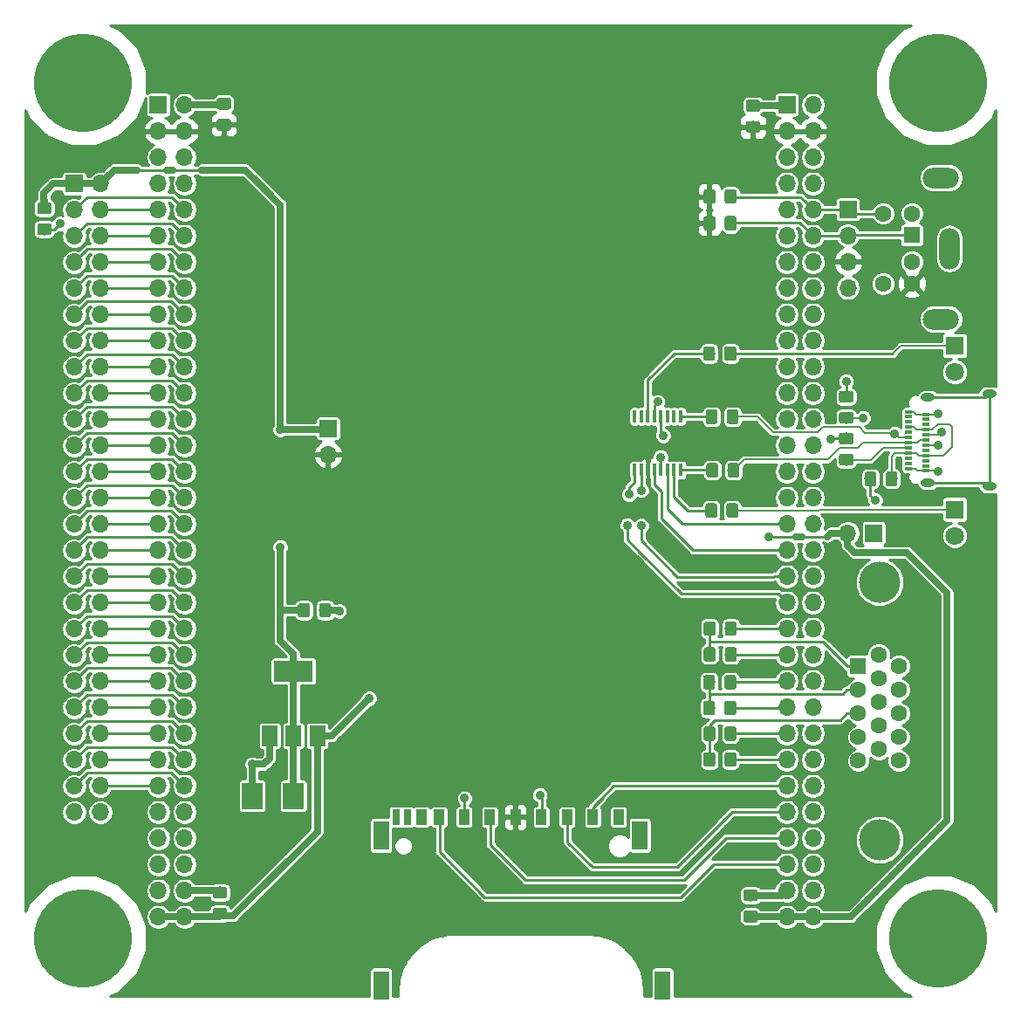
<source format=gbr>
G04 #@! TF.GenerationSoftware,KiCad,Pcbnew,(5.0.2)-1*
G04 #@! TF.CreationDate,2019-11-17T18:02:03-05:00*
G04 #@! TF.ProjectId,RETRO-EP4CE15,52455452-4f2d-4455-9034-434531352e6b,X2*
G04 #@! TF.SameCoordinates,Original*
G04 #@! TF.FileFunction,Copper,L1,Top*
G04 #@! TF.FilePolarity,Positive*
%FSLAX46Y46*%
G04 Gerber Fmt 4.6, Leading zero omitted, Abs format (unit mm)*
G04 Created by KiCad (PCBNEW (5.0.2)-1) date 11/17/2019 6:02:03 PM*
%MOMM*%
%LPD*%
G01*
G04 APERTURE LIST*
G04 #@! TA.AperFunction,Conductor*
%ADD10C,0.152400*%
G04 #@! TD*
G04 #@! TA.AperFunction,SMDPad,CuDef*
%ADD11C,1.150000*%
G04 #@! TD*
G04 #@! TA.AperFunction,ComponentPad*
%ADD12C,1.800000*%
G04 #@! TD*
G04 #@! TA.AperFunction,ComponentPad*
%ADD13R,1.800000X1.800000*%
G04 #@! TD*
G04 #@! TA.AperFunction,ComponentPad*
%ADD14O,1.700000X1.700000*%
G04 #@! TD*
G04 #@! TA.AperFunction,ComponentPad*
%ADD15R,1.700000X1.700000*%
G04 #@! TD*
G04 #@! TA.AperFunction,ComponentPad*
%ADD16O,3.500000X2.000000*%
G04 #@! TD*
G04 #@! TA.AperFunction,ComponentPad*
%ADD17R,1.600000X1.600000*%
G04 #@! TD*
G04 #@! TA.AperFunction,ComponentPad*
%ADD18C,1.600000*%
G04 #@! TD*
G04 #@! TA.AperFunction,ComponentPad*
%ADD19O,2.000000X4.000000*%
G04 #@! TD*
G04 #@! TA.AperFunction,ComponentPad*
%ADD20C,9.525000*%
G04 #@! TD*
G04 #@! TA.AperFunction,SMDPad,CuDef*
%ADD21R,2.000000X2.500000*%
G04 #@! TD*
G04 #@! TA.AperFunction,SMDPad,CuDef*
%ADD22R,3.800000X2.000000*%
G04 #@! TD*
G04 #@! TA.AperFunction,SMDPad,CuDef*
%ADD23R,1.500000X2.000000*%
G04 #@! TD*
G04 #@! TA.AperFunction,ComponentPad*
%ADD24C,4.000000*%
G04 #@! TD*
G04 #@! TA.AperFunction,SMDPad,CuDef*
%ADD25R,0.400000X1.200000*%
G04 #@! TD*
G04 #@! TA.AperFunction,SMDPad,CuDef*
%ADD26R,0.700000X1.500000*%
G04 #@! TD*
G04 #@! TA.AperFunction,SMDPad,CuDef*
%ADD27R,1.000000X1.500000*%
G04 #@! TD*
G04 #@! TA.AperFunction,SMDPad,CuDef*
%ADD28R,1.500000X2.800000*%
G04 #@! TD*
G04 #@! TA.AperFunction,ComponentPad*
%ADD29O,1.400000X0.800000*%
G04 #@! TD*
G04 #@! TA.AperFunction,SMDPad,CuDef*
%ADD30R,0.700000X0.300000*%
G04 #@! TD*
G04 #@! TA.AperFunction,ViaPad*
%ADD31C,0.889000*%
G04 #@! TD*
G04 #@! TA.AperFunction,Conductor*
%ADD32C,0.635000*%
G04 #@! TD*
G04 #@! TA.AperFunction,Conductor*
%ADD33C,0.254000*%
G04 #@! TD*
G04 APERTURE END LIST*
D10*
G04 #@! TO.N,/PS2DAT*
G04 #@! TO.C,R7*
G36*
X79174705Y-28943004D02*
X79198973Y-28946604D01*
X79222772Y-28952565D01*
X79245871Y-28960830D01*
X79268050Y-28971320D01*
X79289093Y-28983932D01*
X79308799Y-28998547D01*
X79326977Y-29015023D01*
X79343453Y-29033201D01*
X79358068Y-29052907D01*
X79370680Y-29073950D01*
X79381170Y-29096129D01*
X79389435Y-29119228D01*
X79395396Y-29143027D01*
X79398996Y-29167295D01*
X79400200Y-29191799D01*
X79400200Y-30091801D01*
X79398996Y-30116305D01*
X79395396Y-30140573D01*
X79389435Y-30164372D01*
X79381170Y-30187471D01*
X79370680Y-30209650D01*
X79358068Y-30230693D01*
X79343453Y-30250399D01*
X79326977Y-30268577D01*
X79308799Y-30285053D01*
X79289093Y-30299668D01*
X79268050Y-30312280D01*
X79245871Y-30322770D01*
X79222772Y-30331035D01*
X79198973Y-30336996D01*
X79174705Y-30340596D01*
X79150201Y-30341800D01*
X78500199Y-30341800D01*
X78475695Y-30340596D01*
X78451427Y-30336996D01*
X78427628Y-30331035D01*
X78404529Y-30322770D01*
X78382350Y-30312280D01*
X78361307Y-30299668D01*
X78341601Y-30285053D01*
X78323423Y-30268577D01*
X78306947Y-30250399D01*
X78292332Y-30230693D01*
X78279720Y-30209650D01*
X78269230Y-30187471D01*
X78260965Y-30164372D01*
X78255004Y-30140573D01*
X78251404Y-30116305D01*
X78250200Y-30091801D01*
X78250200Y-29191799D01*
X78251404Y-29167295D01*
X78255004Y-29143027D01*
X78260965Y-29119228D01*
X78269230Y-29096129D01*
X78279720Y-29073950D01*
X78292332Y-29052907D01*
X78306947Y-29033201D01*
X78323423Y-29015023D01*
X78341601Y-28998547D01*
X78361307Y-28983932D01*
X78382350Y-28971320D01*
X78404529Y-28960830D01*
X78427628Y-28952565D01*
X78451427Y-28946604D01*
X78475695Y-28943004D01*
X78500199Y-28941800D01*
X79150201Y-28941800D01*
X79174705Y-28943004D01*
X79174705Y-28943004D01*
G37*
D11*
G04 #@! TD*
G04 #@! TO.P,R7,1*
G04 #@! TO.N,/PS2DAT*
X78825200Y-29641800D03*
D10*
G04 #@! TO.N,+3V3*
G04 #@! TO.C,R7*
G36*
X77124705Y-28943004D02*
X77148973Y-28946604D01*
X77172772Y-28952565D01*
X77195871Y-28960830D01*
X77218050Y-28971320D01*
X77239093Y-28983932D01*
X77258799Y-28998547D01*
X77276977Y-29015023D01*
X77293453Y-29033201D01*
X77308068Y-29052907D01*
X77320680Y-29073950D01*
X77331170Y-29096129D01*
X77339435Y-29119228D01*
X77345396Y-29143027D01*
X77348996Y-29167295D01*
X77350200Y-29191799D01*
X77350200Y-30091801D01*
X77348996Y-30116305D01*
X77345396Y-30140573D01*
X77339435Y-30164372D01*
X77331170Y-30187471D01*
X77320680Y-30209650D01*
X77308068Y-30230693D01*
X77293453Y-30250399D01*
X77276977Y-30268577D01*
X77258799Y-30285053D01*
X77239093Y-30299668D01*
X77218050Y-30312280D01*
X77195871Y-30322770D01*
X77172772Y-30331035D01*
X77148973Y-30336996D01*
X77124705Y-30340596D01*
X77100201Y-30341800D01*
X76450199Y-30341800D01*
X76425695Y-30340596D01*
X76401427Y-30336996D01*
X76377628Y-30331035D01*
X76354529Y-30322770D01*
X76332350Y-30312280D01*
X76311307Y-30299668D01*
X76291601Y-30285053D01*
X76273423Y-30268577D01*
X76256947Y-30250399D01*
X76242332Y-30230693D01*
X76229720Y-30209650D01*
X76219230Y-30187471D01*
X76210965Y-30164372D01*
X76205004Y-30140573D01*
X76201404Y-30116305D01*
X76200200Y-30091801D01*
X76200200Y-29191799D01*
X76201404Y-29167295D01*
X76205004Y-29143027D01*
X76210965Y-29119228D01*
X76219230Y-29096129D01*
X76229720Y-29073950D01*
X76242332Y-29052907D01*
X76256947Y-29033201D01*
X76273423Y-29015023D01*
X76291601Y-28998547D01*
X76311307Y-28983932D01*
X76332350Y-28971320D01*
X76354529Y-28960830D01*
X76377628Y-28952565D01*
X76401427Y-28946604D01*
X76425695Y-28943004D01*
X76450199Y-28941800D01*
X77100201Y-28941800D01*
X77124705Y-28943004D01*
X77124705Y-28943004D01*
G37*
D11*
G04 #@! TD*
G04 #@! TO.P,R7,2*
G04 #@! TO.N,+3V3*
X76775200Y-29641800D03*
D12*
G04 #@! TO.P,D2,2*
G04 #@! TO.N,N/C*
X100584000Y-44069000D03*
D13*
G04 #@! TO.P,D2,1*
G04 #@! TO.N,/RX*
X100584000Y-41529000D03*
G04 #@! TD*
D14*
G04 #@! TO.P,J7,64*
G04 #@! TO.N,+5V*
X86820000Y-96906000D03*
G04 #@! TO.P,J7,63*
X84280000Y-96906000D03*
G04 #@! TO.P,J7,62*
G04 #@! TO.N,GND*
X86820000Y-94366000D03*
G04 #@! TO.P,J7,61*
X84280000Y-94366000D03*
G04 #@! TO.P,J7,60*
G04 #@! TO.N,N/C*
X86820000Y-91826000D03*
G04 #@! TO.P,J7,59*
G04 #@! TO.N,/MISO*
X84280000Y-91826000D03*
G04 #@! TO.P,J7,58*
G04 #@! TO.N,N/C*
X86820000Y-89286000D03*
G04 #@! TO.P,J7,57*
G04 #@! TO.N,/SCLK*
X84280000Y-89286000D03*
G04 #@! TO.P,J7,56*
G04 #@! TO.N,N/C*
X86820000Y-86746000D03*
G04 #@! TO.P,J7,55*
G04 #@! TO.N,/MOSI*
X84280000Y-86746000D03*
G04 #@! TO.P,J7,54*
G04 #@! TO.N,N/C*
X86820000Y-84206000D03*
G04 #@! TO.P,J7,53*
G04 #@! TO.N,/SDCS*
X84280000Y-84206000D03*
G04 #@! TO.P,J7,52*
G04 #@! TO.N,N/C*
X86820000Y-81666000D03*
G04 #@! TO.P,J7,51*
G04 #@! TO.N,/BLUHI*
X84280000Y-81666000D03*
G04 #@! TO.P,J7,50*
G04 #@! TO.N,N/C*
X86820000Y-79126000D03*
G04 #@! TO.P,J7,49*
G04 #@! TO.N,/BLULO*
X84280000Y-79126000D03*
G04 #@! TO.P,J7,48*
G04 #@! TO.N,N/C*
X86820000Y-76586000D03*
G04 #@! TO.P,J7,47*
G04 #@! TO.N,/GRNHI*
X84280000Y-76586000D03*
G04 #@! TO.P,J7,46*
G04 #@! TO.N,N/C*
X86820000Y-74046000D03*
G04 #@! TO.P,J7,45*
G04 #@! TO.N,/GRNLO*
X84280000Y-74046000D03*
G04 #@! TO.P,J7,44*
G04 #@! TO.N,N/C*
X86820000Y-71506000D03*
G04 #@! TO.P,J7,43*
G04 #@! TO.N,/REDHI*
X84280000Y-71506000D03*
G04 #@! TO.P,J7,42*
G04 #@! TO.N,N/C*
X86820000Y-68966000D03*
G04 #@! TO.P,J7,41*
G04 #@! TO.N,/REDLO*
X84280000Y-68966000D03*
G04 #@! TO.P,J7,40*
G04 #@! TO.N,N/C*
X86820000Y-66426000D03*
G04 #@! TO.P,J7,39*
G04 #@! TO.N,/UTX*
X84280000Y-66426000D03*
G04 #@! TO.P,J7,38*
G04 #@! TO.N,N/C*
X86820000Y-63886000D03*
G04 #@! TO.P,J7,37*
G04 #@! TO.N,/URTS*
X84280000Y-63886000D03*
G04 #@! TO.P,J7,36*
G04 #@! TO.N,N/C*
X86820000Y-61346000D03*
G04 #@! TO.P,J7,35*
G04 #@! TO.N,/URX*
X84280000Y-61346000D03*
G04 #@! TO.P,J7,34*
G04 #@! TO.N,N/C*
X86820000Y-58806000D03*
G04 #@! TO.P,J7,33*
G04 #@! TO.N,/UCTS*
X84280000Y-58806000D03*
G04 #@! TO.P,J7,32*
G04 #@! TO.N,N/C*
X86820000Y-56266000D03*
G04 #@! TO.P,J7,31*
X84280000Y-56266000D03*
G04 #@! TO.P,J7,30*
X86820000Y-53726000D03*
G04 #@! TO.P,J7,29*
X84280000Y-53726000D03*
G04 #@! TO.P,J7,28*
X86820000Y-51186000D03*
G04 #@! TO.P,J7,27*
X84280000Y-51186000D03*
G04 #@! TO.P,J7,26*
X86820000Y-48646000D03*
G04 #@! TO.P,J7,25*
X84280000Y-48646000D03*
G04 #@! TO.P,J7,24*
X86820000Y-46106000D03*
G04 #@! TO.P,J7,23*
X84280000Y-46106000D03*
G04 #@! TO.P,J7,22*
X86820000Y-43566000D03*
G04 #@! TO.P,J7,21*
X84280000Y-43566000D03*
G04 #@! TO.P,J7,20*
X86820000Y-41026000D03*
G04 #@! TO.P,J7,19*
X84280000Y-41026000D03*
G04 #@! TO.P,J7,18*
X86820000Y-38486000D03*
G04 #@! TO.P,J7,17*
X84280000Y-38486000D03*
G04 #@! TO.P,J7,16*
X86820000Y-35946000D03*
G04 #@! TO.P,J7,15*
X84280000Y-35946000D03*
G04 #@! TO.P,J7,14*
X86820000Y-33406000D03*
G04 #@! TO.P,J7,13*
X84280000Y-33406000D03*
G04 #@! TO.P,J7,12*
G04 #@! TO.N,/PS2DAT*
X86820000Y-30866000D03*
G04 #@! TO.P,J7,11*
G04 #@! TO.N,N/C*
X84280000Y-30866000D03*
G04 #@! TO.P,J7,10*
G04 #@! TO.N,/PS2CLK*
X86820000Y-28326000D03*
G04 #@! TO.P,J7,9*
G04 #@! TO.N,N/C*
X84280000Y-28326000D03*
G04 #@! TO.P,J7,8*
X86820000Y-25786000D03*
G04 #@! TO.P,J7,7*
X84280000Y-25786000D03*
G04 #@! TO.P,J7,6*
G04 #@! TO.N,GND*
X86820000Y-23246000D03*
G04 #@! TO.P,J7,5*
X84280000Y-23246000D03*
G04 #@! TO.P,J7,4*
G04 #@! TO.N,+3V3*
X86820000Y-20706000D03*
G04 #@! TO.P,J7,3*
X84280000Y-20706000D03*
G04 #@! TO.P,J7,2*
G04 #@! TO.N,GND*
X86820000Y-18166000D03*
D15*
G04 #@! TO.P,J7,1*
X84280000Y-18166000D03*
G04 #@! TD*
D14*
G04 #@! TO.P,J8,64*
G04 #@! TO.N,+5V*
X25850000Y-96906000D03*
G04 #@! TO.P,J8,63*
X23310000Y-96906000D03*
G04 #@! TO.P,J8,62*
G04 #@! TO.N,GND*
X25850000Y-94366000D03*
G04 #@! TO.P,J8,61*
X23310000Y-94366000D03*
G04 #@! TO.P,J8,60*
G04 #@! TO.N,N/C*
X25850000Y-91826000D03*
G04 #@! TO.P,J8,59*
X23310000Y-91826000D03*
G04 #@! TO.P,J8,58*
X25850000Y-89286000D03*
G04 #@! TO.P,J8,57*
X23310000Y-89286000D03*
G04 #@! TO.P,J8,56*
X25850000Y-86746000D03*
G04 #@! TO.P,J8,55*
X23310000Y-86746000D03*
G04 #@! TO.P,J8,54*
G04 #@! TO.N,/J8P54*
X25850000Y-84206000D03*
G04 #@! TO.P,J8,53*
G04 #@! TO.N,/J8P53*
X23310000Y-84206000D03*
G04 #@! TO.P,J8,52*
G04 #@! TO.N,/J8P52*
X25850000Y-81666000D03*
G04 #@! TO.P,J8,51*
G04 #@! TO.N,/J8P51*
X23310000Y-81666000D03*
G04 #@! TO.P,J8,50*
G04 #@! TO.N,/J8P50*
X25850000Y-79126000D03*
G04 #@! TO.P,J8,49*
G04 #@! TO.N,/J8P49*
X23310000Y-79126000D03*
G04 #@! TO.P,J8,48*
G04 #@! TO.N,/J8P48*
X25850000Y-76586000D03*
G04 #@! TO.P,J8,47*
G04 #@! TO.N,/J8P47*
X23310000Y-76586000D03*
G04 #@! TO.P,J8,46*
G04 #@! TO.N,/J8P46*
X25850000Y-74046000D03*
G04 #@! TO.P,J8,45*
G04 #@! TO.N,/J8P45*
X23310000Y-74046000D03*
G04 #@! TO.P,J8,44*
G04 #@! TO.N,/J8P44*
X25850000Y-71506000D03*
G04 #@! TO.P,J8,43*
G04 #@! TO.N,/J8P43*
X23310000Y-71506000D03*
G04 #@! TO.P,J8,42*
G04 #@! TO.N,/J8P42*
X25850000Y-68966000D03*
G04 #@! TO.P,J8,41*
G04 #@! TO.N,/J8P41*
X23310000Y-68966000D03*
G04 #@! TO.P,J8,40*
G04 #@! TO.N,/J8P40*
X25850000Y-66426000D03*
G04 #@! TO.P,J8,39*
G04 #@! TO.N,/J8P39*
X23310000Y-66426000D03*
G04 #@! TO.P,J8,38*
G04 #@! TO.N,/J8P38*
X25850000Y-63886000D03*
G04 #@! TO.P,J8,37*
G04 #@! TO.N,/J8P37*
X23310000Y-63886000D03*
G04 #@! TO.P,J8,36*
G04 #@! TO.N,/J8P36*
X25850000Y-61346000D03*
G04 #@! TO.P,J8,35*
G04 #@! TO.N,/J8P35*
X23310000Y-61346000D03*
G04 #@! TO.P,J8,34*
G04 #@! TO.N,/J8P34*
X25850000Y-58806000D03*
G04 #@! TO.P,J8,33*
G04 #@! TO.N,/J8P33*
X23310000Y-58806000D03*
G04 #@! TO.P,J8,32*
G04 #@! TO.N,/J8P32*
X25850000Y-56266000D03*
G04 #@! TO.P,J8,31*
G04 #@! TO.N,/J8P31*
X23310000Y-56266000D03*
G04 #@! TO.P,J8,30*
G04 #@! TO.N,/J8P30*
X25850000Y-53726000D03*
G04 #@! TO.P,J8,29*
G04 #@! TO.N,/J8P29*
X23310000Y-53726000D03*
G04 #@! TO.P,J8,28*
G04 #@! TO.N,/J8P28*
X25850000Y-51186000D03*
G04 #@! TO.P,J8,27*
G04 #@! TO.N,/J8P27*
X23310000Y-51186000D03*
G04 #@! TO.P,J8,26*
G04 #@! TO.N,/J8P26*
X25850000Y-48646000D03*
G04 #@! TO.P,J8,25*
G04 #@! TO.N,/J8P25*
X23310000Y-48646000D03*
G04 #@! TO.P,J8,24*
G04 #@! TO.N,/J8P24*
X25850000Y-46106000D03*
G04 #@! TO.P,J8,23*
G04 #@! TO.N,/J8P23*
X23310000Y-46106000D03*
G04 #@! TO.P,J8,22*
G04 #@! TO.N,/J8P22*
X25850000Y-43566000D03*
G04 #@! TO.P,J8,21*
G04 #@! TO.N,/J8P21*
X23310000Y-43566000D03*
G04 #@! TO.P,J8,20*
G04 #@! TO.N,/J8P20*
X25850000Y-41026000D03*
G04 #@! TO.P,J8,19*
G04 #@! TO.N,/J8P19*
X23310000Y-41026000D03*
G04 #@! TO.P,J8,18*
G04 #@! TO.N,/J8P18*
X25850000Y-38486000D03*
G04 #@! TO.P,J8,17*
G04 #@! TO.N,/J8P17*
X23310000Y-38486000D03*
G04 #@! TO.P,J8,16*
G04 #@! TO.N,/J8P16*
X25850000Y-35946000D03*
G04 #@! TO.P,J8,15*
G04 #@! TO.N,/J8P15*
X23310000Y-35946000D03*
G04 #@! TO.P,J8,14*
G04 #@! TO.N,/J8P14*
X25850000Y-33406000D03*
G04 #@! TO.P,J8,13*
G04 #@! TO.N,/J8P13*
X23310000Y-33406000D03*
G04 #@! TO.P,J8,12*
G04 #@! TO.N,/J8P12*
X25850000Y-30866000D03*
G04 #@! TO.P,J8,11*
G04 #@! TO.N,/J8P11*
X23310000Y-30866000D03*
G04 #@! TO.P,J8,10*
G04 #@! TO.N,/J8P10*
X25850000Y-28326000D03*
G04 #@! TO.P,J8,9*
G04 #@! TO.N,/J8P09*
X23310000Y-28326000D03*
G04 #@! TO.P,J8,8*
G04 #@! TO.N,N/C*
X25850000Y-25786000D03*
G04 #@! TO.P,J8,7*
X23310000Y-25786000D03*
G04 #@! TO.P,J8,6*
G04 #@! TO.N,GND*
X25850000Y-23246000D03*
G04 #@! TO.P,J8,5*
X23310000Y-23246000D03*
G04 #@! TO.P,J8,4*
G04 #@! TO.N,+3V3*
X25850000Y-20706000D03*
G04 #@! TO.P,J8,3*
X23310000Y-20706000D03*
G04 #@! TO.P,J8,2*
G04 #@! TO.N,GND*
X25850000Y-18166000D03*
D15*
G04 #@! TO.P,J8,1*
X23310000Y-18166000D03*
G04 #@! TD*
D10*
G04 #@! TO.N,+3V3*
G04 #@! TO.C,R8*
G36*
X77124705Y-26352204D02*
X77148973Y-26355804D01*
X77172772Y-26361765D01*
X77195871Y-26370030D01*
X77218050Y-26380520D01*
X77239093Y-26393132D01*
X77258799Y-26407747D01*
X77276977Y-26424223D01*
X77293453Y-26442401D01*
X77308068Y-26462107D01*
X77320680Y-26483150D01*
X77331170Y-26505329D01*
X77339435Y-26528428D01*
X77345396Y-26552227D01*
X77348996Y-26576495D01*
X77350200Y-26600999D01*
X77350200Y-27501001D01*
X77348996Y-27525505D01*
X77345396Y-27549773D01*
X77339435Y-27573572D01*
X77331170Y-27596671D01*
X77320680Y-27618850D01*
X77308068Y-27639893D01*
X77293453Y-27659599D01*
X77276977Y-27677777D01*
X77258799Y-27694253D01*
X77239093Y-27708868D01*
X77218050Y-27721480D01*
X77195871Y-27731970D01*
X77172772Y-27740235D01*
X77148973Y-27746196D01*
X77124705Y-27749796D01*
X77100201Y-27751000D01*
X76450199Y-27751000D01*
X76425695Y-27749796D01*
X76401427Y-27746196D01*
X76377628Y-27740235D01*
X76354529Y-27731970D01*
X76332350Y-27721480D01*
X76311307Y-27708868D01*
X76291601Y-27694253D01*
X76273423Y-27677777D01*
X76256947Y-27659599D01*
X76242332Y-27639893D01*
X76229720Y-27618850D01*
X76219230Y-27596671D01*
X76210965Y-27573572D01*
X76205004Y-27549773D01*
X76201404Y-27525505D01*
X76200200Y-27501001D01*
X76200200Y-26600999D01*
X76201404Y-26576495D01*
X76205004Y-26552227D01*
X76210965Y-26528428D01*
X76219230Y-26505329D01*
X76229720Y-26483150D01*
X76242332Y-26462107D01*
X76256947Y-26442401D01*
X76273423Y-26424223D01*
X76291601Y-26407747D01*
X76311307Y-26393132D01*
X76332350Y-26380520D01*
X76354529Y-26370030D01*
X76377628Y-26361765D01*
X76401427Y-26355804D01*
X76425695Y-26352204D01*
X76450199Y-26351000D01*
X77100201Y-26351000D01*
X77124705Y-26352204D01*
X77124705Y-26352204D01*
G37*
D11*
G04 #@! TD*
G04 #@! TO.P,R8,2*
G04 #@! TO.N,+3V3*
X76775200Y-27051000D03*
D10*
G04 #@! TO.N,/PS2CLK*
G04 #@! TO.C,R8*
G36*
X79174705Y-26352204D02*
X79198973Y-26355804D01*
X79222772Y-26361765D01*
X79245871Y-26370030D01*
X79268050Y-26380520D01*
X79289093Y-26393132D01*
X79308799Y-26407747D01*
X79326977Y-26424223D01*
X79343453Y-26442401D01*
X79358068Y-26462107D01*
X79370680Y-26483150D01*
X79381170Y-26505329D01*
X79389435Y-26528428D01*
X79395396Y-26552227D01*
X79398996Y-26576495D01*
X79400200Y-26600999D01*
X79400200Y-27501001D01*
X79398996Y-27525505D01*
X79395396Y-27549773D01*
X79389435Y-27573572D01*
X79381170Y-27596671D01*
X79370680Y-27618850D01*
X79358068Y-27639893D01*
X79343453Y-27659599D01*
X79326977Y-27677777D01*
X79308799Y-27694253D01*
X79289093Y-27708868D01*
X79268050Y-27721480D01*
X79245871Y-27731970D01*
X79222772Y-27740235D01*
X79198973Y-27746196D01*
X79174705Y-27749796D01*
X79150201Y-27751000D01*
X78500199Y-27751000D01*
X78475695Y-27749796D01*
X78451427Y-27746196D01*
X78427628Y-27740235D01*
X78404529Y-27731970D01*
X78382350Y-27721480D01*
X78361307Y-27708868D01*
X78341601Y-27694253D01*
X78323423Y-27677777D01*
X78306947Y-27659599D01*
X78292332Y-27639893D01*
X78279720Y-27618850D01*
X78269230Y-27596671D01*
X78260965Y-27573572D01*
X78255004Y-27549773D01*
X78251404Y-27525505D01*
X78250200Y-27501001D01*
X78250200Y-26600999D01*
X78251404Y-26576495D01*
X78255004Y-26552227D01*
X78260965Y-26528428D01*
X78269230Y-26505329D01*
X78279720Y-26483150D01*
X78292332Y-26462107D01*
X78306947Y-26442401D01*
X78323423Y-26424223D01*
X78341601Y-26407747D01*
X78361307Y-26393132D01*
X78382350Y-26380520D01*
X78404529Y-26370030D01*
X78427628Y-26361765D01*
X78451427Y-26355804D01*
X78475695Y-26352204D01*
X78500199Y-26351000D01*
X79150201Y-26351000D01*
X79174705Y-26352204D01*
X79174705Y-26352204D01*
G37*
D11*
G04 #@! TD*
G04 #@! TO.P,R8,1*
G04 #@! TO.N,/PS2CLK*
X78825200Y-27051000D03*
D16*
G04 #@! TO.P,P10,7*
G04 #@! TO.N,N/C*
X99250000Y-38950000D03*
X99250000Y-25250000D03*
D17*
G04 #@! TO.P,P10,1*
G04 #@! TO.N,/PS2DAT*
X96400000Y-30800000D03*
D18*
G04 #@! TO.P,P10,2*
G04 #@! TO.N,N/C*
X96400000Y-33400000D03*
G04 #@! TO.P,P10,3*
G04 #@! TO.N,GND*
X96400000Y-28700000D03*
G04 #@! TO.P,P10,4*
G04 #@! TO.N,+3V3*
X96400000Y-35500000D03*
G04 #@! TO.P,P10,5*
G04 #@! TO.N,/PS2CLK*
X93600000Y-28700000D03*
G04 #@! TO.P,P10,6*
G04 #@! TO.N,N/C*
X93600000Y-35500000D03*
D19*
G04 #@! TO.P,P10,7*
X100050000Y-32100000D03*
G04 #@! TD*
D20*
G04 #@! TO.P,MTG1,1*
G04 #@! TO.N,N/C*
X16000000Y-16000000D03*
G04 #@! TD*
G04 #@! TO.P,MTG2,1*
G04 #@! TO.N,N/C*
X99000000Y-16000000D03*
G04 #@! TD*
G04 #@! TO.P,MTG3,1*
G04 #@! TO.N,N/C*
X16000000Y-99000000D03*
G04 #@! TD*
G04 #@! TO.P,MTG?1,1*
G04 #@! TO.N,N/C*
X99000000Y-99000000D03*
G04 #@! TD*
D21*
G04 #@! TO.P,C2,1*
G04 #@! TO.N,VDD*
X36417000Y-85191600D03*
G04 #@! TO.P,C2,2*
G04 #@! TO.N,GND*
X32417000Y-85191600D03*
G04 #@! TD*
D22*
G04 #@! TO.P,U1,4*
G04 #@! TO.N,VDD*
X36423600Y-73075400D03*
D23*
G04 #@! TO.P,U1,2*
X36423600Y-79375400D03*
G04 #@! TO.P,U1,3*
G04 #@! TO.N,+5V*
X38723600Y-79375400D03*
G04 #@! TO.P,U1,1*
G04 #@! TO.N,GND*
X34123600Y-79375400D03*
G04 #@! TD*
D10*
G04 #@! TO.N,/REDLO*
G04 #@! TO.C,R1*
G36*
X79195105Y-68258204D02*
X79219373Y-68261804D01*
X79243172Y-68267765D01*
X79266271Y-68276030D01*
X79288450Y-68286520D01*
X79309493Y-68299132D01*
X79329199Y-68313747D01*
X79347377Y-68330223D01*
X79363853Y-68348401D01*
X79378468Y-68368107D01*
X79391080Y-68389150D01*
X79401570Y-68411329D01*
X79409835Y-68434428D01*
X79415796Y-68458227D01*
X79419396Y-68482495D01*
X79420600Y-68506999D01*
X79420600Y-69407001D01*
X79419396Y-69431505D01*
X79415796Y-69455773D01*
X79409835Y-69479572D01*
X79401570Y-69502671D01*
X79391080Y-69524850D01*
X79378468Y-69545893D01*
X79363853Y-69565599D01*
X79347377Y-69583777D01*
X79329199Y-69600253D01*
X79309493Y-69614868D01*
X79288450Y-69627480D01*
X79266271Y-69637970D01*
X79243172Y-69646235D01*
X79219373Y-69652196D01*
X79195105Y-69655796D01*
X79170601Y-69657000D01*
X78520599Y-69657000D01*
X78496095Y-69655796D01*
X78471827Y-69652196D01*
X78448028Y-69646235D01*
X78424929Y-69637970D01*
X78402750Y-69627480D01*
X78381707Y-69614868D01*
X78362001Y-69600253D01*
X78343823Y-69583777D01*
X78327347Y-69565599D01*
X78312732Y-69545893D01*
X78300120Y-69524850D01*
X78289630Y-69502671D01*
X78281365Y-69479572D01*
X78275404Y-69455773D01*
X78271804Y-69431505D01*
X78270600Y-69407001D01*
X78270600Y-68506999D01*
X78271804Y-68482495D01*
X78275404Y-68458227D01*
X78281365Y-68434428D01*
X78289630Y-68411329D01*
X78300120Y-68389150D01*
X78312732Y-68368107D01*
X78327347Y-68348401D01*
X78343823Y-68330223D01*
X78362001Y-68313747D01*
X78381707Y-68299132D01*
X78402750Y-68286520D01*
X78424929Y-68276030D01*
X78448028Y-68267765D01*
X78471827Y-68261804D01*
X78496095Y-68258204D01*
X78520599Y-68257000D01*
X79170601Y-68257000D01*
X79195105Y-68258204D01*
X79195105Y-68258204D01*
G37*
D11*
G04 #@! TD*
G04 #@! TO.P,R1,2*
G04 #@! TO.N,/REDLO*
X78845600Y-68957000D03*
D10*
G04 #@! TO.N,Net-(P1-Pad1)*
G04 #@! TO.C,R1*
G36*
X77145105Y-68258204D02*
X77169373Y-68261804D01*
X77193172Y-68267765D01*
X77216271Y-68276030D01*
X77238450Y-68286520D01*
X77259493Y-68299132D01*
X77279199Y-68313747D01*
X77297377Y-68330223D01*
X77313853Y-68348401D01*
X77328468Y-68368107D01*
X77341080Y-68389150D01*
X77351570Y-68411329D01*
X77359835Y-68434428D01*
X77365796Y-68458227D01*
X77369396Y-68482495D01*
X77370600Y-68506999D01*
X77370600Y-69407001D01*
X77369396Y-69431505D01*
X77365796Y-69455773D01*
X77359835Y-69479572D01*
X77351570Y-69502671D01*
X77341080Y-69524850D01*
X77328468Y-69545893D01*
X77313853Y-69565599D01*
X77297377Y-69583777D01*
X77279199Y-69600253D01*
X77259493Y-69614868D01*
X77238450Y-69627480D01*
X77216271Y-69637970D01*
X77193172Y-69646235D01*
X77169373Y-69652196D01*
X77145105Y-69655796D01*
X77120601Y-69657000D01*
X76470599Y-69657000D01*
X76446095Y-69655796D01*
X76421827Y-69652196D01*
X76398028Y-69646235D01*
X76374929Y-69637970D01*
X76352750Y-69627480D01*
X76331707Y-69614868D01*
X76312001Y-69600253D01*
X76293823Y-69583777D01*
X76277347Y-69565599D01*
X76262732Y-69545893D01*
X76250120Y-69524850D01*
X76239630Y-69502671D01*
X76231365Y-69479572D01*
X76225404Y-69455773D01*
X76221804Y-69431505D01*
X76220600Y-69407001D01*
X76220600Y-68506999D01*
X76221804Y-68482495D01*
X76225404Y-68458227D01*
X76231365Y-68434428D01*
X76239630Y-68411329D01*
X76250120Y-68389150D01*
X76262732Y-68368107D01*
X76277347Y-68348401D01*
X76293823Y-68330223D01*
X76312001Y-68313747D01*
X76331707Y-68299132D01*
X76352750Y-68286520D01*
X76374929Y-68276030D01*
X76398028Y-68267765D01*
X76421827Y-68261804D01*
X76446095Y-68258204D01*
X76470599Y-68257000D01*
X77120601Y-68257000D01*
X77145105Y-68258204D01*
X77145105Y-68258204D01*
G37*
D11*
G04 #@! TD*
G04 #@! TO.P,R1,1*
G04 #@! TO.N,Net-(P1-Pad1)*
X76795600Y-68957000D03*
D10*
G04 #@! TO.N,Net-(P1-Pad1)*
G04 #@! TO.C,R2*
G36*
X77145105Y-70758204D02*
X77169373Y-70761804D01*
X77193172Y-70767765D01*
X77216271Y-70776030D01*
X77238450Y-70786520D01*
X77259493Y-70799132D01*
X77279199Y-70813747D01*
X77297377Y-70830223D01*
X77313853Y-70848401D01*
X77328468Y-70868107D01*
X77341080Y-70889150D01*
X77351570Y-70911329D01*
X77359835Y-70934428D01*
X77365796Y-70958227D01*
X77369396Y-70982495D01*
X77370600Y-71006999D01*
X77370600Y-71907001D01*
X77369396Y-71931505D01*
X77365796Y-71955773D01*
X77359835Y-71979572D01*
X77351570Y-72002671D01*
X77341080Y-72024850D01*
X77328468Y-72045893D01*
X77313853Y-72065599D01*
X77297377Y-72083777D01*
X77279199Y-72100253D01*
X77259493Y-72114868D01*
X77238450Y-72127480D01*
X77216271Y-72137970D01*
X77193172Y-72146235D01*
X77169373Y-72152196D01*
X77145105Y-72155796D01*
X77120601Y-72157000D01*
X76470599Y-72157000D01*
X76446095Y-72155796D01*
X76421827Y-72152196D01*
X76398028Y-72146235D01*
X76374929Y-72137970D01*
X76352750Y-72127480D01*
X76331707Y-72114868D01*
X76312001Y-72100253D01*
X76293823Y-72083777D01*
X76277347Y-72065599D01*
X76262732Y-72045893D01*
X76250120Y-72024850D01*
X76239630Y-72002671D01*
X76231365Y-71979572D01*
X76225404Y-71955773D01*
X76221804Y-71931505D01*
X76220600Y-71907001D01*
X76220600Y-71006999D01*
X76221804Y-70982495D01*
X76225404Y-70958227D01*
X76231365Y-70934428D01*
X76239630Y-70911329D01*
X76250120Y-70889150D01*
X76262732Y-70868107D01*
X76277347Y-70848401D01*
X76293823Y-70830223D01*
X76312001Y-70813747D01*
X76331707Y-70799132D01*
X76352750Y-70786520D01*
X76374929Y-70776030D01*
X76398028Y-70767765D01*
X76421827Y-70761804D01*
X76446095Y-70758204D01*
X76470599Y-70757000D01*
X77120601Y-70757000D01*
X77145105Y-70758204D01*
X77145105Y-70758204D01*
G37*
D11*
G04 #@! TD*
G04 #@! TO.P,R2,1*
G04 #@! TO.N,Net-(P1-Pad1)*
X76795600Y-71457000D03*
D10*
G04 #@! TO.N,/REDHI*
G04 #@! TO.C,R2*
G36*
X79195105Y-70758204D02*
X79219373Y-70761804D01*
X79243172Y-70767765D01*
X79266271Y-70776030D01*
X79288450Y-70786520D01*
X79309493Y-70799132D01*
X79329199Y-70813747D01*
X79347377Y-70830223D01*
X79363853Y-70848401D01*
X79378468Y-70868107D01*
X79391080Y-70889150D01*
X79401570Y-70911329D01*
X79409835Y-70934428D01*
X79415796Y-70958227D01*
X79419396Y-70982495D01*
X79420600Y-71006999D01*
X79420600Y-71907001D01*
X79419396Y-71931505D01*
X79415796Y-71955773D01*
X79409835Y-71979572D01*
X79401570Y-72002671D01*
X79391080Y-72024850D01*
X79378468Y-72045893D01*
X79363853Y-72065599D01*
X79347377Y-72083777D01*
X79329199Y-72100253D01*
X79309493Y-72114868D01*
X79288450Y-72127480D01*
X79266271Y-72137970D01*
X79243172Y-72146235D01*
X79219373Y-72152196D01*
X79195105Y-72155796D01*
X79170601Y-72157000D01*
X78520599Y-72157000D01*
X78496095Y-72155796D01*
X78471827Y-72152196D01*
X78448028Y-72146235D01*
X78424929Y-72137970D01*
X78402750Y-72127480D01*
X78381707Y-72114868D01*
X78362001Y-72100253D01*
X78343823Y-72083777D01*
X78327347Y-72065599D01*
X78312732Y-72045893D01*
X78300120Y-72024850D01*
X78289630Y-72002671D01*
X78281365Y-71979572D01*
X78275404Y-71955773D01*
X78271804Y-71931505D01*
X78270600Y-71907001D01*
X78270600Y-71006999D01*
X78271804Y-70982495D01*
X78275404Y-70958227D01*
X78281365Y-70934428D01*
X78289630Y-70911329D01*
X78300120Y-70889150D01*
X78312732Y-70868107D01*
X78327347Y-70848401D01*
X78343823Y-70830223D01*
X78362001Y-70813747D01*
X78381707Y-70799132D01*
X78402750Y-70786520D01*
X78424929Y-70776030D01*
X78448028Y-70767765D01*
X78471827Y-70761804D01*
X78496095Y-70758204D01*
X78520599Y-70757000D01*
X79170601Y-70757000D01*
X79195105Y-70758204D01*
X79195105Y-70758204D01*
G37*
D11*
G04 #@! TD*
G04 #@! TO.P,R2,2*
G04 #@! TO.N,/REDHI*
X78845600Y-71457000D03*
D10*
G04 #@! TO.N,/GRNLO*
G04 #@! TO.C,R3*
G36*
X79144305Y-73459804D02*
X79168573Y-73463404D01*
X79192372Y-73469365D01*
X79215471Y-73477630D01*
X79237650Y-73488120D01*
X79258693Y-73500732D01*
X79278399Y-73515347D01*
X79296577Y-73531823D01*
X79313053Y-73550001D01*
X79327668Y-73569707D01*
X79340280Y-73590750D01*
X79350770Y-73612929D01*
X79359035Y-73636028D01*
X79364996Y-73659827D01*
X79368596Y-73684095D01*
X79369800Y-73708599D01*
X79369800Y-74608601D01*
X79368596Y-74633105D01*
X79364996Y-74657373D01*
X79359035Y-74681172D01*
X79350770Y-74704271D01*
X79340280Y-74726450D01*
X79327668Y-74747493D01*
X79313053Y-74767199D01*
X79296577Y-74785377D01*
X79278399Y-74801853D01*
X79258693Y-74816468D01*
X79237650Y-74829080D01*
X79215471Y-74839570D01*
X79192372Y-74847835D01*
X79168573Y-74853796D01*
X79144305Y-74857396D01*
X79119801Y-74858600D01*
X78469799Y-74858600D01*
X78445295Y-74857396D01*
X78421027Y-74853796D01*
X78397228Y-74847835D01*
X78374129Y-74839570D01*
X78351950Y-74829080D01*
X78330907Y-74816468D01*
X78311201Y-74801853D01*
X78293023Y-74785377D01*
X78276547Y-74767199D01*
X78261932Y-74747493D01*
X78249320Y-74726450D01*
X78238830Y-74704271D01*
X78230565Y-74681172D01*
X78224604Y-74657373D01*
X78221004Y-74633105D01*
X78219800Y-74608601D01*
X78219800Y-73708599D01*
X78221004Y-73684095D01*
X78224604Y-73659827D01*
X78230565Y-73636028D01*
X78238830Y-73612929D01*
X78249320Y-73590750D01*
X78261932Y-73569707D01*
X78276547Y-73550001D01*
X78293023Y-73531823D01*
X78311201Y-73515347D01*
X78330907Y-73500732D01*
X78351950Y-73488120D01*
X78374129Y-73477630D01*
X78397228Y-73469365D01*
X78421027Y-73463404D01*
X78445295Y-73459804D01*
X78469799Y-73458600D01*
X79119801Y-73458600D01*
X79144305Y-73459804D01*
X79144305Y-73459804D01*
G37*
D11*
G04 #@! TD*
G04 #@! TO.P,R3,2*
G04 #@! TO.N,/GRNLO*
X78794800Y-74158600D03*
D10*
G04 #@! TO.N,Net-(P1-Pad2)*
G04 #@! TO.C,R3*
G36*
X77094305Y-73459804D02*
X77118573Y-73463404D01*
X77142372Y-73469365D01*
X77165471Y-73477630D01*
X77187650Y-73488120D01*
X77208693Y-73500732D01*
X77228399Y-73515347D01*
X77246577Y-73531823D01*
X77263053Y-73550001D01*
X77277668Y-73569707D01*
X77290280Y-73590750D01*
X77300770Y-73612929D01*
X77309035Y-73636028D01*
X77314996Y-73659827D01*
X77318596Y-73684095D01*
X77319800Y-73708599D01*
X77319800Y-74608601D01*
X77318596Y-74633105D01*
X77314996Y-74657373D01*
X77309035Y-74681172D01*
X77300770Y-74704271D01*
X77290280Y-74726450D01*
X77277668Y-74747493D01*
X77263053Y-74767199D01*
X77246577Y-74785377D01*
X77228399Y-74801853D01*
X77208693Y-74816468D01*
X77187650Y-74829080D01*
X77165471Y-74839570D01*
X77142372Y-74847835D01*
X77118573Y-74853796D01*
X77094305Y-74857396D01*
X77069801Y-74858600D01*
X76419799Y-74858600D01*
X76395295Y-74857396D01*
X76371027Y-74853796D01*
X76347228Y-74847835D01*
X76324129Y-74839570D01*
X76301950Y-74829080D01*
X76280907Y-74816468D01*
X76261201Y-74801853D01*
X76243023Y-74785377D01*
X76226547Y-74767199D01*
X76211932Y-74747493D01*
X76199320Y-74726450D01*
X76188830Y-74704271D01*
X76180565Y-74681172D01*
X76174604Y-74657373D01*
X76171004Y-74633105D01*
X76169800Y-74608601D01*
X76169800Y-73708599D01*
X76171004Y-73684095D01*
X76174604Y-73659827D01*
X76180565Y-73636028D01*
X76188830Y-73612929D01*
X76199320Y-73590750D01*
X76211932Y-73569707D01*
X76226547Y-73550001D01*
X76243023Y-73531823D01*
X76261201Y-73515347D01*
X76280907Y-73500732D01*
X76301950Y-73488120D01*
X76324129Y-73477630D01*
X76347228Y-73469365D01*
X76371027Y-73463404D01*
X76395295Y-73459804D01*
X76419799Y-73458600D01*
X77069801Y-73458600D01*
X77094305Y-73459804D01*
X77094305Y-73459804D01*
G37*
D11*
G04 #@! TD*
G04 #@! TO.P,R3,1*
G04 #@! TO.N,Net-(P1-Pad2)*
X76744800Y-74158600D03*
D10*
G04 #@! TO.N,Net-(P1-Pad2)*
G04 #@! TO.C,R4*
G36*
X77094305Y-75959804D02*
X77118573Y-75963404D01*
X77142372Y-75969365D01*
X77165471Y-75977630D01*
X77187650Y-75988120D01*
X77208693Y-76000732D01*
X77228399Y-76015347D01*
X77246577Y-76031823D01*
X77263053Y-76050001D01*
X77277668Y-76069707D01*
X77290280Y-76090750D01*
X77300770Y-76112929D01*
X77309035Y-76136028D01*
X77314996Y-76159827D01*
X77318596Y-76184095D01*
X77319800Y-76208599D01*
X77319800Y-77108601D01*
X77318596Y-77133105D01*
X77314996Y-77157373D01*
X77309035Y-77181172D01*
X77300770Y-77204271D01*
X77290280Y-77226450D01*
X77277668Y-77247493D01*
X77263053Y-77267199D01*
X77246577Y-77285377D01*
X77228399Y-77301853D01*
X77208693Y-77316468D01*
X77187650Y-77329080D01*
X77165471Y-77339570D01*
X77142372Y-77347835D01*
X77118573Y-77353796D01*
X77094305Y-77357396D01*
X77069801Y-77358600D01*
X76419799Y-77358600D01*
X76395295Y-77357396D01*
X76371027Y-77353796D01*
X76347228Y-77347835D01*
X76324129Y-77339570D01*
X76301950Y-77329080D01*
X76280907Y-77316468D01*
X76261201Y-77301853D01*
X76243023Y-77285377D01*
X76226547Y-77267199D01*
X76211932Y-77247493D01*
X76199320Y-77226450D01*
X76188830Y-77204271D01*
X76180565Y-77181172D01*
X76174604Y-77157373D01*
X76171004Y-77133105D01*
X76169800Y-77108601D01*
X76169800Y-76208599D01*
X76171004Y-76184095D01*
X76174604Y-76159827D01*
X76180565Y-76136028D01*
X76188830Y-76112929D01*
X76199320Y-76090750D01*
X76211932Y-76069707D01*
X76226547Y-76050001D01*
X76243023Y-76031823D01*
X76261201Y-76015347D01*
X76280907Y-76000732D01*
X76301950Y-75988120D01*
X76324129Y-75977630D01*
X76347228Y-75969365D01*
X76371027Y-75963404D01*
X76395295Y-75959804D01*
X76419799Y-75958600D01*
X77069801Y-75958600D01*
X77094305Y-75959804D01*
X77094305Y-75959804D01*
G37*
D11*
G04 #@! TD*
G04 #@! TO.P,R4,1*
G04 #@! TO.N,Net-(P1-Pad2)*
X76744800Y-76658600D03*
D10*
G04 #@! TO.N,/GRNHI*
G04 #@! TO.C,R4*
G36*
X79144305Y-75959804D02*
X79168573Y-75963404D01*
X79192372Y-75969365D01*
X79215471Y-75977630D01*
X79237650Y-75988120D01*
X79258693Y-76000732D01*
X79278399Y-76015347D01*
X79296577Y-76031823D01*
X79313053Y-76050001D01*
X79327668Y-76069707D01*
X79340280Y-76090750D01*
X79350770Y-76112929D01*
X79359035Y-76136028D01*
X79364996Y-76159827D01*
X79368596Y-76184095D01*
X79369800Y-76208599D01*
X79369800Y-77108601D01*
X79368596Y-77133105D01*
X79364996Y-77157373D01*
X79359035Y-77181172D01*
X79350770Y-77204271D01*
X79340280Y-77226450D01*
X79327668Y-77247493D01*
X79313053Y-77267199D01*
X79296577Y-77285377D01*
X79278399Y-77301853D01*
X79258693Y-77316468D01*
X79237650Y-77329080D01*
X79215471Y-77339570D01*
X79192372Y-77347835D01*
X79168573Y-77353796D01*
X79144305Y-77357396D01*
X79119801Y-77358600D01*
X78469799Y-77358600D01*
X78445295Y-77357396D01*
X78421027Y-77353796D01*
X78397228Y-77347835D01*
X78374129Y-77339570D01*
X78351950Y-77329080D01*
X78330907Y-77316468D01*
X78311201Y-77301853D01*
X78293023Y-77285377D01*
X78276547Y-77267199D01*
X78261932Y-77247493D01*
X78249320Y-77226450D01*
X78238830Y-77204271D01*
X78230565Y-77181172D01*
X78224604Y-77157373D01*
X78221004Y-77133105D01*
X78219800Y-77108601D01*
X78219800Y-76208599D01*
X78221004Y-76184095D01*
X78224604Y-76159827D01*
X78230565Y-76136028D01*
X78238830Y-76112929D01*
X78249320Y-76090750D01*
X78261932Y-76069707D01*
X78276547Y-76050001D01*
X78293023Y-76031823D01*
X78311201Y-76015347D01*
X78330907Y-76000732D01*
X78351950Y-75988120D01*
X78374129Y-75977630D01*
X78397228Y-75969365D01*
X78421027Y-75963404D01*
X78445295Y-75959804D01*
X78469799Y-75958600D01*
X79119801Y-75958600D01*
X79144305Y-75959804D01*
X79144305Y-75959804D01*
G37*
D11*
G04 #@! TD*
G04 #@! TO.P,R4,2*
G04 #@! TO.N,/GRNHI*
X78794800Y-76658600D03*
D10*
G04 #@! TO.N,/BLULO*
G04 #@! TO.C,R5*
G36*
X79169705Y-78458204D02*
X79193973Y-78461804D01*
X79217772Y-78467765D01*
X79240871Y-78476030D01*
X79263050Y-78486520D01*
X79284093Y-78499132D01*
X79303799Y-78513747D01*
X79321977Y-78530223D01*
X79338453Y-78548401D01*
X79353068Y-78568107D01*
X79365680Y-78589150D01*
X79376170Y-78611329D01*
X79384435Y-78634428D01*
X79390396Y-78658227D01*
X79393996Y-78682495D01*
X79395200Y-78706999D01*
X79395200Y-79607001D01*
X79393996Y-79631505D01*
X79390396Y-79655773D01*
X79384435Y-79679572D01*
X79376170Y-79702671D01*
X79365680Y-79724850D01*
X79353068Y-79745893D01*
X79338453Y-79765599D01*
X79321977Y-79783777D01*
X79303799Y-79800253D01*
X79284093Y-79814868D01*
X79263050Y-79827480D01*
X79240871Y-79837970D01*
X79217772Y-79846235D01*
X79193973Y-79852196D01*
X79169705Y-79855796D01*
X79145201Y-79857000D01*
X78495199Y-79857000D01*
X78470695Y-79855796D01*
X78446427Y-79852196D01*
X78422628Y-79846235D01*
X78399529Y-79837970D01*
X78377350Y-79827480D01*
X78356307Y-79814868D01*
X78336601Y-79800253D01*
X78318423Y-79783777D01*
X78301947Y-79765599D01*
X78287332Y-79745893D01*
X78274720Y-79724850D01*
X78264230Y-79702671D01*
X78255965Y-79679572D01*
X78250004Y-79655773D01*
X78246404Y-79631505D01*
X78245200Y-79607001D01*
X78245200Y-78706999D01*
X78246404Y-78682495D01*
X78250004Y-78658227D01*
X78255965Y-78634428D01*
X78264230Y-78611329D01*
X78274720Y-78589150D01*
X78287332Y-78568107D01*
X78301947Y-78548401D01*
X78318423Y-78530223D01*
X78336601Y-78513747D01*
X78356307Y-78499132D01*
X78377350Y-78486520D01*
X78399529Y-78476030D01*
X78422628Y-78467765D01*
X78446427Y-78461804D01*
X78470695Y-78458204D01*
X78495199Y-78457000D01*
X79145201Y-78457000D01*
X79169705Y-78458204D01*
X79169705Y-78458204D01*
G37*
D11*
G04 #@! TD*
G04 #@! TO.P,R5,2*
G04 #@! TO.N,/BLULO*
X78820200Y-79157000D03*
D10*
G04 #@! TO.N,Net-(P1-Pad3)*
G04 #@! TO.C,R5*
G36*
X77119705Y-78458204D02*
X77143973Y-78461804D01*
X77167772Y-78467765D01*
X77190871Y-78476030D01*
X77213050Y-78486520D01*
X77234093Y-78499132D01*
X77253799Y-78513747D01*
X77271977Y-78530223D01*
X77288453Y-78548401D01*
X77303068Y-78568107D01*
X77315680Y-78589150D01*
X77326170Y-78611329D01*
X77334435Y-78634428D01*
X77340396Y-78658227D01*
X77343996Y-78682495D01*
X77345200Y-78706999D01*
X77345200Y-79607001D01*
X77343996Y-79631505D01*
X77340396Y-79655773D01*
X77334435Y-79679572D01*
X77326170Y-79702671D01*
X77315680Y-79724850D01*
X77303068Y-79745893D01*
X77288453Y-79765599D01*
X77271977Y-79783777D01*
X77253799Y-79800253D01*
X77234093Y-79814868D01*
X77213050Y-79827480D01*
X77190871Y-79837970D01*
X77167772Y-79846235D01*
X77143973Y-79852196D01*
X77119705Y-79855796D01*
X77095201Y-79857000D01*
X76445199Y-79857000D01*
X76420695Y-79855796D01*
X76396427Y-79852196D01*
X76372628Y-79846235D01*
X76349529Y-79837970D01*
X76327350Y-79827480D01*
X76306307Y-79814868D01*
X76286601Y-79800253D01*
X76268423Y-79783777D01*
X76251947Y-79765599D01*
X76237332Y-79745893D01*
X76224720Y-79724850D01*
X76214230Y-79702671D01*
X76205965Y-79679572D01*
X76200004Y-79655773D01*
X76196404Y-79631505D01*
X76195200Y-79607001D01*
X76195200Y-78706999D01*
X76196404Y-78682495D01*
X76200004Y-78658227D01*
X76205965Y-78634428D01*
X76214230Y-78611329D01*
X76224720Y-78589150D01*
X76237332Y-78568107D01*
X76251947Y-78548401D01*
X76268423Y-78530223D01*
X76286601Y-78513747D01*
X76306307Y-78499132D01*
X76327350Y-78486520D01*
X76349529Y-78476030D01*
X76372628Y-78467765D01*
X76396427Y-78461804D01*
X76420695Y-78458204D01*
X76445199Y-78457000D01*
X77095201Y-78457000D01*
X77119705Y-78458204D01*
X77119705Y-78458204D01*
G37*
D11*
G04 #@! TD*
G04 #@! TO.P,R5,1*
G04 #@! TO.N,Net-(P1-Pad3)*
X76770200Y-79157000D03*
D10*
G04 #@! TO.N,Net-(P1-Pad3)*
G04 #@! TO.C,R6*
G36*
X77119705Y-80958204D02*
X77143973Y-80961804D01*
X77167772Y-80967765D01*
X77190871Y-80976030D01*
X77213050Y-80986520D01*
X77234093Y-80999132D01*
X77253799Y-81013747D01*
X77271977Y-81030223D01*
X77288453Y-81048401D01*
X77303068Y-81068107D01*
X77315680Y-81089150D01*
X77326170Y-81111329D01*
X77334435Y-81134428D01*
X77340396Y-81158227D01*
X77343996Y-81182495D01*
X77345200Y-81206999D01*
X77345200Y-82107001D01*
X77343996Y-82131505D01*
X77340396Y-82155773D01*
X77334435Y-82179572D01*
X77326170Y-82202671D01*
X77315680Y-82224850D01*
X77303068Y-82245893D01*
X77288453Y-82265599D01*
X77271977Y-82283777D01*
X77253799Y-82300253D01*
X77234093Y-82314868D01*
X77213050Y-82327480D01*
X77190871Y-82337970D01*
X77167772Y-82346235D01*
X77143973Y-82352196D01*
X77119705Y-82355796D01*
X77095201Y-82357000D01*
X76445199Y-82357000D01*
X76420695Y-82355796D01*
X76396427Y-82352196D01*
X76372628Y-82346235D01*
X76349529Y-82337970D01*
X76327350Y-82327480D01*
X76306307Y-82314868D01*
X76286601Y-82300253D01*
X76268423Y-82283777D01*
X76251947Y-82265599D01*
X76237332Y-82245893D01*
X76224720Y-82224850D01*
X76214230Y-82202671D01*
X76205965Y-82179572D01*
X76200004Y-82155773D01*
X76196404Y-82131505D01*
X76195200Y-82107001D01*
X76195200Y-81206999D01*
X76196404Y-81182495D01*
X76200004Y-81158227D01*
X76205965Y-81134428D01*
X76214230Y-81111329D01*
X76224720Y-81089150D01*
X76237332Y-81068107D01*
X76251947Y-81048401D01*
X76268423Y-81030223D01*
X76286601Y-81013747D01*
X76306307Y-80999132D01*
X76327350Y-80986520D01*
X76349529Y-80976030D01*
X76372628Y-80967765D01*
X76396427Y-80961804D01*
X76420695Y-80958204D01*
X76445199Y-80957000D01*
X77095201Y-80957000D01*
X77119705Y-80958204D01*
X77119705Y-80958204D01*
G37*
D11*
G04 #@! TD*
G04 #@! TO.P,R6,1*
G04 #@! TO.N,Net-(P1-Pad3)*
X76770200Y-81657000D03*
D10*
G04 #@! TO.N,/BLUHI*
G04 #@! TO.C,R6*
G36*
X79169705Y-80958204D02*
X79193973Y-80961804D01*
X79217772Y-80967765D01*
X79240871Y-80976030D01*
X79263050Y-80986520D01*
X79284093Y-80999132D01*
X79303799Y-81013747D01*
X79321977Y-81030223D01*
X79338453Y-81048401D01*
X79353068Y-81068107D01*
X79365680Y-81089150D01*
X79376170Y-81111329D01*
X79384435Y-81134428D01*
X79390396Y-81158227D01*
X79393996Y-81182495D01*
X79395200Y-81206999D01*
X79395200Y-82107001D01*
X79393996Y-82131505D01*
X79390396Y-82155773D01*
X79384435Y-82179572D01*
X79376170Y-82202671D01*
X79365680Y-82224850D01*
X79353068Y-82245893D01*
X79338453Y-82265599D01*
X79321977Y-82283777D01*
X79303799Y-82300253D01*
X79284093Y-82314868D01*
X79263050Y-82327480D01*
X79240871Y-82337970D01*
X79217772Y-82346235D01*
X79193973Y-82352196D01*
X79169705Y-82355796D01*
X79145201Y-82357000D01*
X78495199Y-82357000D01*
X78470695Y-82355796D01*
X78446427Y-82352196D01*
X78422628Y-82346235D01*
X78399529Y-82337970D01*
X78377350Y-82327480D01*
X78356307Y-82314868D01*
X78336601Y-82300253D01*
X78318423Y-82283777D01*
X78301947Y-82265599D01*
X78287332Y-82245893D01*
X78274720Y-82224850D01*
X78264230Y-82202671D01*
X78255965Y-82179572D01*
X78250004Y-82155773D01*
X78246404Y-82131505D01*
X78245200Y-82107001D01*
X78245200Y-81206999D01*
X78246404Y-81182495D01*
X78250004Y-81158227D01*
X78255965Y-81134428D01*
X78264230Y-81111329D01*
X78274720Y-81089150D01*
X78287332Y-81068107D01*
X78301947Y-81048401D01*
X78318423Y-81030223D01*
X78336601Y-81013747D01*
X78356307Y-80999132D01*
X78377350Y-80986520D01*
X78399529Y-80976030D01*
X78422628Y-80967765D01*
X78446427Y-80961804D01*
X78470695Y-80958204D01*
X78495199Y-80957000D01*
X79145201Y-80957000D01*
X79169705Y-80958204D01*
X79169705Y-80958204D01*
G37*
D11*
G04 #@! TD*
G04 #@! TO.P,R6,2*
G04 #@! TO.N,/BLUHI*
X78820200Y-81657000D03*
D14*
G04 #@! TO.P,H1,2*
G04 #@! TO.N,+5V*
X90170000Y-59690000D03*
D15*
G04 #@! TO.P,H1,1*
G04 #@! TO.N,/VBUS*
X92710000Y-59690000D03*
G04 #@! TD*
D14*
G04 #@! TO.P,J2,4*
G04 #@! TO.N,GND*
X90200000Y-35920000D03*
G04 #@! TO.P,J2,3*
G04 #@! TO.N,+3V3*
X90200000Y-33380000D03*
G04 #@! TO.P,J2,2*
G04 #@! TO.N,/PS2DAT*
X90200000Y-30840000D03*
D15*
G04 #@! TO.P,J2,1*
G04 #@! TO.N,/PS2CLK*
X90200000Y-28300000D03*
G04 #@! TD*
D13*
G04 #@! TO.P,D1,1*
G04 #@! TO.N,/TX*
X100584000Y-57404000D03*
D12*
G04 #@! TO.P,D1,2*
G04 #@! TO.N,N/C*
X100584000Y-59944000D03*
G04 #@! TD*
D10*
G04 #@! TO.N,/T1*
G04 #@! TO.C,R9*
G36*
X77302505Y-56806804D02*
X77326773Y-56810404D01*
X77350572Y-56816365D01*
X77373671Y-56824630D01*
X77395850Y-56835120D01*
X77416893Y-56847732D01*
X77436599Y-56862347D01*
X77454777Y-56878823D01*
X77471253Y-56897001D01*
X77485868Y-56916707D01*
X77498480Y-56937750D01*
X77508970Y-56959929D01*
X77517235Y-56983028D01*
X77523196Y-57006827D01*
X77526796Y-57031095D01*
X77528000Y-57055599D01*
X77528000Y-57955601D01*
X77526796Y-57980105D01*
X77523196Y-58004373D01*
X77517235Y-58028172D01*
X77508970Y-58051271D01*
X77498480Y-58073450D01*
X77485868Y-58094493D01*
X77471253Y-58114199D01*
X77454777Y-58132377D01*
X77436599Y-58148853D01*
X77416893Y-58163468D01*
X77395850Y-58176080D01*
X77373671Y-58186570D01*
X77350572Y-58194835D01*
X77326773Y-58200796D01*
X77302505Y-58204396D01*
X77278001Y-58205600D01*
X76627999Y-58205600D01*
X76603495Y-58204396D01*
X76579227Y-58200796D01*
X76555428Y-58194835D01*
X76532329Y-58186570D01*
X76510150Y-58176080D01*
X76489107Y-58163468D01*
X76469401Y-58148853D01*
X76451223Y-58132377D01*
X76434747Y-58114199D01*
X76420132Y-58094493D01*
X76407520Y-58073450D01*
X76397030Y-58051271D01*
X76388765Y-58028172D01*
X76382804Y-58004373D01*
X76379204Y-57980105D01*
X76378000Y-57955601D01*
X76378000Y-57055599D01*
X76379204Y-57031095D01*
X76382804Y-57006827D01*
X76388765Y-56983028D01*
X76397030Y-56959929D01*
X76407520Y-56937750D01*
X76420132Y-56916707D01*
X76434747Y-56897001D01*
X76451223Y-56878823D01*
X76469401Y-56862347D01*
X76489107Y-56847732D01*
X76510150Y-56835120D01*
X76532329Y-56824630D01*
X76555428Y-56816365D01*
X76579227Y-56810404D01*
X76603495Y-56806804D01*
X76627999Y-56805600D01*
X77278001Y-56805600D01*
X77302505Y-56806804D01*
X77302505Y-56806804D01*
G37*
D11*
G04 #@! TD*
G04 #@! TO.P,R9,1*
G04 #@! TO.N,/T1*
X76953000Y-57505600D03*
D10*
G04 #@! TO.N,/TX*
G04 #@! TO.C,R9*
G36*
X79352505Y-56806804D02*
X79376773Y-56810404D01*
X79400572Y-56816365D01*
X79423671Y-56824630D01*
X79445850Y-56835120D01*
X79466893Y-56847732D01*
X79486599Y-56862347D01*
X79504777Y-56878823D01*
X79521253Y-56897001D01*
X79535868Y-56916707D01*
X79548480Y-56937750D01*
X79558970Y-56959929D01*
X79567235Y-56983028D01*
X79573196Y-57006827D01*
X79576796Y-57031095D01*
X79578000Y-57055599D01*
X79578000Y-57955601D01*
X79576796Y-57980105D01*
X79573196Y-58004373D01*
X79567235Y-58028172D01*
X79558970Y-58051271D01*
X79548480Y-58073450D01*
X79535868Y-58094493D01*
X79521253Y-58114199D01*
X79504777Y-58132377D01*
X79486599Y-58148853D01*
X79466893Y-58163468D01*
X79445850Y-58176080D01*
X79423671Y-58186570D01*
X79400572Y-58194835D01*
X79376773Y-58200796D01*
X79352505Y-58204396D01*
X79328001Y-58205600D01*
X78677999Y-58205600D01*
X78653495Y-58204396D01*
X78629227Y-58200796D01*
X78605428Y-58194835D01*
X78582329Y-58186570D01*
X78560150Y-58176080D01*
X78539107Y-58163468D01*
X78519401Y-58148853D01*
X78501223Y-58132377D01*
X78484747Y-58114199D01*
X78470132Y-58094493D01*
X78457520Y-58073450D01*
X78447030Y-58051271D01*
X78438765Y-58028172D01*
X78432804Y-58004373D01*
X78429204Y-57980105D01*
X78428000Y-57955601D01*
X78428000Y-57055599D01*
X78429204Y-57031095D01*
X78432804Y-57006827D01*
X78438765Y-56983028D01*
X78447030Y-56959929D01*
X78457520Y-56937750D01*
X78470132Y-56916707D01*
X78484747Y-56897001D01*
X78501223Y-56878823D01*
X78519401Y-56862347D01*
X78539107Y-56847732D01*
X78560150Y-56835120D01*
X78582329Y-56824630D01*
X78605428Y-56816365D01*
X78629227Y-56810404D01*
X78653495Y-56806804D01*
X78677999Y-56805600D01*
X79328001Y-56805600D01*
X79352505Y-56806804D01*
X79352505Y-56806804D01*
G37*
D11*
G04 #@! TD*
G04 #@! TO.P,R9,2*
G04 #@! TO.N,/TX*
X79003000Y-57505600D03*
D10*
G04 #@! TO.N,/RX*
G04 #@! TO.C,R10*
G36*
X79149305Y-41592204D02*
X79173573Y-41595804D01*
X79197372Y-41601765D01*
X79220471Y-41610030D01*
X79242650Y-41620520D01*
X79263693Y-41633132D01*
X79283399Y-41647747D01*
X79301577Y-41664223D01*
X79318053Y-41682401D01*
X79332668Y-41702107D01*
X79345280Y-41723150D01*
X79355770Y-41745329D01*
X79364035Y-41768428D01*
X79369996Y-41792227D01*
X79373596Y-41816495D01*
X79374800Y-41840999D01*
X79374800Y-42741001D01*
X79373596Y-42765505D01*
X79369996Y-42789773D01*
X79364035Y-42813572D01*
X79355770Y-42836671D01*
X79345280Y-42858850D01*
X79332668Y-42879893D01*
X79318053Y-42899599D01*
X79301577Y-42917777D01*
X79283399Y-42934253D01*
X79263693Y-42948868D01*
X79242650Y-42961480D01*
X79220471Y-42971970D01*
X79197372Y-42980235D01*
X79173573Y-42986196D01*
X79149305Y-42989796D01*
X79124801Y-42991000D01*
X78474799Y-42991000D01*
X78450295Y-42989796D01*
X78426027Y-42986196D01*
X78402228Y-42980235D01*
X78379129Y-42971970D01*
X78356950Y-42961480D01*
X78335907Y-42948868D01*
X78316201Y-42934253D01*
X78298023Y-42917777D01*
X78281547Y-42899599D01*
X78266932Y-42879893D01*
X78254320Y-42858850D01*
X78243830Y-42836671D01*
X78235565Y-42813572D01*
X78229604Y-42789773D01*
X78226004Y-42765505D01*
X78224800Y-42741001D01*
X78224800Y-41840999D01*
X78226004Y-41816495D01*
X78229604Y-41792227D01*
X78235565Y-41768428D01*
X78243830Y-41745329D01*
X78254320Y-41723150D01*
X78266932Y-41702107D01*
X78281547Y-41682401D01*
X78298023Y-41664223D01*
X78316201Y-41647747D01*
X78335907Y-41633132D01*
X78356950Y-41620520D01*
X78379129Y-41610030D01*
X78402228Y-41601765D01*
X78426027Y-41595804D01*
X78450295Y-41592204D01*
X78474799Y-41591000D01*
X79124801Y-41591000D01*
X79149305Y-41592204D01*
X79149305Y-41592204D01*
G37*
D11*
G04 #@! TD*
G04 #@! TO.P,R10,2*
G04 #@! TO.N,/RX*
X78799800Y-42291000D03*
D10*
G04 #@! TO.N,/R1*
G04 #@! TO.C,R10*
G36*
X77099305Y-41592204D02*
X77123573Y-41595804D01*
X77147372Y-41601765D01*
X77170471Y-41610030D01*
X77192650Y-41620520D01*
X77213693Y-41633132D01*
X77233399Y-41647747D01*
X77251577Y-41664223D01*
X77268053Y-41682401D01*
X77282668Y-41702107D01*
X77295280Y-41723150D01*
X77305770Y-41745329D01*
X77314035Y-41768428D01*
X77319996Y-41792227D01*
X77323596Y-41816495D01*
X77324800Y-41840999D01*
X77324800Y-42741001D01*
X77323596Y-42765505D01*
X77319996Y-42789773D01*
X77314035Y-42813572D01*
X77305770Y-42836671D01*
X77295280Y-42858850D01*
X77282668Y-42879893D01*
X77268053Y-42899599D01*
X77251577Y-42917777D01*
X77233399Y-42934253D01*
X77213693Y-42948868D01*
X77192650Y-42961480D01*
X77170471Y-42971970D01*
X77147372Y-42980235D01*
X77123573Y-42986196D01*
X77099305Y-42989796D01*
X77074801Y-42991000D01*
X76424799Y-42991000D01*
X76400295Y-42989796D01*
X76376027Y-42986196D01*
X76352228Y-42980235D01*
X76329129Y-42971970D01*
X76306950Y-42961480D01*
X76285907Y-42948868D01*
X76266201Y-42934253D01*
X76248023Y-42917777D01*
X76231547Y-42899599D01*
X76216932Y-42879893D01*
X76204320Y-42858850D01*
X76193830Y-42836671D01*
X76185565Y-42813572D01*
X76179604Y-42789773D01*
X76176004Y-42765505D01*
X76174800Y-42741001D01*
X76174800Y-41840999D01*
X76176004Y-41816495D01*
X76179604Y-41792227D01*
X76185565Y-41768428D01*
X76193830Y-41745329D01*
X76204320Y-41723150D01*
X76216932Y-41702107D01*
X76231547Y-41682401D01*
X76248023Y-41664223D01*
X76266201Y-41647747D01*
X76285907Y-41633132D01*
X76306950Y-41620520D01*
X76329129Y-41610030D01*
X76352228Y-41601765D01*
X76376027Y-41595804D01*
X76400295Y-41592204D01*
X76424799Y-41591000D01*
X77074801Y-41591000D01*
X77099305Y-41592204D01*
X77099305Y-41592204D01*
G37*
D11*
G04 #@! TD*
G04 #@! TO.P,R10,1*
G04 #@! TO.N,/R1*
X76749800Y-42291000D03*
D10*
G04 #@! TO.N,/DM*
G04 #@! TO.C,R11*
G36*
X79377905Y-47713604D02*
X79402173Y-47717204D01*
X79425972Y-47723165D01*
X79449071Y-47731430D01*
X79471250Y-47741920D01*
X79492293Y-47754532D01*
X79511999Y-47769147D01*
X79530177Y-47785623D01*
X79546653Y-47803801D01*
X79561268Y-47823507D01*
X79573880Y-47844550D01*
X79584370Y-47866729D01*
X79592635Y-47889828D01*
X79598596Y-47913627D01*
X79602196Y-47937895D01*
X79603400Y-47962399D01*
X79603400Y-48862401D01*
X79602196Y-48886905D01*
X79598596Y-48911173D01*
X79592635Y-48934972D01*
X79584370Y-48958071D01*
X79573880Y-48980250D01*
X79561268Y-49001293D01*
X79546653Y-49020999D01*
X79530177Y-49039177D01*
X79511999Y-49055653D01*
X79492293Y-49070268D01*
X79471250Y-49082880D01*
X79449071Y-49093370D01*
X79425972Y-49101635D01*
X79402173Y-49107596D01*
X79377905Y-49111196D01*
X79353401Y-49112400D01*
X78703399Y-49112400D01*
X78678895Y-49111196D01*
X78654627Y-49107596D01*
X78630828Y-49101635D01*
X78607729Y-49093370D01*
X78585550Y-49082880D01*
X78564507Y-49070268D01*
X78544801Y-49055653D01*
X78526623Y-49039177D01*
X78510147Y-49020999D01*
X78495532Y-49001293D01*
X78482920Y-48980250D01*
X78472430Y-48958071D01*
X78464165Y-48934972D01*
X78458204Y-48911173D01*
X78454604Y-48886905D01*
X78453400Y-48862401D01*
X78453400Y-47962399D01*
X78454604Y-47937895D01*
X78458204Y-47913627D01*
X78464165Y-47889828D01*
X78472430Y-47866729D01*
X78482920Y-47844550D01*
X78495532Y-47823507D01*
X78510147Y-47803801D01*
X78526623Y-47785623D01*
X78544801Y-47769147D01*
X78564507Y-47754532D01*
X78585550Y-47741920D01*
X78607729Y-47731430D01*
X78630828Y-47723165D01*
X78654627Y-47717204D01*
X78678895Y-47713604D01*
X78703399Y-47712400D01*
X79353401Y-47712400D01*
X79377905Y-47713604D01*
X79377905Y-47713604D01*
G37*
D11*
G04 #@! TD*
G04 #@! TO.P,R11,1*
G04 #@! TO.N,/DM*
X79028400Y-48412400D03*
D10*
G04 #@! TO.N,/UM*
G04 #@! TO.C,R11*
G36*
X77327905Y-47713604D02*
X77352173Y-47717204D01*
X77375972Y-47723165D01*
X77399071Y-47731430D01*
X77421250Y-47741920D01*
X77442293Y-47754532D01*
X77461999Y-47769147D01*
X77480177Y-47785623D01*
X77496653Y-47803801D01*
X77511268Y-47823507D01*
X77523880Y-47844550D01*
X77534370Y-47866729D01*
X77542635Y-47889828D01*
X77548596Y-47913627D01*
X77552196Y-47937895D01*
X77553400Y-47962399D01*
X77553400Y-48862401D01*
X77552196Y-48886905D01*
X77548596Y-48911173D01*
X77542635Y-48934972D01*
X77534370Y-48958071D01*
X77523880Y-48980250D01*
X77511268Y-49001293D01*
X77496653Y-49020999D01*
X77480177Y-49039177D01*
X77461999Y-49055653D01*
X77442293Y-49070268D01*
X77421250Y-49082880D01*
X77399071Y-49093370D01*
X77375972Y-49101635D01*
X77352173Y-49107596D01*
X77327905Y-49111196D01*
X77303401Y-49112400D01*
X76653399Y-49112400D01*
X76628895Y-49111196D01*
X76604627Y-49107596D01*
X76580828Y-49101635D01*
X76557729Y-49093370D01*
X76535550Y-49082880D01*
X76514507Y-49070268D01*
X76494801Y-49055653D01*
X76476623Y-49039177D01*
X76460147Y-49020999D01*
X76445532Y-49001293D01*
X76432920Y-48980250D01*
X76422430Y-48958071D01*
X76414165Y-48934972D01*
X76408204Y-48911173D01*
X76404604Y-48886905D01*
X76403400Y-48862401D01*
X76403400Y-47962399D01*
X76404604Y-47937895D01*
X76408204Y-47913627D01*
X76414165Y-47889828D01*
X76422430Y-47866729D01*
X76432920Y-47844550D01*
X76445532Y-47823507D01*
X76460147Y-47803801D01*
X76476623Y-47785623D01*
X76494801Y-47769147D01*
X76514507Y-47754532D01*
X76535550Y-47741920D01*
X76557729Y-47731430D01*
X76580828Y-47723165D01*
X76604627Y-47717204D01*
X76628895Y-47713604D01*
X76653399Y-47712400D01*
X77303401Y-47712400D01*
X77327905Y-47713604D01*
X77327905Y-47713604D01*
G37*
D11*
G04 #@! TD*
G04 #@! TO.P,R11,2*
G04 #@! TO.N,/UM*
X76978400Y-48412400D03*
D10*
G04 #@! TO.N,/UP*
G04 #@! TO.C,R12*
G36*
X77404105Y-52895204D02*
X77428373Y-52898804D01*
X77452172Y-52904765D01*
X77475271Y-52913030D01*
X77497450Y-52923520D01*
X77518493Y-52936132D01*
X77538199Y-52950747D01*
X77556377Y-52967223D01*
X77572853Y-52985401D01*
X77587468Y-53005107D01*
X77600080Y-53026150D01*
X77610570Y-53048329D01*
X77618835Y-53071428D01*
X77624796Y-53095227D01*
X77628396Y-53119495D01*
X77629600Y-53143999D01*
X77629600Y-54044001D01*
X77628396Y-54068505D01*
X77624796Y-54092773D01*
X77618835Y-54116572D01*
X77610570Y-54139671D01*
X77600080Y-54161850D01*
X77587468Y-54182893D01*
X77572853Y-54202599D01*
X77556377Y-54220777D01*
X77538199Y-54237253D01*
X77518493Y-54251868D01*
X77497450Y-54264480D01*
X77475271Y-54274970D01*
X77452172Y-54283235D01*
X77428373Y-54289196D01*
X77404105Y-54292796D01*
X77379601Y-54294000D01*
X76729599Y-54294000D01*
X76705095Y-54292796D01*
X76680827Y-54289196D01*
X76657028Y-54283235D01*
X76633929Y-54274970D01*
X76611750Y-54264480D01*
X76590707Y-54251868D01*
X76571001Y-54237253D01*
X76552823Y-54220777D01*
X76536347Y-54202599D01*
X76521732Y-54182893D01*
X76509120Y-54161850D01*
X76498630Y-54139671D01*
X76490365Y-54116572D01*
X76484404Y-54092773D01*
X76480804Y-54068505D01*
X76479600Y-54044001D01*
X76479600Y-53143999D01*
X76480804Y-53119495D01*
X76484404Y-53095227D01*
X76490365Y-53071428D01*
X76498630Y-53048329D01*
X76509120Y-53026150D01*
X76521732Y-53005107D01*
X76536347Y-52985401D01*
X76552823Y-52967223D01*
X76571001Y-52950747D01*
X76590707Y-52936132D01*
X76611750Y-52923520D01*
X76633929Y-52913030D01*
X76657028Y-52904765D01*
X76680827Y-52898804D01*
X76705095Y-52895204D01*
X76729599Y-52894000D01*
X77379601Y-52894000D01*
X77404105Y-52895204D01*
X77404105Y-52895204D01*
G37*
D11*
G04 #@! TD*
G04 #@! TO.P,R12,2*
G04 #@! TO.N,/UP*
X77054600Y-53594000D03*
D10*
G04 #@! TO.N,/DP*
G04 #@! TO.C,R12*
G36*
X79454105Y-52895204D02*
X79478373Y-52898804D01*
X79502172Y-52904765D01*
X79525271Y-52913030D01*
X79547450Y-52923520D01*
X79568493Y-52936132D01*
X79588199Y-52950747D01*
X79606377Y-52967223D01*
X79622853Y-52985401D01*
X79637468Y-53005107D01*
X79650080Y-53026150D01*
X79660570Y-53048329D01*
X79668835Y-53071428D01*
X79674796Y-53095227D01*
X79678396Y-53119495D01*
X79679600Y-53143999D01*
X79679600Y-54044001D01*
X79678396Y-54068505D01*
X79674796Y-54092773D01*
X79668835Y-54116572D01*
X79660570Y-54139671D01*
X79650080Y-54161850D01*
X79637468Y-54182893D01*
X79622853Y-54202599D01*
X79606377Y-54220777D01*
X79588199Y-54237253D01*
X79568493Y-54251868D01*
X79547450Y-54264480D01*
X79525271Y-54274970D01*
X79502172Y-54283235D01*
X79478373Y-54289196D01*
X79454105Y-54292796D01*
X79429601Y-54294000D01*
X78779599Y-54294000D01*
X78755095Y-54292796D01*
X78730827Y-54289196D01*
X78707028Y-54283235D01*
X78683929Y-54274970D01*
X78661750Y-54264480D01*
X78640707Y-54251868D01*
X78621001Y-54237253D01*
X78602823Y-54220777D01*
X78586347Y-54202599D01*
X78571732Y-54182893D01*
X78559120Y-54161850D01*
X78548630Y-54139671D01*
X78540365Y-54116572D01*
X78534404Y-54092773D01*
X78530804Y-54068505D01*
X78529600Y-54044001D01*
X78529600Y-53143999D01*
X78530804Y-53119495D01*
X78534404Y-53095227D01*
X78540365Y-53071428D01*
X78548630Y-53048329D01*
X78559120Y-53026150D01*
X78571732Y-53005107D01*
X78586347Y-52985401D01*
X78602823Y-52967223D01*
X78621001Y-52950747D01*
X78640707Y-52936132D01*
X78661750Y-52923520D01*
X78683929Y-52913030D01*
X78707028Y-52904765D01*
X78730827Y-52898804D01*
X78755095Y-52895204D01*
X78779599Y-52894000D01*
X79429601Y-52894000D01*
X79454105Y-52895204D01*
X79454105Y-52895204D01*
G37*
D11*
G04 #@! TD*
G04 #@! TO.P,R12,1*
G04 #@! TO.N,/DP*
X79104600Y-53594000D03*
D17*
G04 #@! TO.P,P1,1*
G04 #@! TO.N,Net-(P1-Pad1)*
X91211400Y-72618600D03*
D18*
G04 #@! TO.P,P1,2*
G04 #@! TO.N,Net-(P1-Pad2)*
X91211400Y-74908600D03*
G04 #@! TO.P,P1,3*
G04 #@! TO.N,Net-(P1-Pad3)*
X91211400Y-77198600D03*
G04 #@! TO.P,P1,4*
G04 #@! TO.N,N/C*
X91211400Y-79488600D03*
G04 #@! TO.P,P1,5*
G04 #@! TO.N,GND*
X91211400Y-81778600D03*
G04 #@! TO.P,P1,6*
X93191400Y-71473600D03*
G04 #@! TO.P,P1,7*
X93191400Y-73763600D03*
G04 #@! TO.P,P1,8*
X93191400Y-76053600D03*
G04 #@! TO.P,P1,9*
G04 #@! TO.N,N/C*
X93191400Y-78343600D03*
G04 #@! TO.P,P1,10*
G04 #@! TO.N,GND*
X93191400Y-80633600D03*
G04 #@! TO.P,P1,11*
G04 #@! TO.N,N/C*
X95171400Y-72618600D03*
G04 #@! TO.P,P1,12*
X95171400Y-74908600D03*
G04 #@! TO.P,P1,13*
X95171400Y-77198600D03*
G04 #@! TO.P,P1,14*
X95171400Y-79488600D03*
G04 #@! TO.P,P1,15*
X95171400Y-81778600D03*
D24*
G04 #@! TO.P,P1,0*
X93261400Y-89433600D03*
X93261400Y-64433600D03*
G04 #@! TD*
D25*
G04 #@! TO.P,U2,1*
G04 #@! TO.N,/UTX*
X69532500Y-53577800D03*
G04 #@! TO.P,U2,2*
G04 #@! TO.N,/URTS*
X70167500Y-53577800D03*
G04 #@! TO.P,U2,3*
G04 #@! TO.N,+3V3*
X70802500Y-53577800D03*
G04 #@! TO.P,U2,4*
G04 #@! TO.N,/URX*
X71437500Y-53577800D03*
G04 #@! TO.P,U2,5*
G04 #@! TO.N,GND*
X72072500Y-53577800D03*
G04 #@! TO.P,U2,6*
G04 #@! TO.N,/UCTS*
X72707500Y-53577800D03*
G04 #@! TO.P,U2,7*
G04 #@! TO.N,/T1*
X73342500Y-53577800D03*
G04 #@! TO.P,U2,8*
G04 #@! TO.N,/UP*
X73977500Y-53577800D03*
G04 #@! TO.P,U2,9*
G04 #@! TO.N,/UM*
X73977500Y-48377800D03*
G04 #@! TO.P,U2,10*
G04 #@! TO.N,N/C*
X73342500Y-48377800D03*
G04 #@! TO.P,U2,11*
X72707500Y-48377800D03*
G04 #@! TO.P,U2,12*
G04 #@! TO.N,/VBUS*
X72072500Y-48377800D03*
G04 #@! TO.P,U2,13*
G04 #@! TO.N,GND*
X71437500Y-48377800D03*
G04 #@! TO.P,U2,14*
G04 #@! TO.N,/R1*
X70802500Y-48377800D03*
G04 #@! TO.P,U2,15*
G04 #@! TO.N,N/C*
X70167500Y-48377800D03*
G04 #@! TO.P,U2,16*
X69532500Y-48377800D03*
G04 #@! TD*
D15*
G04 #@! TO.P,J1,1*
G04 #@! TO.N,VDD*
X15140000Y-25800000D03*
D14*
G04 #@! TO.P,J1,2*
X17680000Y-25800000D03*
G04 #@! TO.P,J1,3*
G04 #@! TO.N,/J8P10*
X15140000Y-28340000D03*
G04 #@! TO.P,J1,4*
G04 #@! TO.N,/J8P09*
X17680000Y-28340000D03*
G04 #@! TO.P,J1,5*
G04 #@! TO.N,/J8P12*
X15140000Y-30880000D03*
G04 #@! TO.P,J1,6*
G04 #@! TO.N,/J8P11*
X17680000Y-30880000D03*
G04 #@! TO.P,J1,7*
G04 #@! TO.N,/J8P14*
X15140000Y-33420000D03*
G04 #@! TO.P,J1,8*
G04 #@! TO.N,/J8P13*
X17680000Y-33420000D03*
G04 #@! TO.P,J1,9*
G04 #@! TO.N,/J8P16*
X15140000Y-35960000D03*
G04 #@! TO.P,J1,10*
G04 #@! TO.N,/J8P15*
X17680000Y-35960000D03*
G04 #@! TO.P,J1,11*
G04 #@! TO.N,/J8P18*
X15140000Y-38500000D03*
G04 #@! TO.P,J1,12*
G04 #@! TO.N,/J8P17*
X17680000Y-38500000D03*
G04 #@! TO.P,J1,13*
G04 #@! TO.N,/J8P20*
X15140000Y-41040000D03*
G04 #@! TO.P,J1,14*
G04 #@! TO.N,/J8P19*
X17680000Y-41040000D03*
G04 #@! TO.P,J1,15*
G04 #@! TO.N,/J8P22*
X15140000Y-43580000D03*
G04 #@! TO.P,J1,16*
G04 #@! TO.N,/J8P21*
X17680000Y-43580000D03*
G04 #@! TO.P,J1,17*
G04 #@! TO.N,/J8P24*
X15140000Y-46120000D03*
G04 #@! TO.P,J1,18*
G04 #@! TO.N,/J8P23*
X17680000Y-46120000D03*
G04 #@! TO.P,J1,19*
G04 #@! TO.N,/J8P26*
X15140000Y-48660000D03*
G04 #@! TO.P,J1,20*
G04 #@! TO.N,/J8P25*
X17680000Y-48660000D03*
G04 #@! TO.P,J1,21*
G04 #@! TO.N,/J8P28*
X15140000Y-51200000D03*
G04 #@! TO.P,J1,22*
G04 #@! TO.N,/J8P27*
X17680000Y-51200000D03*
G04 #@! TO.P,J1,23*
G04 #@! TO.N,/J8P30*
X15140000Y-53740000D03*
G04 #@! TO.P,J1,24*
G04 #@! TO.N,/J8P29*
X17680000Y-53740000D03*
G04 #@! TO.P,J1,25*
G04 #@! TO.N,/J8P32*
X15140000Y-56280000D03*
G04 #@! TO.P,J1,26*
G04 #@! TO.N,/J8P31*
X17680000Y-56280000D03*
G04 #@! TO.P,J1,27*
G04 #@! TO.N,/J8P34*
X15140000Y-58820000D03*
G04 #@! TO.P,J1,28*
G04 #@! TO.N,/J8P33*
X17680000Y-58820000D03*
G04 #@! TO.P,J1,29*
G04 #@! TO.N,/J8P36*
X15140000Y-61360000D03*
G04 #@! TO.P,J1,30*
G04 #@! TO.N,/J8P35*
X17680000Y-61360000D03*
G04 #@! TO.P,J1,31*
G04 #@! TO.N,/J8P38*
X15140000Y-63900000D03*
G04 #@! TO.P,J1,32*
G04 #@! TO.N,/J8P37*
X17680000Y-63900000D03*
G04 #@! TO.P,J1,33*
G04 #@! TO.N,/J8P40*
X15140000Y-66440000D03*
G04 #@! TO.P,J1,34*
G04 #@! TO.N,/J8P39*
X17680000Y-66440000D03*
G04 #@! TO.P,J1,35*
G04 #@! TO.N,/J8P42*
X15140000Y-68980000D03*
G04 #@! TO.P,J1,36*
G04 #@! TO.N,/J8P41*
X17680000Y-68980000D03*
G04 #@! TO.P,J1,37*
G04 #@! TO.N,/J8P44*
X15140000Y-71520000D03*
G04 #@! TO.P,J1,38*
G04 #@! TO.N,/J8P43*
X17680000Y-71520000D03*
G04 #@! TO.P,J1,39*
G04 #@! TO.N,/J8P46*
X15140000Y-74060000D03*
G04 #@! TO.P,J1,40*
G04 #@! TO.N,/J8P45*
X17680000Y-74060000D03*
G04 #@! TO.P,J1,41*
G04 #@! TO.N,/J8P48*
X15140000Y-76600000D03*
G04 #@! TO.P,J1,42*
G04 #@! TO.N,/J8P47*
X17680000Y-76600000D03*
G04 #@! TO.P,J1,43*
G04 #@! TO.N,/J8P50*
X15140000Y-79140000D03*
G04 #@! TO.P,J1,44*
G04 #@! TO.N,/J8P49*
X17680000Y-79140000D03*
G04 #@! TO.P,J1,45*
G04 #@! TO.N,/J8P52*
X15140000Y-81680000D03*
G04 #@! TO.P,J1,46*
G04 #@! TO.N,/J8P51*
X17680000Y-81680000D03*
G04 #@! TO.P,J1,47*
G04 #@! TO.N,/J8P54*
X15140000Y-84220000D03*
G04 #@! TO.P,J1,48*
G04 #@! TO.N,/J8P53*
X17680000Y-84220000D03*
G04 #@! TO.P,J1,49*
G04 #@! TO.N,GND*
X15140000Y-86760000D03*
G04 #@! TO.P,J1,50*
X17680000Y-86760000D03*
G04 #@! TD*
D10*
G04 #@! TO.N,+5V*
G04 #@! TO.C,C1*
G36*
X29760705Y-96031404D02*
X29784973Y-96035004D01*
X29808772Y-96040965D01*
X29831871Y-96049230D01*
X29854050Y-96059720D01*
X29875093Y-96072332D01*
X29894799Y-96086947D01*
X29912977Y-96103423D01*
X29929453Y-96121601D01*
X29944068Y-96141307D01*
X29956680Y-96162350D01*
X29967170Y-96184529D01*
X29975435Y-96207628D01*
X29981396Y-96231427D01*
X29984996Y-96255695D01*
X29986200Y-96280199D01*
X29986200Y-96930201D01*
X29984996Y-96954705D01*
X29981396Y-96978973D01*
X29975435Y-97002772D01*
X29967170Y-97025871D01*
X29956680Y-97048050D01*
X29944068Y-97069093D01*
X29929453Y-97088799D01*
X29912977Y-97106977D01*
X29894799Y-97123453D01*
X29875093Y-97138068D01*
X29854050Y-97150680D01*
X29831871Y-97161170D01*
X29808772Y-97169435D01*
X29784973Y-97175396D01*
X29760705Y-97178996D01*
X29736201Y-97180200D01*
X28836199Y-97180200D01*
X28811695Y-97178996D01*
X28787427Y-97175396D01*
X28763628Y-97169435D01*
X28740529Y-97161170D01*
X28718350Y-97150680D01*
X28697307Y-97138068D01*
X28677601Y-97123453D01*
X28659423Y-97106977D01*
X28642947Y-97088799D01*
X28628332Y-97069093D01*
X28615720Y-97048050D01*
X28605230Y-97025871D01*
X28596965Y-97002772D01*
X28591004Y-96978973D01*
X28587404Y-96954705D01*
X28586200Y-96930201D01*
X28586200Y-96280199D01*
X28587404Y-96255695D01*
X28591004Y-96231427D01*
X28596965Y-96207628D01*
X28605230Y-96184529D01*
X28615720Y-96162350D01*
X28628332Y-96141307D01*
X28642947Y-96121601D01*
X28659423Y-96103423D01*
X28677601Y-96086947D01*
X28697307Y-96072332D01*
X28718350Y-96059720D01*
X28740529Y-96049230D01*
X28763628Y-96040965D01*
X28787427Y-96035004D01*
X28811695Y-96031404D01*
X28836199Y-96030200D01*
X29736201Y-96030200D01*
X29760705Y-96031404D01*
X29760705Y-96031404D01*
G37*
D11*
G04 #@! TD*
G04 #@! TO.P,C1,1*
G04 #@! TO.N,+5V*
X29286200Y-96605200D03*
D10*
G04 #@! TO.N,GND*
G04 #@! TO.C,C1*
G36*
X29760705Y-93981404D02*
X29784973Y-93985004D01*
X29808772Y-93990965D01*
X29831871Y-93999230D01*
X29854050Y-94009720D01*
X29875093Y-94022332D01*
X29894799Y-94036947D01*
X29912977Y-94053423D01*
X29929453Y-94071601D01*
X29944068Y-94091307D01*
X29956680Y-94112350D01*
X29967170Y-94134529D01*
X29975435Y-94157628D01*
X29981396Y-94181427D01*
X29984996Y-94205695D01*
X29986200Y-94230199D01*
X29986200Y-94880201D01*
X29984996Y-94904705D01*
X29981396Y-94928973D01*
X29975435Y-94952772D01*
X29967170Y-94975871D01*
X29956680Y-94998050D01*
X29944068Y-95019093D01*
X29929453Y-95038799D01*
X29912977Y-95056977D01*
X29894799Y-95073453D01*
X29875093Y-95088068D01*
X29854050Y-95100680D01*
X29831871Y-95111170D01*
X29808772Y-95119435D01*
X29784973Y-95125396D01*
X29760705Y-95128996D01*
X29736201Y-95130200D01*
X28836199Y-95130200D01*
X28811695Y-95128996D01*
X28787427Y-95125396D01*
X28763628Y-95119435D01*
X28740529Y-95111170D01*
X28718350Y-95100680D01*
X28697307Y-95088068D01*
X28677601Y-95073453D01*
X28659423Y-95056977D01*
X28642947Y-95038799D01*
X28628332Y-95019093D01*
X28615720Y-94998050D01*
X28605230Y-94975871D01*
X28596965Y-94952772D01*
X28591004Y-94928973D01*
X28587404Y-94904705D01*
X28586200Y-94880201D01*
X28586200Y-94230199D01*
X28587404Y-94205695D01*
X28591004Y-94181427D01*
X28596965Y-94157628D01*
X28605230Y-94134529D01*
X28615720Y-94112350D01*
X28628332Y-94091307D01*
X28642947Y-94071601D01*
X28659423Y-94053423D01*
X28677601Y-94036947D01*
X28697307Y-94022332D01*
X28718350Y-94009720D01*
X28740529Y-93999230D01*
X28763628Y-93990965D01*
X28787427Y-93985004D01*
X28811695Y-93981404D01*
X28836199Y-93980200D01*
X29736201Y-93980200D01*
X29760705Y-93981404D01*
X29760705Y-93981404D01*
G37*
D11*
G04 #@! TD*
G04 #@! TO.P,C1,2*
G04 #@! TO.N,GND*
X29286200Y-94555200D03*
D10*
G04 #@! TO.N,GND*
G04 #@! TO.C,C3*
G36*
X39830105Y-66484204D02*
X39854373Y-66487804D01*
X39878172Y-66493765D01*
X39901271Y-66502030D01*
X39923450Y-66512520D01*
X39944493Y-66525132D01*
X39964199Y-66539747D01*
X39982377Y-66556223D01*
X39998853Y-66574401D01*
X40013468Y-66594107D01*
X40026080Y-66615150D01*
X40036570Y-66637329D01*
X40044835Y-66660428D01*
X40050796Y-66684227D01*
X40054396Y-66708495D01*
X40055600Y-66732999D01*
X40055600Y-67633001D01*
X40054396Y-67657505D01*
X40050796Y-67681773D01*
X40044835Y-67705572D01*
X40036570Y-67728671D01*
X40026080Y-67750850D01*
X40013468Y-67771893D01*
X39998853Y-67791599D01*
X39982377Y-67809777D01*
X39964199Y-67826253D01*
X39944493Y-67840868D01*
X39923450Y-67853480D01*
X39901271Y-67863970D01*
X39878172Y-67872235D01*
X39854373Y-67878196D01*
X39830105Y-67881796D01*
X39805601Y-67883000D01*
X39155599Y-67883000D01*
X39131095Y-67881796D01*
X39106827Y-67878196D01*
X39083028Y-67872235D01*
X39059929Y-67863970D01*
X39037750Y-67853480D01*
X39016707Y-67840868D01*
X38997001Y-67826253D01*
X38978823Y-67809777D01*
X38962347Y-67791599D01*
X38947732Y-67771893D01*
X38935120Y-67750850D01*
X38924630Y-67728671D01*
X38916365Y-67705572D01*
X38910404Y-67681773D01*
X38906804Y-67657505D01*
X38905600Y-67633001D01*
X38905600Y-66732999D01*
X38906804Y-66708495D01*
X38910404Y-66684227D01*
X38916365Y-66660428D01*
X38924630Y-66637329D01*
X38935120Y-66615150D01*
X38947732Y-66594107D01*
X38962347Y-66574401D01*
X38978823Y-66556223D01*
X38997001Y-66539747D01*
X39016707Y-66525132D01*
X39037750Y-66512520D01*
X39059929Y-66502030D01*
X39083028Y-66493765D01*
X39106827Y-66487804D01*
X39131095Y-66484204D01*
X39155599Y-66483000D01*
X39805601Y-66483000D01*
X39830105Y-66484204D01*
X39830105Y-66484204D01*
G37*
D11*
G04 #@! TD*
G04 #@! TO.P,C3,2*
G04 #@! TO.N,GND*
X39480600Y-67183000D03*
D10*
G04 #@! TO.N,VDD*
G04 #@! TO.C,C3*
G36*
X37780105Y-66484204D02*
X37804373Y-66487804D01*
X37828172Y-66493765D01*
X37851271Y-66502030D01*
X37873450Y-66512520D01*
X37894493Y-66525132D01*
X37914199Y-66539747D01*
X37932377Y-66556223D01*
X37948853Y-66574401D01*
X37963468Y-66594107D01*
X37976080Y-66615150D01*
X37986570Y-66637329D01*
X37994835Y-66660428D01*
X38000796Y-66684227D01*
X38004396Y-66708495D01*
X38005600Y-66732999D01*
X38005600Y-67633001D01*
X38004396Y-67657505D01*
X38000796Y-67681773D01*
X37994835Y-67705572D01*
X37986570Y-67728671D01*
X37976080Y-67750850D01*
X37963468Y-67771893D01*
X37948853Y-67791599D01*
X37932377Y-67809777D01*
X37914199Y-67826253D01*
X37894493Y-67840868D01*
X37873450Y-67853480D01*
X37851271Y-67863970D01*
X37828172Y-67872235D01*
X37804373Y-67878196D01*
X37780105Y-67881796D01*
X37755601Y-67883000D01*
X37105599Y-67883000D01*
X37081095Y-67881796D01*
X37056827Y-67878196D01*
X37033028Y-67872235D01*
X37009929Y-67863970D01*
X36987750Y-67853480D01*
X36966707Y-67840868D01*
X36947001Y-67826253D01*
X36928823Y-67809777D01*
X36912347Y-67791599D01*
X36897732Y-67771893D01*
X36885120Y-67750850D01*
X36874630Y-67728671D01*
X36866365Y-67705572D01*
X36860404Y-67681773D01*
X36856804Y-67657505D01*
X36855600Y-67633001D01*
X36855600Y-66732999D01*
X36856804Y-66708495D01*
X36860404Y-66684227D01*
X36866365Y-66660428D01*
X36874630Y-66637329D01*
X36885120Y-66615150D01*
X36897732Y-66594107D01*
X36912347Y-66574401D01*
X36928823Y-66556223D01*
X36947001Y-66539747D01*
X36966707Y-66525132D01*
X36987750Y-66512520D01*
X37009929Y-66502030D01*
X37033028Y-66493765D01*
X37056827Y-66487804D01*
X37081095Y-66484204D01*
X37105599Y-66483000D01*
X37755601Y-66483000D01*
X37780105Y-66484204D01*
X37780105Y-66484204D01*
G37*
D11*
G04 #@! TD*
G04 #@! TO.P,C3,1*
G04 #@! TO.N,VDD*
X37430600Y-67183000D03*
D10*
G04 #@! TO.N,+5V*
G04 #@! TO.C,C4*
G36*
X81246505Y-96310804D02*
X81270773Y-96314404D01*
X81294572Y-96320365D01*
X81317671Y-96328630D01*
X81339850Y-96339120D01*
X81360893Y-96351732D01*
X81380599Y-96366347D01*
X81398777Y-96382823D01*
X81415253Y-96401001D01*
X81429868Y-96420707D01*
X81442480Y-96441750D01*
X81452970Y-96463929D01*
X81461235Y-96487028D01*
X81467196Y-96510827D01*
X81470796Y-96535095D01*
X81472000Y-96559599D01*
X81472000Y-97209601D01*
X81470796Y-97234105D01*
X81467196Y-97258373D01*
X81461235Y-97282172D01*
X81452970Y-97305271D01*
X81442480Y-97327450D01*
X81429868Y-97348493D01*
X81415253Y-97368199D01*
X81398777Y-97386377D01*
X81380599Y-97402853D01*
X81360893Y-97417468D01*
X81339850Y-97430080D01*
X81317671Y-97440570D01*
X81294572Y-97448835D01*
X81270773Y-97454796D01*
X81246505Y-97458396D01*
X81222001Y-97459600D01*
X80321999Y-97459600D01*
X80297495Y-97458396D01*
X80273227Y-97454796D01*
X80249428Y-97448835D01*
X80226329Y-97440570D01*
X80204150Y-97430080D01*
X80183107Y-97417468D01*
X80163401Y-97402853D01*
X80145223Y-97386377D01*
X80128747Y-97368199D01*
X80114132Y-97348493D01*
X80101520Y-97327450D01*
X80091030Y-97305271D01*
X80082765Y-97282172D01*
X80076804Y-97258373D01*
X80073204Y-97234105D01*
X80072000Y-97209601D01*
X80072000Y-96559599D01*
X80073204Y-96535095D01*
X80076804Y-96510827D01*
X80082765Y-96487028D01*
X80091030Y-96463929D01*
X80101520Y-96441750D01*
X80114132Y-96420707D01*
X80128747Y-96401001D01*
X80145223Y-96382823D01*
X80163401Y-96366347D01*
X80183107Y-96351732D01*
X80204150Y-96339120D01*
X80226329Y-96328630D01*
X80249428Y-96320365D01*
X80273227Y-96314404D01*
X80297495Y-96310804D01*
X80321999Y-96309600D01*
X81222001Y-96309600D01*
X81246505Y-96310804D01*
X81246505Y-96310804D01*
G37*
D11*
G04 #@! TD*
G04 #@! TO.P,C4,1*
G04 #@! TO.N,+5V*
X80772000Y-96884600D03*
D10*
G04 #@! TO.N,GND*
G04 #@! TO.C,C4*
G36*
X81246505Y-94260804D02*
X81270773Y-94264404D01*
X81294572Y-94270365D01*
X81317671Y-94278630D01*
X81339850Y-94289120D01*
X81360893Y-94301732D01*
X81380599Y-94316347D01*
X81398777Y-94332823D01*
X81415253Y-94351001D01*
X81429868Y-94370707D01*
X81442480Y-94391750D01*
X81452970Y-94413929D01*
X81461235Y-94437028D01*
X81467196Y-94460827D01*
X81470796Y-94485095D01*
X81472000Y-94509599D01*
X81472000Y-95159601D01*
X81470796Y-95184105D01*
X81467196Y-95208373D01*
X81461235Y-95232172D01*
X81452970Y-95255271D01*
X81442480Y-95277450D01*
X81429868Y-95298493D01*
X81415253Y-95318199D01*
X81398777Y-95336377D01*
X81380599Y-95352853D01*
X81360893Y-95367468D01*
X81339850Y-95380080D01*
X81317671Y-95390570D01*
X81294572Y-95398835D01*
X81270773Y-95404796D01*
X81246505Y-95408396D01*
X81222001Y-95409600D01*
X80321999Y-95409600D01*
X80297495Y-95408396D01*
X80273227Y-95404796D01*
X80249428Y-95398835D01*
X80226329Y-95390570D01*
X80204150Y-95380080D01*
X80183107Y-95367468D01*
X80163401Y-95352853D01*
X80145223Y-95336377D01*
X80128747Y-95318199D01*
X80114132Y-95298493D01*
X80101520Y-95277450D01*
X80091030Y-95255271D01*
X80082765Y-95232172D01*
X80076804Y-95208373D01*
X80073204Y-95184105D01*
X80072000Y-95159601D01*
X80072000Y-94509599D01*
X80073204Y-94485095D01*
X80076804Y-94460827D01*
X80082765Y-94437028D01*
X80091030Y-94413929D01*
X80101520Y-94391750D01*
X80114132Y-94370707D01*
X80128747Y-94351001D01*
X80145223Y-94332823D01*
X80163401Y-94316347D01*
X80183107Y-94301732D01*
X80204150Y-94289120D01*
X80226329Y-94278630D01*
X80249428Y-94270365D01*
X80273227Y-94264404D01*
X80297495Y-94260804D01*
X80321999Y-94259600D01*
X81222001Y-94259600D01*
X81246505Y-94260804D01*
X81246505Y-94260804D01*
G37*
D11*
G04 #@! TD*
G04 #@! TO.P,C4,2*
G04 #@! TO.N,GND*
X80772000Y-94834600D03*
D10*
G04 #@! TO.N,GND*
G04 #@! TO.C,C6*
G36*
X12717305Y-29661204D02*
X12741573Y-29664804D01*
X12765372Y-29670765D01*
X12788471Y-29679030D01*
X12810650Y-29689520D01*
X12831693Y-29702132D01*
X12851399Y-29716747D01*
X12869577Y-29733223D01*
X12886053Y-29751401D01*
X12900668Y-29771107D01*
X12913280Y-29792150D01*
X12923770Y-29814329D01*
X12932035Y-29837428D01*
X12937996Y-29861227D01*
X12941596Y-29885495D01*
X12942800Y-29909999D01*
X12942800Y-30560001D01*
X12941596Y-30584505D01*
X12937996Y-30608773D01*
X12932035Y-30632572D01*
X12923770Y-30655671D01*
X12913280Y-30677850D01*
X12900668Y-30698893D01*
X12886053Y-30718599D01*
X12869577Y-30736777D01*
X12851399Y-30753253D01*
X12831693Y-30767868D01*
X12810650Y-30780480D01*
X12788471Y-30790970D01*
X12765372Y-30799235D01*
X12741573Y-30805196D01*
X12717305Y-30808796D01*
X12692801Y-30810000D01*
X11792799Y-30810000D01*
X11768295Y-30808796D01*
X11744027Y-30805196D01*
X11720228Y-30799235D01*
X11697129Y-30790970D01*
X11674950Y-30780480D01*
X11653907Y-30767868D01*
X11634201Y-30753253D01*
X11616023Y-30736777D01*
X11599547Y-30718599D01*
X11584932Y-30698893D01*
X11572320Y-30677850D01*
X11561830Y-30655671D01*
X11553565Y-30632572D01*
X11547604Y-30608773D01*
X11544004Y-30584505D01*
X11542800Y-30560001D01*
X11542800Y-29909999D01*
X11544004Y-29885495D01*
X11547604Y-29861227D01*
X11553565Y-29837428D01*
X11561830Y-29814329D01*
X11572320Y-29792150D01*
X11584932Y-29771107D01*
X11599547Y-29751401D01*
X11616023Y-29733223D01*
X11634201Y-29716747D01*
X11653907Y-29702132D01*
X11674950Y-29689520D01*
X11697129Y-29679030D01*
X11720228Y-29670765D01*
X11744027Y-29664804D01*
X11768295Y-29661204D01*
X11792799Y-29660000D01*
X12692801Y-29660000D01*
X12717305Y-29661204D01*
X12717305Y-29661204D01*
G37*
D11*
G04 #@! TD*
G04 #@! TO.P,C6,2*
G04 #@! TO.N,GND*
X12242800Y-30235000D03*
D10*
G04 #@! TO.N,VDD*
G04 #@! TO.C,C6*
G36*
X12717305Y-27611204D02*
X12741573Y-27614804D01*
X12765372Y-27620765D01*
X12788471Y-27629030D01*
X12810650Y-27639520D01*
X12831693Y-27652132D01*
X12851399Y-27666747D01*
X12869577Y-27683223D01*
X12886053Y-27701401D01*
X12900668Y-27721107D01*
X12913280Y-27742150D01*
X12923770Y-27764329D01*
X12932035Y-27787428D01*
X12937996Y-27811227D01*
X12941596Y-27835495D01*
X12942800Y-27859999D01*
X12942800Y-28510001D01*
X12941596Y-28534505D01*
X12937996Y-28558773D01*
X12932035Y-28582572D01*
X12923770Y-28605671D01*
X12913280Y-28627850D01*
X12900668Y-28648893D01*
X12886053Y-28668599D01*
X12869577Y-28686777D01*
X12851399Y-28703253D01*
X12831693Y-28717868D01*
X12810650Y-28730480D01*
X12788471Y-28740970D01*
X12765372Y-28749235D01*
X12741573Y-28755196D01*
X12717305Y-28758796D01*
X12692801Y-28760000D01*
X11792799Y-28760000D01*
X11768295Y-28758796D01*
X11744027Y-28755196D01*
X11720228Y-28749235D01*
X11697129Y-28740970D01*
X11674950Y-28730480D01*
X11653907Y-28717868D01*
X11634201Y-28703253D01*
X11616023Y-28686777D01*
X11599547Y-28668599D01*
X11584932Y-28648893D01*
X11572320Y-28627850D01*
X11561830Y-28605671D01*
X11553565Y-28582572D01*
X11547604Y-28558773D01*
X11544004Y-28534505D01*
X11542800Y-28510001D01*
X11542800Y-27859999D01*
X11544004Y-27835495D01*
X11547604Y-27811227D01*
X11553565Y-27787428D01*
X11561830Y-27764329D01*
X11572320Y-27742150D01*
X11584932Y-27721107D01*
X11599547Y-27701401D01*
X11616023Y-27683223D01*
X11634201Y-27666747D01*
X11653907Y-27652132D01*
X11674950Y-27639520D01*
X11697129Y-27629030D01*
X11720228Y-27620765D01*
X11744027Y-27614804D01*
X11768295Y-27611204D01*
X11792799Y-27610000D01*
X12692801Y-27610000D01*
X12717305Y-27611204D01*
X12717305Y-27611204D01*
G37*
D11*
G04 #@! TD*
G04 #@! TO.P,C6,1*
G04 #@! TO.N,VDD*
X12242800Y-28185000D03*
D10*
G04 #@! TO.N,+3V3*
G04 #@! TO.C,C5*
G36*
X81475105Y-19729804D02*
X81499373Y-19733404D01*
X81523172Y-19739365D01*
X81546271Y-19747630D01*
X81568450Y-19758120D01*
X81589493Y-19770732D01*
X81609199Y-19785347D01*
X81627377Y-19801823D01*
X81643853Y-19820001D01*
X81658468Y-19839707D01*
X81671080Y-19860750D01*
X81681570Y-19882929D01*
X81689835Y-19906028D01*
X81695796Y-19929827D01*
X81699396Y-19954095D01*
X81700600Y-19978599D01*
X81700600Y-20628601D01*
X81699396Y-20653105D01*
X81695796Y-20677373D01*
X81689835Y-20701172D01*
X81681570Y-20724271D01*
X81671080Y-20746450D01*
X81658468Y-20767493D01*
X81643853Y-20787199D01*
X81627377Y-20805377D01*
X81609199Y-20821853D01*
X81589493Y-20836468D01*
X81568450Y-20849080D01*
X81546271Y-20859570D01*
X81523172Y-20867835D01*
X81499373Y-20873796D01*
X81475105Y-20877396D01*
X81450601Y-20878600D01*
X80550599Y-20878600D01*
X80526095Y-20877396D01*
X80501827Y-20873796D01*
X80478028Y-20867835D01*
X80454929Y-20859570D01*
X80432750Y-20849080D01*
X80411707Y-20836468D01*
X80392001Y-20821853D01*
X80373823Y-20805377D01*
X80357347Y-20787199D01*
X80342732Y-20767493D01*
X80330120Y-20746450D01*
X80319630Y-20724271D01*
X80311365Y-20701172D01*
X80305404Y-20677373D01*
X80301804Y-20653105D01*
X80300600Y-20628601D01*
X80300600Y-19978599D01*
X80301804Y-19954095D01*
X80305404Y-19929827D01*
X80311365Y-19906028D01*
X80319630Y-19882929D01*
X80330120Y-19860750D01*
X80342732Y-19839707D01*
X80357347Y-19820001D01*
X80373823Y-19801823D01*
X80392001Y-19785347D01*
X80411707Y-19770732D01*
X80432750Y-19758120D01*
X80454929Y-19747630D01*
X80478028Y-19739365D01*
X80501827Y-19733404D01*
X80526095Y-19729804D01*
X80550599Y-19728600D01*
X81450601Y-19728600D01*
X81475105Y-19729804D01*
X81475105Y-19729804D01*
G37*
D11*
G04 #@! TD*
G04 #@! TO.P,C5,1*
G04 #@! TO.N,+3V3*
X81000600Y-20303600D03*
D10*
G04 #@! TO.N,GND*
G04 #@! TO.C,C5*
G36*
X81475105Y-17679804D02*
X81499373Y-17683404D01*
X81523172Y-17689365D01*
X81546271Y-17697630D01*
X81568450Y-17708120D01*
X81589493Y-17720732D01*
X81609199Y-17735347D01*
X81627377Y-17751823D01*
X81643853Y-17770001D01*
X81658468Y-17789707D01*
X81671080Y-17810750D01*
X81681570Y-17832929D01*
X81689835Y-17856028D01*
X81695796Y-17879827D01*
X81699396Y-17904095D01*
X81700600Y-17928599D01*
X81700600Y-18578601D01*
X81699396Y-18603105D01*
X81695796Y-18627373D01*
X81689835Y-18651172D01*
X81681570Y-18674271D01*
X81671080Y-18696450D01*
X81658468Y-18717493D01*
X81643853Y-18737199D01*
X81627377Y-18755377D01*
X81609199Y-18771853D01*
X81589493Y-18786468D01*
X81568450Y-18799080D01*
X81546271Y-18809570D01*
X81523172Y-18817835D01*
X81499373Y-18823796D01*
X81475105Y-18827396D01*
X81450601Y-18828600D01*
X80550599Y-18828600D01*
X80526095Y-18827396D01*
X80501827Y-18823796D01*
X80478028Y-18817835D01*
X80454929Y-18809570D01*
X80432750Y-18799080D01*
X80411707Y-18786468D01*
X80392001Y-18771853D01*
X80373823Y-18755377D01*
X80357347Y-18737199D01*
X80342732Y-18717493D01*
X80330120Y-18696450D01*
X80319630Y-18674271D01*
X80311365Y-18651172D01*
X80305404Y-18627373D01*
X80301804Y-18603105D01*
X80300600Y-18578601D01*
X80300600Y-17928599D01*
X80301804Y-17904095D01*
X80305404Y-17879827D01*
X80311365Y-17856028D01*
X80319630Y-17832929D01*
X80330120Y-17810750D01*
X80342732Y-17789707D01*
X80357347Y-17770001D01*
X80373823Y-17751823D01*
X80392001Y-17735347D01*
X80411707Y-17720732D01*
X80432750Y-17708120D01*
X80454929Y-17697630D01*
X80478028Y-17689365D01*
X80501827Y-17683404D01*
X80526095Y-17679804D01*
X80550599Y-17678600D01*
X81450601Y-17678600D01*
X81475105Y-17679804D01*
X81475105Y-17679804D01*
G37*
D11*
G04 #@! TD*
G04 #@! TO.P,C5,2*
G04 #@! TO.N,GND*
X81000600Y-18253600D03*
D10*
G04 #@! TO.N,GND*
G04 #@! TO.C,C7*
G36*
X30141705Y-17476604D02*
X30165973Y-17480204D01*
X30189772Y-17486165D01*
X30212871Y-17494430D01*
X30235050Y-17504920D01*
X30256093Y-17517532D01*
X30275799Y-17532147D01*
X30293977Y-17548623D01*
X30310453Y-17566801D01*
X30325068Y-17586507D01*
X30337680Y-17607550D01*
X30348170Y-17629729D01*
X30356435Y-17652828D01*
X30362396Y-17676627D01*
X30365996Y-17700895D01*
X30367200Y-17725399D01*
X30367200Y-18375401D01*
X30365996Y-18399905D01*
X30362396Y-18424173D01*
X30356435Y-18447972D01*
X30348170Y-18471071D01*
X30337680Y-18493250D01*
X30325068Y-18514293D01*
X30310453Y-18533999D01*
X30293977Y-18552177D01*
X30275799Y-18568653D01*
X30256093Y-18583268D01*
X30235050Y-18595880D01*
X30212871Y-18606370D01*
X30189772Y-18614635D01*
X30165973Y-18620596D01*
X30141705Y-18624196D01*
X30117201Y-18625400D01*
X29217199Y-18625400D01*
X29192695Y-18624196D01*
X29168427Y-18620596D01*
X29144628Y-18614635D01*
X29121529Y-18606370D01*
X29099350Y-18595880D01*
X29078307Y-18583268D01*
X29058601Y-18568653D01*
X29040423Y-18552177D01*
X29023947Y-18533999D01*
X29009332Y-18514293D01*
X28996720Y-18493250D01*
X28986230Y-18471071D01*
X28977965Y-18447972D01*
X28972004Y-18424173D01*
X28968404Y-18399905D01*
X28967200Y-18375401D01*
X28967200Y-17725399D01*
X28968404Y-17700895D01*
X28972004Y-17676627D01*
X28977965Y-17652828D01*
X28986230Y-17629729D01*
X28996720Y-17607550D01*
X29009332Y-17586507D01*
X29023947Y-17566801D01*
X29040423Y-17548623D01*
X29058601Y-17532147D01*
X29078307Y-17517532D01*
X29099350Y-17504920D01*
X29121529Y-17494430D01*
X29144628Y-17486165D01*
X29168427Y-17480204D01*
X29192695Y-17476604D01*
X29217199Y-17475400D01*
X30117201Y-17475400D01*
X30141705Y-17476604D01*
X30141705Y-17476604D01*
G37*
D11*
G04 #@! TD*
G04 #@! TO.P,C7,2*
G04 #@! TO.N,GND*
X29667200Y-18050400D03*
D10*
G04 #@! TO.N,+3V3*
G04 #@! TO.C,C7*
G36*
X30141705Y-19526604D02*
X30165973Y-19530204D01*
X30189772Y-19536165D01*
X30212871Y-19544430D01*
X30235050Y-19554920D01*
X30256093Y-19567532D01*
X30275799Y-19582147D01*
X30293977Y-19598623D01*
X30310453Y-19616801D01*
X30325068Y-19636507D01*
X30337680Y-19657550D01*
X30348170Y-19679729D01*
X30356435Y-19702828D01*
X30362396Y-19726627D01*
X30365996Y-19750895D01*
X30367200Y-19775399D01*
X30367200Y-20425401D01*
X30365996Y-20449905D01*
X30362396Y-20474173D01*
X30356435Y-20497972D01*
X30348170Y-20521071D01*
X30337680Y-20543250D01*
X30325068Y-20564293D01*
X30310453Y-20583999D01*
X30293977Y-20602177D01*
X30275799Y-20618653D01*
X30256093Y-20633268D01*
X30235050Y-20645880D01*
X30212871Y-20656370D01*
X30189772Y-20664635D01*
X30165973Y-20670596D01*
X30141705Y-20674196D01*
X30117201Y-20675400D01*
X29217199Y-20675400D01*
X29192695Y-20674196D01*
X29168427Y-20670596D01*
X29144628Y-20664635D01*
X29121529Y-20656370D01*
X29099350Y-20645880D01*
X29078307Y-20633268D01*
X29058601Y-20618653D01*
X29040423Y-20602177D01*
X29023947Y-20583999D01*
X29009332Y-20564293D01*
X28996720Y-20543250D01*
X28986230Y-20521071D01*
X28977965Y-20497972D01*
X28972004Y-20474173D01*
X28968404Y-20449905D01*
X28967200Y-20425401D01*
X28967200Y-19775399D01*
X28968404Y-19750895D01*
X28972004Y-19726627D01*
X28977965Y-19702828D01*
X28986230Y-19679729D01*
X28996720Y-19657550D01*
X29009332Y-19636507D01*
X29023947Y-19616801D01*
X29040423Y-19598623D01*
X29058601Y-19582147D01*
X29078307Y-19567532D01*
X29099350Y-19554920D01*
X29121529Y-19544430D01*
X29144628Y-19536165D01*
X29168427Y-19530204D01*
X29192695Y-19526604D01*
X29217199Y-19525400D01*
X30117201Y-19525400D01*
X30141705Y-19526604D01*
X30141705Y-19526604D01*
G37*
D11*
G04 #@! TD*
G04 #@! TO.P,C7,1*
G04 #@! TO.N,+3V3*
X29667200Y-20100400D03*
D15*
G04 #@! TO.P,H2,1*
G04 #@! TO.N,VDD*
X39776400Y-49555400D03*
D14*
G04 #@! TO.P,H2,2*
G04 #@! TO.N,+3V3*
X39776400Y-52095400D03*
G04 #@! TD*
D10*
G04 #@! TO.N,Net-(J3-PadA4)*
G04 #@! TO.C,L1*
G36*
X94795705Y-53733404D02*
X94819973Y-53737004D01*
X94843772Y-53742965D01*
X94866871Y-53751230D01*
X94889050Y-53761720D01*
X94910093Y-53774332D01*
X94929799Y-53788947D01*
X94947977Y-53805423D01*
X94964453Y-53823601D01*
X94979068Y-53843307D01*
X94991680Y-53864350D01*
X95002170Y-53886529D01*
X95010435Y-53909628D01*
X95016396Y-53933427D01*
X95019996Y-53957695D01*
X95021200Y-53982199D01*
X95021200Y-54882201D01*
X95019996Y-54906705D01*
X95016396Y-54930973D01*
X95010435Y-54954772D01*
X95002170Y-54977871D01*
X94991680Y-55000050D01*
X94979068Y-55021093D01*
X94964453Y-55040799D01*
X94947977Y-55058977D01*
X94929799Y-55075453D01*
X94910093Y-55090068D01*
X94889050Y-55102680D01*
X94866871Y-55113170D01*
X94843772Y-55121435D01*
X94819973Y-55127396D01*
X94795705Y-55130996D01*
X94771201Y-55132200D01*
X94121199Y-55132200D01*
X94096695Y-55130996D01*
X94072427Y-55127396D01*
X94048628Y-55121435D01*
X94025529Y-55113170D01*
X94003350Y-55102680D01*
X93982307Y-55090068D01*
X93962601Y-55075453D01*
X93944423Y-55058977D01*
X93927947Y-55040799D01*
X93913332Y-55021093D01*
X93900720Y-55000050D01*
X93890230Y-54977871D01*
X93881965Y-54954772D01*
X93876004Y-54930973D01*
X93872404Y-54906705D01*
X93871200Y-54882201D01*
X93871200Y-53982199D01*
X93872404Y-53957695D01*
X93876004Y-53933427D01*
X93881965Y-53909628D01*
X93890230Y-53886529D01*
X93900720Y-53864350D01*
X93913332Y-53843307D01*
X93927947Y-53823601D01*
X93944423Y-53805423D01*
X93962601Y-53788947D01*
X93982307Y-53774332D01*
X94003350Y-53761720D01*
X94025529Y-53751230D01*
X94048628Y-53742965D01*
X94072427Y-53737004D01*
X94096695Y-53733404D01*
X94121199Y-53732200D01*
X94771201Y-53732200D01*
X94795705Y-53733404D01*
X94795705Y-53733404D01*
G37*
D11*
G04 #@! TD*
G04 #@! TO.P,L1,1*
G04 #@! TO.N,Net-(J3-PadA4)*
X94446200Y-54432200D03*
D10*
G04 #@! TO.N,/VBUS*
G04 #@! TO.C,L1*
G36*
X92745705Y-53733404D02*
X92769973Y-53737004D01*
X92793772Y-53742965D01*
X92816871Y-53751230D01*
X92839050Y-53761720D01*
X92860093Y-53774332D01*
X92879799Y-53788947D01*
X92897977Y-53805423D01*
X92914453Y-53823601D01*
X92929068Y-53843307D01*
X92941680Y-53864350D01*
X92952170Y-53886529D01*
X92960435Y-53909628D01*
X92966396Y-53933427D01*
X92969996Y-53957695D01*
X92971200Y-53982199D01*
X92971200Y-54882201D01*
X92969996Y-54906705D01*
X92966396Y-54930973D01*
X92960435Y-54954772D01*
X92952170Y-54977871D01*
X92941680Y-55000050D01*
X92929068Y-55021093D01*
X92914453Y-55040799D01*
X92897977Y-55058977D01*
X92879799Y-55075453D01*
X92860093Y-55090068D01*
X92839050Y-55102680D01*
X92816871Y-55113170D01*
X92793772Y-55121435D01*
X92769973Y-55127396D01*
X92745705Y-55130996D01*
X92721201Y-55132200D01*
X92071199Y-55132200D01*
X92046695Y-55130996D01*
X92022427Y-55127396D01*
X91998628Y-55121435D01*
X91975529Y-55113170D01*
X91953350Y-55102680D01*
X91932307Y-55090068D01*
X91912601Y-55075453D01*
X91894423Y-55058977D01*
X91877947Y-55040799D01*
X91863332Y-55021093D01*
X91850720Y-55000050D01*
X91840230Y-54977871D01*
X91831965Y-54954772D01*
X91826004Y-54930973D01*
X91822404Y-54906705D01*
X91821200Y-54882201D01*
X91821200Y-53982199D01*
X91822404Y-53957695D01*
X91826004Y-53933427D01*
X91831965Y-53909628D01*
X91840230Y-53886529D01*
X91850720Y-53864350D01*
X91863332Y-53843307D01*
X91877947Y-53823601D01*
X91894423Y-53805423D01*
X91912601Y-53788947D01*
X91932307Y-53774332D01*
X91953350Y-53761720D01*
X91975529Y-53751230D01*
X91998628Y-53742965D01*
X92022427Y-53737004D01*
X92046695Y-53733404D01*
X92071199Y-53732200D01*
X92721201Y-53732200D01*
X92745705Y-53733404D01*
X92745705Y-53733404D01*
G37*
D11*
G04 #@! TD*
G04 #@! TO.P,L1,2*
G04 #@! TO.N,/VBUS*
X92396200Y-54432200D03*
D26*
G04 #@! TO.P,J4,11*
G04 #@! TO.N,N/C*
X46359000Y-87243000D03*
G04 #@! TO.P,J4,10*
X47499000Y-87243000D03*
D27*
G04 #@! TO.P,J4,2*
G04 #@! TO.N,/MOSI*
X62959000Y-87243000D03*
G04 #@! TO.P,J4,1*
G04 #@! TO.N,/SDCS*
X65459000Y-87243000D03*
G04 #@! TO.P,J4,3*
G04 #@! TO.N,GND*
X60459000Y-87243000D03*
G04 #@! TO.P,J4,4*
G04 #@! TO.N,+3V3*
X57959000Y-87243000D03*
G04 #@! TO.P,J4,5*
G04 #@! TO.N,/SCLK*
X55459000Y-87243000D03*
G04 #@! TO.P,J4,6*
G04 #@! TO.N,GND*
X52959000Y-87243000D03*
G04 #@! TO.P,J4,7*
G04 #@! TO.N,/MISO*
X50539000Y-87243000D03*
G04 #@! TO.P,J4,8*
G04 #@! TO.N,N/C*
X48839000Y-87243000D03*
G04 #@! TO.P,J4,9*
X67959000Y-87243000D03*
D28*
G04 #@! TO.P,J4,12*
X70029000Y-89043000D03*
G04 #@! TO.P,J4,13*
X44929000Y-89043000D03*
G04 #@! TO.P,J4,14*
X44929000Y-103543000D03*
G04 #@! TO.P,J4,15*
X72229000Y-103543000D03*
G04 #@! TD*
D29*
G04 #@! TO.P,J3,S1*
G04 #@! TO.N,Net-(J3-PadS1)*
X97982000Y-54803000D03*
D30*
G04 #@! TO.P,J3,A1*
G04 #@! TO.N,GND*
X96072000Y-53423000D03*
G04 #@! TO.P,J3,A2*
G04 #@! TO.N,N/C*
X96072000Y-52923000D03*
G04 #@! TO.P,J3,A3*
X96072000Y-52423000D03*
G04 #@! TO.P,J3,A4*
G04 #@! TO.N,Net-(J3-PadA4)*
X96072000Y-51923000D03*
G04 #@! TO.P,J3,A5*
G04 #@! TO.N,Net-(J3-PadA5)*
X96072000Y-51423000D03*
G04 #@! TO.P,J3,A6*
G04 #@! TO.N,/DP*
X96072000Y-50923000D03*
G04 #@! TO.P,J3,A7*
G04 #@! TO.N,/DM*
X96072000Y-50423000D03*
G04 #@! TO.P,J3,A12*
G04 #@! TO.N,GND*
X96072000Y-47923000D03*
G04 #@! TO.P,J3,A10*
G04 #@! TO.N,N/C*
X96072000Y-48923000D03*
G04 #@! TO.P,J3,A9*
G04 #@! TO.N,Net-(J3-PadA4)*
X96072000Y-49423000D03*
G04 #@! TO.P,J3,A8*
G04 #@! TO.N,N/C*
X96072000Y-49923000D03*
G04 #@! TO.P,J3,A11*
X96072000Y-48423000D03*
G04 #@! TO.P,J3,B1*
G04 #@! TO.N,GND*
X97772000Y-48173000D03*
D29*
G04 #@! TO.P,J3,S1*
G04 #@! TO.N,Net-(J3-PadS1)*
X97982000Y-46543000D03*
X103932000Y-46183000D03*
X103932000Y-55163000D03*
D30*
G04 #@! TO.P,J3,B2*
G04 #@! TO.N,N/C*
X97772000Y-48673000D03*
G04 #@! TO.P,J3,B3*
X97772000Y-49173000D03*
G04 #@! TO.P,J3,B4*
G04 #@! TO.N,Net-(J3-PadA4)*
X97772000Y-49673000D03*
G04 #@! TO.P,J3,B5*
G04 #@! TO.N,Net-(J3-PadB5)*
X97772000Y-50173000D03*
G04 #@! TO.P,J3,B6*
G04 #@! TO.N,/DP*
X97772000Y-50673000D03*
G04 #@! TO.P,J3,B7*
G04 #@! TO.N,/DM*
X97772000Y-51173000D03*
G04 #@! TO.P,J3,B8*
G04 #@! TO.N,N/C*
X97772000Y-51673000D03*
G04 #@! TO.P,J3,B9*
G04 #@! TO.N,Net-(J3-PadA4)*
X97772000Y-52173000D03*
G04 #@! TO.P,J3,B10*
G04 #@! TO.N,N/C*
X97772000Y-52673000D03*
G04 #@! TO.P,J3,B11*
X97772000Y-53173000D03*
G04 #@! TO.P,J3,B12*
G04 #@! TO.N,GND*
X97772000Y-53673000D03*
G04 #@! TD*
D10*
G04 #@! TO.N,GND*
G04 #@! TO.C,R13*
G36*
X90517505Y-49954204D02*
X90541773Y-49957804D01*
X90565572Y-49963765D01*
X90588671Y-49972030D01*
X90610850Y-49982520D01*
X90631893Y-49995132D01*
X90651599Y-50009747D01*
X90669777Y-50026223D01*
X90686253Y-50044401D01*
X90700868Y-50064107D01*
X90713480Y-50085150D01*
X90723970Y-50107329D01*
X90732235Y-50130428D01*
X90738196Y-50154227D01*
X90741796Y-50178495D01*
X90743000Y-50202999D01*
X90743000Y-50853001D01*
X90741796Y-50877505D01*
X90738196Y-50901773D01*
X90732235Y-50925572D01*
X90723970Y-50948671D01*
X90713480Y-50970850D01*
X90700868Y-50991893D01*
X90686253Y-51011599D01*
X90669777Y-51029777D01*
X90651599Y-51046253D01*
X90631893Y-51060868D01*
X90610850Y-51073480D01*
X90588671Y-51083970D01*
X90565572Y-51092235D01*
X90541773Y-51098196D01*
X90517505Y-51101796D01*
X90493001Y-51103000D01*
X89592999Y-51103000D01*
X89568495Y-51101796D01*
X89544227Y-51098196D01*
X89520428Y-51092235D01*
X89497329Y-51083970D01*
X89475150Y-51073480D01*
X89454107Y-51060868D01*
X89434401Y-51046253D01*
X89416223Y-51029777D01*
X89399747Y-51011599D01*
X89385132Y-50991893D01*
X89372520Y-50970850D01*
X89362030Y-50948671D01*
X89353765Y-50925572D01*
X89347804Y-50901773D01*
X89344204Y-50877505D01*
X89343000Y-50853001D01*
X89343000Y-50202999D01*
X89344204Y-50178495D01*
X89347804Y-50154227D01*
X89353765Y-50130428D01*
X89362030Y-50107329D01*
X89372520Y-50085150D01*
X89385132Y-50064107D01*
X89399747Y-50044401D01*
X89416223Y-50026223D01*
X89434401Y-50009747D01*
X89454107Y-49995132D01*
X89475150Y-49982520D01*
X89497329Y-49972030D01*
X89520428Y-49963765D01*
X89544227Y-49957804D01*
X89568495Y-49954204D01*
X89592999Y-49953000D01*
X90493001Y-49953000D01*
X90517505Y-49954204D01*
X90517505Y-49954204D01*
G37*
D11*
G04 #@! TD*
G04 #@! TO.P,R13,1*
G04 #@! TO.N,GND*
X90043000Y-50528000D03*
D10*
G04 #@! TO.N,Net-(J3-PadA5)*
G04 #@! TO.C,R13*
G36*
X90517505Y-52004204D02*
X90541773Y-52007804D01*
X90565572Y-52013765D01*
X90588671Y-52022030D01*
X90610850Y-52032520D01*
X90631893Y-52045132D01*
X90651599Y-52059747D01*
X90669777Y-52076223D01*
X90686253Y-52094401D01*
X90700868Y-52114107D01*
X90713480Y-52135150D01*
X90723970Y-52157329D01*
X90732235Y-52180428D01*
X90738196Y-52204227D01*
X90741796Y-52228495D01*
X90743000Y-52252999D01*
X90743000Y-52903001D01*
X90741796Y-52927505D01*
X90738196Y-52951773D01*
X90732235Y-52975572D01*
X90723970Y-52998671D01*
X90713480Y-53020850D01*
X90700868Y-53041893D01*
X90686253Y-53061599D01*
X90669777Y-53079777D01*
X90651599Y-53096253D01*
X90631893Y-53110868D01*
X90610850Y-53123480D01*
X90588671Y-53133970D01*
X90565572Y-53142235D01*
X90541773Y-53148196D01*
X90517505Y-53151796D01*
X90493001Y-53153000D01*
X89592999Y-53153000D01*
X89568495Y-53151796D01*
X89544227Y-53148196D01*
X89520428Y-53142235D01*
X89497329Y-53133970D01*
X89475150Y-53123480D01*
X89454107Y-53110868D01*
X89434401Y-53096253D01*
X89416223Y-53079777D01*
X89399747Y-53061599D01*
X89385132Y-53041893D01*
X89372520Y-53020850D01*
X89362030Y-52998671D01*
X89353765Y-52975572D01*
X89347804Y-52951773D01*
X89344204Y-52927505D01*
X89343000Y-52903001D01*
X89343000Y-52252999D01*
X89344204Y-52228495D01*
X89347804Y-52204227D01*
X89353765Y-52180428D01*
X89362030Y-52157329D01*
X89372520Y-52135150D01*
X89385132Y-52114107D01*
X89399747Y-52094401D01*
X89416223Y-52076223D01*
X89434401Y-52059747D01*
X89454107Y-52045132D01*
X89475150Y-52032520D01*
X89497329Y-52022030D01*
X89520428Y-52013765D01*
X89544227Y-52007804D01*
X89568495Y-52004204D01*
X89592999Y-52003000D01*
X90493001Y-52003000D01*
X90517505Y-52004204D01*
X90517505Y-52004204D01*
G37*
D11*
G04 #@! TD*
G04 #@! TO.P,R13,2*
G04 #@! TO.N,Net-(J3-PadA5)*
X90043000Y-52578000D03*
D10*
G04 #@! TO.N,Net-(J3-PadB5)*
G04 #@! TO.C,R14*
G36*
X90517505Y-47949204D02*
X90541773Y-47952804D01*
X90565572Y-47958765D01*
X90588671Y-47967030D01*
X90610850Y-47977520D01*
X90631893Y-47990132D01*
X90651599Y-48004747D01*
X90669777Y-48021223D01*
X90686253Y-48039401D01*
X90700868Y-48059107D01*
X90713480Y-48080150D01*
X90723970Y-48102329D01*
X90732235Y-48125428D01*
X90738196Y-48149227D01*
X90741796Y-48173495D01*
X90743000Y-48197999D01*
X90743000Y-48848001D01*
X90741796Y-48872505D01*
X90738196Y-48896773D01*
X90732235Y-48920572D01*
X90723970Y-48943671D01*
X90713480Y-48965850D01*
X90700868Y-48986893D01*
X90686253Y-49006599D01*
X90669777Y-49024777D01*
X90651599Y-49041253D01*
X90631893Y-49055868D01*
X90610850Y-49068480D01*
X90588671Y-49078970D01*
X90565572Y-49087235D01*
X90541773Y-49093196D01*
X90517505Y-49096796D01*
X90493001Y-49098000D01*
X89592999Y-49098000D01*
X89568495Y-49096796D01*
X89544227Y-49093196D01*
X89520428Y-49087235D01*
X89497329Y-49078970D01*
X89475150Y-49068480D01*
X89454107Y-49055868D01*
X89434401Y-49041253D01*
X89416223Y-49024777D01*
X89399747Y-49006599D01*
X89385132Y-48986893D01*
X89372520Y-48965850D01*
X89362030Y-48943671D01*
X89353765Y-48920572D01*
X89347804Y-48896773D01*
X89344204Y-48872505D01*
X89343000Y-48848001D01*
X89343000Y-48197999D01*
X89344204Y-48173495D01*
X89347804Y-48149227D01*
X89353765Y-48125428D01*
X89362030Y-48102329D01*
X89372520Y-48080150D01*
X89385132Y-48059107D01*
X89399747Y-48039401D01*
X89416223Y-48021223D01*
X89434401Y-48004747D01*
X89454107Y-47990132D01*
X89475150Y-47977520D01*
X89497329Y-47967030D01*
X89520428Y-47958765D01*
X89544227Y-47952804D01*
X89568495Y-47949204D01*
X89592999Y-47948000D01*
X90493001Y-47948000D01*
X90517505Y-47949204D01*
X90517505Y-47949204D01*
G37*
D11*
G04 #@! TD*
G04 #@! TO.P,R14,2*
G04 #@! TO.N,Net-(J3-PadB5)*
X90043000Y-48523000D03*
D10*
G04 #@! TO.N,GND*
G04 #@! TO.C,R14*
G36*
X90517505Y-45899204D02*
X90541773Y-45902804D01*
X90565572Y-45908765D01*
X90588671Y-45917030D01*
X90610850Y-45927520D01*
X90631893Y-45940132D01*
X90651599Y-45954747D01*
X90669777Y-45971223D01*
X90686253Y-45989401D01*
X90700868Y-46009107D01*
X90713480Y-46030150D01*
X90723970Y-46052329D01*
X90732235Y-46075428D01*
X90738196Y-46099227D01*
X90741796Y-46123495D01*
X90743000Y-46147999D01*
X90743000Y-46798001D01*
X90741796Y-46822505D01*
X90738196Y-46846773D01*
X90732235Y-46870572D01*
X90723970Y-46893671D01*
X90713480Y-46915850D01*
X90700868Y-46936893D01*
X90686253Y-46956599D01*
X90669777Y-46974777D01*
X90651599Y-46991253D01*
X90631893Y-47005868D01*
X90610850Y-47018480D01*
X90588671Y-47028970D01*
X90565572Y-47037235D01*
X90541773Y-47043196D01*
X90517505Y-47046796D01*
X90493001Y-47048000D01*
X89592999Y-47048000D01*
X89568495Y-47046796D01*
X89544227Y-47043196D01*
X89520428Y-47037235D01*
X89497329Y-47028970D01*
X89475150Y-47018480D01*
X89454107Y-47005868D01*
X89434401Y-46991253D01*
X89416223Y-46974777D01*
X89399747Y-46956599D01*
X89385132Y-46936893D01*
X89372520Y-46915850D01*
X89362030Y-46893671D01*
X89353765Y-46870572D01*
X89347804Y-46846773D01*
X89344204Y-46822505D01*
X89343000Y-46798001D01*
X89343000Y-46147999D01*
X89344204Y-46123495D01*
X89347804Y-46099227D01*
X89353765Y-46075428D01*
X89362030Y-46052329D01*
X89372520Y-46030150D01*
X89385132Y-46009107D01*
X89399747Y-45989401D01*
X89416223Y-45971223D01*
X89434401Y-45954747D01*
X89454107Y-45940132D01*
X89475150Y-45927520D01*
X89497329Y-45917030D01*
X89520428Y-45908765D01*
X89544227Y-45902804D01*
X89568495Y-45899204D01*
X89592999Y-45898000D01*
X90493001Y-45898000D01*
X90517505Y-45899204D01*
X90517505Y-45899204D01*
G37*
D11*
G04 #@! TD*
G04 #@! TO.P,R14,1*
G04 #@! TO.N,GND*
X90043000Y-46473000D03*
D31*
G04 #@! TO.N,+5V*
X43766600Y-75717400D03*
X82499200Y-60037001D03*
G04 #@! TO.N,GND*
X60325000Y-85090000D03*
X32410400Y-82118200D03*
X53009800Y-85420200D03*
X13766800Y-29667200D03*
X40843200Y-67259200D03*
X71755000Y-46964600D03*
X72034400Y-52324000D03*
X90043000Y-44958000D03*
X88519000Y-50546000D03*
X98933000Y-53721000D03*
X98933000Y-48133000D03*
G04 #@! TO.N,/DM*
X94742000Y-50046347D03*
X98933000Y-51181000D03*
G04 #@! TO.N,VDD*
X35128200Y-49657000D03*
X35128200Y-61061600D03*
G04 #@! TO.N,/VBUS*
X72288400Y-50228500D03*
X92862400Y-56515000D03*
G04 #@! TO.N,/URTS*
X70167500Y-55549800D03*
X70167500Y-58978800D03*
G04 #@! TO.N,/UTX*
X68961000Y-55956200D03*
X68808600Y-58928000D03*
G04 #@! TO.N,Net-(J3-PadB5)*
X99314000Y-49923700D03*
X91694000Y-48514000D03*
G04 #@! TD*
D32*
G04 #@! TO.N,+5V*
X99847400Y-87553800D02*
X96596200Y-90805000D01*
D33*
X96596200Y-90805000D02*
X90495200Y-96906000D01*
D32*
X84280000Y-96906000D02*
X86820000Y-96906000D01*
X90495200Y-96906000D02*
X99847400Y-87553800D01*
X86820000Y-96906000D02*
X90495200Y-96906000D01*
X23310000Y-96906000D02*
X25850000Y-96906000D01*
X29210400Y-96906000D02*
X29286200Y-96830200D01*
X25850000Y-96906000D02*
X29210400Y-96906000D01*
X38723600Y-88652800D02*
X38723600Y-79375400D01*
X30546200Y-96830200D02*
X38723600Y-88652800D01*
X29286200Y-96830200D02*
X30546200Y-96830200D01*
X88561201Y-59690000D02*
X90170000Y-59690000D01*
X88214200Y-60037001D02*
X88561201Y-59690000D01*
X85166200Y-60037001D02*
X85750400Y-60037001D01*
D33*
X88214200Y-60037001D02*
X85166200Y-60037001D01*
D32*
X38723600Y-79375400D02*
X40108600Y-79375400D01*
X40108600Y-79375400D02*
X43766600Y-75717400D01*
X84258600Y-96884600D02*
X84280000Y-96906000D01*
X80772000Y-96884600D02*
X84258600Y-96884600D01*
D33*
X83693000Y-60037001D02*
X82499200Y-60037001D01*
X85166200Y-60037001D02*
X83693000Y-60037001D01*
D32*
X99847400Y-65481200D02*
X99847400Y-87553800D01*
X95935800Y-61569600D02*
X99847400Y-65481200D01*
X90847519Y-61569600D02*
X95935800Y-61569600D01*
X90170000Y-60892081D02*
X90847519Y-61569600D01*
X90170000Y-59690000D02*
X90170000Y-60892081D01*
D33*
G04 #@! TO.N,GND*
X60500000Y-87200000D02*
X60500000Y-85265000D01*
X60500000Y-85265000D02*
X60325000Y-85090000D01*
X53000000Y-87200000D02*
X53000000Y-85430000D01*
X53000000Y-85430000D02*
X53009800Y-85420200D01*
D32*
X29250400Y-94366000D02*
X29286200Y-94330200D01*
X25850000Y-94366000D02*
X29250400Y-94366000D01*
X83811400Y-94834600D02*
X84280000Y-94366000D01*
X80772000Y-94834600D02*
X83811400Y-94834600D01*
D33*
X12242800Y-30235000D02*
X13199000Y-30235000D01*
X13199000Y-30235000D02*
X13766800Y-29667200D01*
D32*
X39480600Y-67183000D02*
X40767000Y-67183000D01*
X40767000Y-67183000D02*
X40843200Y-67259200D01*
X84192400Y-18253600D02*
X84280000Y-18166000D01*
X81000600Y-18253600D02*
X84192400Y-18253600D01*
X29551600Y-18166000D02*
X29667200Y-18050400D01*
X25850000Y-18166000D02*
X29551600Y-18166000D01*
D33*
X71437500Y-48377800D02*
X71437500Y-47282100D01*
X71437500Y-47282100D02*
X71755000Y-46964600D01*
D32*
X34123600Y-81010400D02*
X34112200Y-81021800D01*
X34123600Y-79375400D02*
X34123600Y-81010400D01*
X34112200Y-81021800D02*
X34112200Y-81559400D01*
X33553400Y-82118200D02*
X32410400Y-82118200D01*
X34112200Y-81559400D02*
X33553400Y-82118200D01*
X32417000Y-82124800D02*
X32410400Y-82118200D01*
X32417000Y-85191600D02*
X32417000Y-82124800D01*
D33*
X72072500Y-53577800D02*
X72072500Y-52362100D01*
X72072500Y-52362100D02*
X72034400Y-52324000D01*
X90043000Y-46473000D02*
X90043000Y-44958000D01*
X90043000Y-50528000D02*
X88537000Y-50528000D01*
X88537000Y-50528000D02*
X88519000Y-50546000D01*
D10*
X96072000Y-53423000D02*
X96730000Y-53423000D01*
X97269600Y-53673000D02*
X97772000Y-53673000D01*
X97249801Y-53653201D02*
X97269600Y-53673000D01*
X96960201Y-53653201D02*
X97249801Y-53653201D01*
X96730000Y-53423000D02*
X96960201Y-53653201D01*
X97772000Y-53673000D02*
X98885000Y-53673000D01*
X98885000Y-53673000D02*
X98933000Y-53721000D01*
X96574400Y-47923000D02*
X96072000Y-47923000D01*
X96824400Y-48173000D02*
X96574400Y-47923000D01*
X97772000Y-48173000D02*
X96824400Y-48173000D01*
X97772000Y-48173000D02*
X98893000Y-48173000D01*
X98893000Y-48173000D02*
X98933000Y-48133000D01*
D33*
G04 #@! TO.N,Net-(P1-Pad1)*
X76795600Y-70257000D02*
X76795600Y-68957000D01*
X76795600Y-71457000D02*
X76795600Y-70257000D01*
X90157400Y-72618600D02*
X91211400Y-72618600D01*
X87795800Y-70257000D02*
X90157400Y-72618600D01*
X76795600Y-70257000D02*
X87795800Y-70257000D01*
G04 #@! TO.N,Net-(P1-Pad2)*
X76744800Y-75458600D02*
X76744800Y-74158600D01*
X76744800Y-76658600D02*
X76744800Y-75458600D01*
X90080030Y-74908600D02*
X91211400Y-74908600D01*
X89711629Y-75277001D02*
X90080030Y-74908600D01*
X76926399Y-75277001D02*
X89711629Y-75277001D01*
X76744800Y-75458600D02*
X76926399Y-75277001D01*
G04 #@! TO.N,Net-(P1-Pad3)*
X76770200Y-81657000D02*
X76770200Y-79157000D01*
X90080030Y-77198600D02*
X91211400Y-77198600D01*
X89461629Y-77817001D02*
X90080030Y-77198600D01*
X77310199Y-77817001D02*
X89461629Y-77817001D01*
X76770200Y-78357000D02*
X77310199Y-77817001D01*
X76770200Y-79157000D02*
X76770200Y-78357000D01*
G04 #@! TO.N,/BLUHI*
X84271000Y-81657000D02*
X84280000Y-81666000D01*
X78820200Y-81657000D02*
X84271000Y-81657000D01*
G04 #@! TO.N,/BLULO*
X84249000Y-79157000D02*
X84280000Y-79126000D01*
X78820200Y-79157000D02*
X84249000Y-79157000D01*
G04 #@! TO.N,/GRNHI*
X84207400Y-76658600D02*
X84280000Y-76586000D01*
X78794800Y-76658600D02*
X84207400Y-76658600D01*
G04 #@! TO.N,/GRNLO*
X84167400Y-74158600D02*
X84280000Y-74046000D01*
X78794800Y-74158600D02*
X84167400Y-74158600D01*
G04 #@! TO.N,/REDHI*
X84231000Y-71457000D02*
X84280000Y-71506000D01*
X78845600Y-71457000D02*
X84231000Y-71457000D01*
G04 #@! TO.N,/REDLO*
X84271000Y-68957000D02*
X84280000Y-68966000D01*
X78845600Y-68957000D02*
X84271000Y-68957000D01*
G04 #@! TO.N,/MOSI*
X63000000Y-89670000D02*
X63000000Y-87200000D01*
X65405000Y-92075000D02*
X63000000Y-89670000D01*
X73660000Y-92075000D02*
X65405000Y-92075000D01*
X77855000Y-87880000D02*
X77698600Y-88036400D01*
X77698600Y-88036400D02*
X73660000Y-92075000D01*
X78989000Y-86746000D02*
X77698600Y-88036400D01*
X84280000Y-86746000D02*
X78989000Y-86746000D01*
G04 #@! TO.N,/SDCS*
X65500000Y-86950000D02*
X65405000Y-86855000D01*
X65500000Y-87200000D02*
X65500000Y-86950000D01*
X65405000Y-86855000D02*
X65405000Y-86360000D01*
X65405000Y-86360000D02*
X66425000Y-85340000D01*
X67490000Y-84206000D02*
X84280000Y-84206000D01*
X65500000Y-87200000D02*
X65500000Y-86196000D01*
X65500000Y-86196000D02*
X67490000Y-84206000D01*
G04 #@! TO.N,/SCLK*
X55500000Y-89917000D02*
X58928000Y-93345000D01*
X55500000Y-87200000D02*
X55500000Y-89917000D01*
X74295000Y-93345000D02*
X58928000Y-93345000D01*
X78354000Y-89286000D02*
X76682600Y-90957400D01*
X84280000Y-89286000D02*
X78354000Y-89286000D01*
X77220000Y-90420000D02*
X76682600Y-90957400D01*
X76682600Y-90957400D02*
X74295000Y-93345000D01*
G04 #@! TO.N,/MISO*
X50580000Y-90614400D02*
X54965600Y-95000000D01*
X50580000Y-87200000D02*
X50580000Y-90614400D01*
X74000000Y-95000000D02*
X54965600Y-95000000D01*
X76040000Y-92960000D02*
X75858200Y-93141800D01*
X75858200Y-93141800D02*
X74000000Y-95000000D01*
X77174000Y-91826000D02*
X75858200Y-93141800D01*
X84280000Y-91826000D02*
X77174000Y-91826000D01*
G04 #@! TO.N,/UP*
X77038400Y-53577800D02*
X77054600Y-53594000D01*
X73977500Y-53577800D02*
X77038400Y-53577800D01*
G04 #@! TO.N,/UM*
X76943800Y-48377800D02*
X76978400Y-48412400D01*
X73977500Y-48377800D02*
X76943800Y-48377800D01*
D10*
G04 #@! TO.N,/DM*
X94671464Y-49975811D02*
X91885811Y-49975811D01*
X87301698Y-49911000D02*
X82931000Y-49911000D01*
X87784488Y-49428210D02*
X87301698Y-49911000D01*
X91885811Y-49975811D02*
X91338210Y-49428210D01*
X91338210Y-49428210D02*
X87784488Y-49428210D01*
X81432400Y-48412400D02*
X79028400Y-48412400D01*
X82931000Y-49911000D02*
X81432400Y-48412400D01*
X94742000Y-50046347D02*
X94671464Y-49975811D01*
X97772000Y-51173000D02*
X98925000Y-51173000D01*
X98925000Y-51173000D02*
X98933000Y-51181000D01*
X96072000Y-50423000D02*
X95118653Y-50423000D01*
X95118653Y-50423000D02*
X94742000Y-50046347D01*
X96069310Y-50420310D02*
X96072000Y-50423000D01*
X95115963Y-50420310D02*
X96069310Y-50420310D01*
G04 #@! TO.N,/DP*
X97269600Y-50673000D02*
X97772000Y-50673000D01*
X97177638Y-50673000D02*
X97269600Y-50673000D01*
X96927638Y-50923000D02*
X97177638Y-50673000D01*
X96072000Y-50923000D02*
X96927638Y-50923000D01*
X88297201Y-52545799D02*
X89409790Y-51433210D01*
X79104600Y-53594000D02*
X80152801Y-52545799D01*
X80152801Y-52545799D02*
X88297201Y-52545799D01*
X91696210Y-50923000D02*
X91186000Y-51433210D01*
X96072000Y-50923000D02*
X91696210Y-50923000D01*
X89409790Y-51433210D02*
X91186000Y-51433210D01*
D33*
G04 #@! TO.N,/PS2DAT*
X90240000Y-30800000D02*
X90200000Y-30840000D01*
X96400000Y-30800000D02*
X90240000Y-30800000D01*
X86846000Y-30840000D02*
X86820000Y-30866000D01*
X90200000Y-30840000D02*
X86846000Y-30840000D01*
X85536000Y-29582000D02*
X86820000Y-30866000D01*
X78867000Y-29582000D02*
X85536000Y-29582000D01*
G04 #@! TO.N,/PS2CLK*
X90600000Y-28700000D02*
X90200000Y-28300000D01*
X93600000Y-28700000D02*
X90600000Y-28700000D01*
X90174000Y-28326000D02*
X90200000Y-28300000D01*
X86820000Y-28326000D02*
X90174000Y-28326000D01*
X85970001Y-27476001D02*
X86820000Y-28326000D01*
X85588999Y-27094999D02*
X85970001Y-27476001D01*
X79708201Y-27094999D02*
X85588999Y-27094999D01*
X79667000Y-27136200D02*
X79708201Y-27094999D01*
X78867000Y-27136200D02*
X79667000Y-27136200D01*
G04 #@! TO.N,/J8P09*
X23296000Y-28340000D02*
X23310000Y-28326000D01*
X17680000Y-28340000D02*
X23296000Y-28340000D01*
G04 #@! TO.N,/J8P10*
X25000001Y-27476001D02*
X25850000Y-28326000D01*
X24618999Y-27094999D02*
X25000001Y-27476001D01*
X16385001Y-27094999D02*
X24618999Y-27094999D01*
X15140000Y-28340000D02*
X16385001Y-27094999D01*
G04 #@! TO.N,/J8P11*
X23296000Y-30880000D02*
X23310000Y-30866000D01*
X17680000Y-30880000D02*
X23296000Y-30880000D01*
G04 #@! TO.N,/J8P12*
X25000001Y-30016001D02*
X25850000Y-30866000D01*
X24618999Y-29634999D02*
X25000001Y-30016001D01*
X16385001Y-29634999D02*
X24618999Y-29634999D01*
X15140000Y-30880000D02*
X16385001Y-29634999D01*
G04 #@! TO.N,/J8P13*
X23296000Y-33420000D02*
X23310000Y-33406000D01*
X17680000Y-33420000D02*
X23296000Y-33420000D01*
G04 #@! TO.N,/J8P14*
X25000001Y-32556001D02*
X25850000Y-33406000D01*
X24555001Y-32111001D02*
X25000001Y-32556001D01*
X16448999Y-32111001D02*
X24555001Y-32111001D01*
X15140000Y-33420000D02*
X16448999Y-32111001D01*
G04 #@! TO.N,/J8P15*
X23296000Y-35960000D02*
X23310000Y-35946000D01*
X17680000Y-35960000D02*
X23296000Y-35960000D01*
G04 #@! TO.N,/J8P16*
X25000001Y-35096001D02*
X25850000Y-35946000D01*
X24618999Y-34714999D02*
X25000001Y-35096001D01*
X16385001Y-34714999D02*
X24618999Y-34714999D01*
X15140000Y-35960000D02*
X16385001Y-34714999D01*
G04 #@! TO.N,/J8P17*
X23296000Y-38500000D02*
X23310000Y-38486000D01*
X17680000Y-38500000D02*
X23296000Y-38500000D01*
G04 #@! TO.N,/J8P18*
X25000001Y-37636001D02*
X25850000Y-38486000D01*
X24555001Y-37191001D02*
X25000001Y-37636001D01*
X16448999Y-37191001D02*
X24555001Y-37191001D01*
X15140000Y-38500000D02*
X16448999Y-37191001D01*
G04 #@! TO.N,/J8P19*
X23296000Y-41040000D02*
X23310000Y-41026000D01*
X17680000Y-41040000D02*
X23296000Y-41040000D01*
G04 #@! TO.N,/J8P20*
X25000001Y-40176001D02*
X25850000Y-41026000D01*
X24618999Y-39794999D02*
X25000001Y-40176001D01*
X16385001Y-39794999D02*
X24618999Y-39794999D01*
X15140000Y-41040000D02*
X16385001Y-39794999D01*
G04 #@! TO.N,/J8P21*
X23296000Y-43580000D02*
X23310000Y-43566000D01*
X17680000Y-43580000D02*
X23296000Y-43580000D01*
G04 #@! TO.N,/J8P22*
X25000001Y-42716001D02*
X25850000Y-43566000D01*
X24618999Y-42334999D02*
X25000001Y-42716001D01*
X16385001Y-42334999D02*
X24618999Y-42334999D01*
X15140000Y-43580000D02*
X16385001Y-42334999D01*
G04 #@! TO.N,/J8P23*
X23296000Y-46120000D02*
X23310000Y-46106000D01*
X17680000Y-46120000D02*
X23296000Y-46120000D01*
G04 #@! TO.N,/J8P24*
X25000001Y-45256001D02*
X25850000Y-46106000D01*
X24618999Y-44874999D02*
X25000001Y-45256001D01*
X16385001Y-44874999D02*
X24618999Y-44874999D01*
X15140000Y-46120000D02*
X16385001Y-44874999D01*
G04 #@! TO.N,/J8P25*
X23296000Y-48660000D02*
X23310000Y-48646000D01*
X17680000Y-48660000D02*
X23296000Y-48660000D01*
G04 #@! TO.N,/J8P26*
X25000001Y-47796001D02*
X25850000Y-48646000D01*
X24618999Y-47414999D02*
X25000001Y-47796001D01*
X16385001Y-47414999D02*
X24618999Y-47414999D01*
X15140000Y-48660000D02*
X16385001Y-47414999D01*
G04 #@! TO.N,/J8P27*
X23296000Y-51200000D02*
X23310000Y-51186000D01*
X17680000Y-51200000D02*
X23296000Y-51200000D01*
G04 #@! TO.N,/J8P28*
X25000001Y-50336001D02*
X25850000Y-51186000D01*
X24618999Y-49954999D02*
X25000001Y-50336001D01*
X16385001Y-49954999D02*
X24618999Y-49954999D01*
X15140000Y-51200000D02*
X16385001Y-49954999D01*
G04 #@! TO.N,/J8P29*
X23296000Y-53740000D02*
X23310000Y-53726000D01*
X17680000Y-53740000D02*
X23296000Y-53740000D01*
G04 #@! TO.N,/J8P30*
X25000001Y-52876001D02*
X25850000Y-53726000D01*
X24618999Y-52494999D02*
X25000001Y-52876001D01*
X16385001Y-52494999D02*
X24618999Y-52494999D01*
X15140000Y-53740000D02*
X16385001Y-52494999D01*
G04 #@! TO.N,/J8P31*
X23296000Y-56280000D02*
X23310000Y-56266000D01*
X17680000Y-56280000D02*
X23296000Y-56280000D01*
G04 #@! TO.N,/J8P32*
X25000001Y-55416001D02*
X25850000Y-56266000D01*
X24618999Y-55034999D02*
X25000001Y-55416001D01*
X16385001Y-55034999D02*
X24618999Y-55034999D01*
X15140000Y-56280000D02*
X16385001Y-55034999D01*
G04 #@! TO.N,/J8P33*
X23296000Y-58820000D02*
X23310000Y-58806000D01*
X17680000Y-58820000D02*
X23296000Y-58820000D01*
G04 #@! TO.N,/J8P34*
X25000001Y-57956001D02*
X25850000Y-58806000D01*
X24555001Y-57511001D02*
X25000001Y-57956001D01*
X16448999Y-57511001D02*
X24555001Y-57511001D01*
X15140000Y-58820000D02*
X16448999Y-57511001D01*
G04 #@! TO.N,/J8P35*
X23296000Y-61360000D02*
X23310000Y-61346000D01*
X17680000Y-61360000D02*
X23296000Y-61360000D01*
G04 #@! TO.N,/J8P36*
X25000001Y-60496001D02*
X25850000Y-61346000D01*
X24555001Y-60051001D02*
X25000001Y-60496001D01*
X16448999Y-60051001D02*
X24555001Y-60051001D01*
X15140000Y-61360000D02*
X16448999Y-60051001D01*
G04 #@! TO.N,/J8P37*
X23296000Y-63900000D02*
X23310000Y-63886000D01*
X17680000Y-63900000D02*
X23296000Y-63900000D01*
G04 #@! TO.N,/J8P38*
X25000001Y-63036001D02*
X25850000Y-63886000D01*
X24618999Y-62654999D02*
X25000001Y-63036001D01*
X16385001Y-62654999D02*
X24618999Y-62654999D01*
X15140000Y-63900000D02*
X16385001Y-62654999D01*
G04 #@! TO.N,/J8P39*
X23296000Y-66440000D02*
X23310000Y-66426000D01*
X17680000Y-66440000D02*
X23296000Y-66440000D01*
G04 #@! TO.N,/J8P40*
X25000001Y-65576001D02*
X25850000Y-66426000D01*
X24618999Y-65194999D02*
X25000001Y-65576001D01*
X16385001Y-65194999D02*
X24618999Y-65194999D01*
X15140000Y-66440000D02*
X16385001Y-65194999D01*
G04 #@! TO.N,/J8P41*
X23296000Y-68980000D02*
X23310000Y-68966000D01*
X17680000Y-68980000D02*
X23296000Y-68980000D01*
G04 #@! TO.N,/J8P42*
X25000001Y-68116001D02*
X25850000Y-68966000D01*
X24618999Y-67734999D02*
X25000001Y-68116001D01*
X16385001Y-67734999D02*
X24618999Y-67734999D01*
X15140000Y-68980000D02*
X16385001Y-67734999D01*
G04 #@! TO.N,/J8P43*
X23296000Y-71520000D02*
X23310000Y-71506000D01*
X17680000Y-71520000D02*
X23296000Y-71520000D01*
G04 #@! TO.N,/J8P44*
X25000001Y-70656001D02*
X25850000Y-71506000D01*
X24618999Y-70274999D02*
X25000001Y-70656001D01*
X16385001Y-70274999D02*
X24618999Y-70274999D01*
X15140000Y-71520000D02*
X16385001Y-70274999D01*
G04 #@! TO.N,/J8P45*
X23296000Y-74060000D02*
X23310000Y-74046000D01*
X17680000Y-74060000D02*
X23296000Y-74060000D01*
G04 #@! TO.N,/J8P46*
X25000001Y-73196001D02*
X25850000Y-74046000D01*
X24555001Y-72751001D02*
X25000001Y-73196001D01*
X16448999Y-72751001D02*
X24555001Y-72751001D01*
X15140000Y-74060000D02*
X16448999Y-72751001D01*
G04 #@! TO.N,/J8P47*
X23296000Y-76600000D02*
X23310000Y-76586000D01*
X17680000Y-76600000D02*
X23296000Y-76600000D01*
G04 #@! TO.N,/J8P48*
X25000001Y-75736001D02*
X25850000Y-76586000D01*
X24618999Y-75354999D02*
X25000001Y-75736001D01*
X16385001Y-75354999D02*
X24618999Y-75354999D01*
X15140000Y-76600000D02*
X16385001Y-75354999D01*
G04 #@! TO.N,/J8P49*
X23296000Y-79140000D02*
X23310000Y-79126000D01*
X17680000Y-79140000D02*
X23296000Y-79140000D01*
G04 #@! TO.N,/J8P50*
X25000001Y-78276001D02*
X25850000Y-79126000D01*
X24618999Y-77894999D02*
X25000001Y-78276001D01*
X16385001Y-77894999D02*
X24618999Y-77894999D01*
X15140000Y-79140000D02*
X16385001Y-77894999D01*
G04 #@! TO.N,/J8P52*
X25000001Y-80816001D02*
X25850000Y-81666000D01*
X24618999Y-80434999D02*
X25000001Y-80816001D01*
X16385001Y-80434999D02*
X24618999Y-80434999D01*
X15140000Y-81680000D02*
X16385001Y-80434999D01*
G04 #@! TO.N,/J8P51*
X23296000Y-81680000D02*
X23310000Y-81666000D01*
X17694000Y-81666000D02*
X17680000Y-81680000D01*
X23310000Y-81666000D02*
X17694000Y-81666000D01*
G04 #@! TO.N,/J8P54*
X25000001Y-83356001D02*
X25850000Y-84206000D01*
X24555001Y-82911001D02*
X25000001Y-83356001D01*
X16448999Y-82911001D02*
X24555001Y-82911001D01*
X15140000Y-84220000D02*
X16448999Y-82911001D01*
G04 #@! TO.N,/J8P53*
X23296000Y-84220000D02*
X23310000Y-84206000D01*
X17680000Y-84220000D02*
X23296000Y-84220000D01*
D32*
G04 #@! TO.N,VDD*
X36417000Y-79382000D02*
X36423600Y-79375400D01*
X36417000Y-85191600D02*
X36417000Y-79382000D01*
X36423600Y-79375400D02*
X36423600Y-73075400D01*
D33*
X31741401Y-24477001D02*
X32639000Y-25374600D01*
D32*
X35128200Y-27863800D02*
X32639000Y-25374600D01*
X35128200Y-27863800D02*
X31741401Y-24477001D01*
X27533600Y-24477001D02*
X31741401Y-24477001D01*
X15140000Y-25800000D02*
X17680000Y-25800000D01*
X19002999Y-24477001D02*
X21259800Y-24477001D01*
X17680000Y-25800000D02*
X19002999Y-24477001D01*
X35128200Y-49657000D02*
X35128200Y-27863800D01*
X36423600Y-73075400D02*
X36423600Y-71440400D01*
X36423600Y-71440400D02*
X35128200Y-70145000D01*
D33*
X12242800Y-28185000D02*
X12242800Y-27510000D01*
D32*
X37430600Y-67183000D02*
X35128200Y-67183000D01*
X35128200Y-70145000D02*
X35128200Y-67183000D01*
X35128200Y-67183000D02*
X35128200Y-61061600D01*
X39674800Y-49657000D02*
X39776400Y-49555400D01*
X35128200Y-49657000D02*
X39674800Y-49657000D01*
X12242800Y-27510000D02*
X12217400Y-27484600D01*
X12217400Y-26689000D02*
X13106400Y-25800000D01*
X12217400Y-27484600D02*
X12217400Y-26689000D01*
X15140000Y-25800000D02*
X13106400Y-25800000D01*
X24130000Y-24477001D02*
X24714200Y-24477001D01*
D33*
X24130000Y-24477001D02*
X27533600Y-24477001D01*
X21259800Y-24477001D02*
X24130000Y-24477001D01*
G04 #@! TO.N,/VBUS*
X72072500Y-48377800D02*
X72072500Y-50012600D01*
X72072500Y-50012600D02*
X72288400Y-50228500D01*
X92396200Y-56048800D02*
X92862400Y-56515000D01*
X92396200Y-54432200D02*
X92396200Y-56048800D01*
G04 #@! TO.N,/RX*
X78799800Y-42291000D02*
X94589600Y-42291000D01*
D10*
X95351600Y-41529000D02*
X94589600Y-42291000D01*
X100584000Y-41529000D02*
X95351600Y-41529000D01*
G04 #@! TO.N,/TX*
X79678000Y-57505600D02*
X79003000Y-57505600D01*
X87327098Y-57505600D02*
X79678000Y-57505600D01*
X87428698Y-57404000D02*
X87327098Y-57505600D01*
X100584000Y-57404000D02*
X87428698Y-57404000D01*
D33*
G04 #@! TO.N,/R1*
X70802500Y-48377800D02*
X70802500Y-44843700D01*
X73355200Y-42291000D02*
X76749800Y-42291000D01*
X70802500Y-44843700D02*
X73355200Y-42291000D01*
G04 #@! TO.N,/T1*
X74676000Y-57505600D02*
X76953000Y-57505600D01*
X73342500Y-56172100D02*
X74676000Y-57505600D01*
X73342500Y-53577800D02*
X73342500Y-56172100D01*
G04 #@! TO.N,/UCTS*
X84280000Y-58806000D02*
X74122200Y-58806000D01*
X72707500Y-57391300D02*
X72707500Y-53577800D01*
X74122200Y-58806000D02*
X72707500Y-57391300D01*
G04 #@! TO.N,/URTS*
X83077919Y-63886000D02*
X84280000Y-63886000D01*
X83077919Y-63886000D02*
X83032119Y-63931800D01*
X83032119Y-63931800D02*
X73685400Y-63931800D01*
X73685400Y-63931800D02*
X70167500Y-60413900D01*
X70167500Y-53577800D02*
X70167500Y-55549800D01*
X70167500Y-60413900D02*
X70167500Y-58978800D01*
G04 #@! TO.N,/URX*
X75189000Y-61346000D02*
X84280000Y-61346000D01*
X72110600Y-58267600D02*
X75189000Y-61346000D01*
X72110600Y-55676800D02*
X72110600Y-58267600D01*
X71437500Y-55003700D02*
X72110600Y-55676800D01*
X71437500Y-53577800D02*
X71437500Y-55003700D01*
G04 #@! TO.N,/UTX*
X83430001Y-65576001D02*
X84280000Y-66426000D01*
X74059601Y-65576001D02*
X83430001Y-65576001D01*
X68808600Y-60325000D02*
X70129400Y-61645800D01*
X68808600Y-58928000D02*
X68808600Y-60325000D01*
X70129400Y-61645800D02*
X74059601Y-65576001D01*
X68961000Y-55295800D02*
X68961000Y-55956200D01*
X69532500Y-53577800D02*
X69532500Y-54724300D01*
X69532500Y-54724300D02*
X68961000Y-55295800D01*
G04 #@! TO.N,Net-(J3-PadS1)*
X103572000Y-54803000D02*
X103932000Y-55163000D01*
X97982000Y-54803000D02*
X103572000Y-54803000D01*
X103932000Y-54509000D02*
X103932000Y-46183000D01*
X103932000Y-55163000D02*
X103932000Y-54509000D01*
X103572000Y-46543000D02*
X103932000Y-46183000D01*
X97982000Y-46543000D02*
X103572000Y-46543000D01*
D10*
G04 #@! TO.N,Net-(J3-PadA4)*
X94446200Y-52238800D02*
X94446200Y-54432200D01*
X96072000Y-51923000D02*
X94762000Y-51923000D01*
X94762000Y-51923000D02*
X94446200Y-52238800D01*
X97269600Y-49673000D02*
X97772000Y-49673000D01*
X96824400Y-49673000D02*
X97269600Y-49673000D01*
X96574400Y-49423000D02*
X96824400Y-49673000D01*
X96072000Y-49423000D02*
X96574400Y-49423000D01*
X97772000Y-52173000D02*
X97131000Y-52173000D01*
X96881000Y-51923000D02*
X96072000Y-51923000D01*
X97131000Y-52173000D02*
X96881000Y-51923000D01*
X99465000Y-52173000D02*
X97772000Y-52173000D01*
X97772000Y-49673000D02*
X98409000Y-49673000D01*
X98933000Y-49149000D02*
X100076000Y-49149000D01*
X100076000Y-49149000D02*
X100330000Y-49403000D01*
X100330000Y-49403000D02*
X100330000Y-51308000D01*
X98409000Y-49673000D02*
X98933000Y-49149000D01*
X100330000Y-51308000D02*
X99465000Y-52173000D01*
G04 #@! TO.N,Net-(J3-PadA5)*
X96072000Y-51423000D02*
X93611000Y-51423000D01*
X92456000Y-52578000D02*
X90043000Y-52578000D01*
X93611000Y-51423000D02*
X92456000Y-52578000D01*
G04 #@! TO.N,Net-(J3-PadB5)*
X97772000Y-50173000D02*
X99064700Y-50173000D01*
X99064700Y-50173000D02*
X99314000Y-49923700D01*
X90052000Y-48514000D02*
X90043000Y-48523000D01*
X91694000Y-48514000D02*
X90052000Y-48514000D01*
G04 #@! TD*
D33*
G04 #@! TO.N,+3V3*
G36*
X95510923Y-10778228D02*
X93778228Y-12510923D01*
X92840500Y-14774799D01*
X92840500Y-17225201D01*
X93778228Y-19489077D01*
X95510923Y-21221772D01*
X97774799Y-22159500D01*
X100225201Y-22159500D01*
X102489077Y-21221772D01*
X104221772Y-19489077D01*
X104569000Y-18650794D01*
X104569000Y-45468877D01*
X104536731Y-45447315D01*
X104308918Y-45402000D01*
X103555082Y-45402000D01*
X103327269Y-45447315D01*
X103068931Y-45619931D01*
X102896315Y-45878269D01*
X102865139Y-46035000D01*
X98881865Y-46035000D01*
X98845069Y-45979931D01*
X98586731Y-45807315D01*
X98358918Y-45762000D01*
X97605082Y-45762000D01*
X97377269Y-45807315D01*
X97118931Y-45979931D01*
X96946315Y-46238269D01*
X96944874Y-46245513D01*
X96732000Y-46203169D01*
X96456533Y-46257963D01*
X96223003Y-46414004D01*
X96066963Y-46647534D01*
X96026000Y-46853468D01*
X96026000Y-47292533D01*
X96044301Y-47384536D01*
X95722000Y-47384536D01*
X95573341Y-47414106D01*
X95447314Y-47498314D01*
X95363106Y-47624341D01*
X95333536Y-47773000D01*
X95333536Y-48073000D01*
X95353427Y-48172999D01*
X95333536Y-48273000D01*
X95333536Y-48573000D01*
X95353427Y-48673000D01*
X95333536Y-48773000D01*
X95333536Y-49073000D01*
X95353427Y-49173000D01*
X95333536Y-49273000D01*
X95333536Y-49470449D01*
X95209608Y-49346521D01*
X94906202Y-49220847D01*
X94577798Y-49220847D01*
X94274392Y-49346521D01*
X94102302Y-49518611D01*
X92075190Y-49518611D01*
X91884985Y-49328406D01*
X92161608Y-49213826D01*
X92393826Y-48981608D01*
X92519500Y-48678202D01*
X92519500Y-48349798D01*
X92393826Y-48046392D01*
X92161608Y-47814174D01*
X91858202Y-47688500D01*
X91529798Y-47688500D01*
X91226392Y-47814174D01*
X91083533Y-47957033D01*
X91082864Y-47953670D01*
X90944463Y-47746537D01*
X90737330Y-47608136D01*
X90493001Y-47559536D01*
X89592999Y-47559536D01*
X89348670Y-47608136D01*
X89141537Y-47746537D01*
X89003136Y-47953670D01*
X88954536Y-48197999D01*
X88954536Y-48848001D01*
X88979004Y-48971010D01*
X88010467Y-48971010D01*
X88075116Y-48646000D01*
X87979576Y-48165688D01*
X87707501Y-47758499D01*
X87300312Y-47486424D01*
X86941239Y-47415000D01*
X86698761Y-47415000D01*
X86339688Y-47486424D01*
X85932499Y-47758499D01*
X85660424Y-48165688D01*
X85564884Y-48646000D01*
X85660424Y-49126312D01*
X85879244Y-49453800D01*
X85220756Y-49453800D01*
X85439576Y-49126312D01*
X85535116Y-48646000D01*
X85439576Y-48165688D01*
X85167501Y-47758499D01*
X84760312Y-47486424D01*
X84401239Y-47415000D01*
X84158761Y-47415000D01*
X83799688Y-47486424D01*
X83392499Y-47758499D01*
X83120424Y-48165688D01*
X83024884Y-48646000D01*
X83120424Y-49126312D01*
X83339244Y-49453800D01*
X83120378Y-49453800D01*
X81787532Y-48120954D01*
X81762023Y-48082777D01*
X81610791Y-47981727D01*
X81477430Y-47955200D01*
X81432400Y-47946243D01*
X81387370Y-47955200D01*
X79990432Y-47955200D01*
X79943264Y-47718070D01*
X79804863Y-47510937D01*
X79597730Y-47372536D01*
X79353401Y-47323936D01*
X78703399Y-47323936D01*
X78459070Y-47372536D01*
X78251937Y-47510937D01*
X78113536Y-47718070D01*
X78064936Y-47962399D01*
X78064936Y-48862401D01*
X78113536Y-49106730D01*
X78251937Y-49313863D01*
X78459070Y-49452264D01*
X78703399Y-49500864D01*
X79353401Y-49500864D01*
X79597730Y-49452264D01*
X79804863Y-49313863D01*
X79943264Y-49106730D01*
X79990432Y-48869600D01*
X81243022Y-48869600D01*
X82575868Y-50202446D01*
X82601377Y-50240623D01*
X82752609Y-50341673D01*
X82885970Y-50368200D01*
X82930999Y-50377157D01*
X82976028Y-50368200D01*
X83345926Y-50368200D01*
X83120424Y-50705688D01*
X83024884Y-51186000D01*
X83120424Y-51666312D01*
X83392499Y-52073501D01*
X83415095Y-52088599D01*
X80197830Y-52088599D01*
X80152800Y-52079642D01*
X79974410Y-52115126D01*
X79823178Y-52216176D01*
X79797671Y-52254350D01*
X79527093Y-52524928D01*
X79429601Y-52505536D01*
X78779599Y-52505536D01*
X78535270Y-52554136D01*
X78328137Y-52692537D01*
X78189736Y-52899670D01*
X78141136Y-53143999D01*
X78141136Y-54044001D01*
X78189736Y-54288330D01*
X78328137Y-54495463D01*
X78535270Y-54633864D01*
X78779599Y-54682464D01*
X79429601Y-54682464D01*
X79673930Y-54633864D01*
X79881063Y-54495463D01*
X80019464Y-54288330D01*
X80068064Y-54044001D01*
X80068064Y-53277115D01*
X80342180Y-53002999D01*
X83282584Y-53002999D01*
X83120424Y-53245688D01*
X83024884Y-53726000D01*
X83120424Y-54206312D01*
X83392499Y-54613501D01*
X83799688Y-54885576D01*
X84158761Y-54957000D01*
X84401239Y-54957000D01*
X84760312Y-54885576D01*
X85167501Y-54613501D01*
X85439576Y-54206312D01*
X85535116Y-53726000D01*
X85439576Y-53245688D01*
X85277416Y-53002999D01*
X85822584Y-53002999D01*
X85660424Y-53245688D01*
X85564884Y-53726000D01*
X85660424Y-54206312D01*
X85932499Y-54613501D01*
X86339688Y-54885576D01*
X86698761Y-54957000D01*
X86941239Y-54957000D01*
X87300312Y-54885576D01*
X87707501Y-54613501D01*
X87979576Y-54206312D01*
X88075116Y-53726000D01*
X87979576Y-53245688D01*
X87817416Y-53002999D01*
X88252171Y-53002999D01*
X88297201Y-53011956D01*
X88342231Y-53002999D01*
X88475592Y-52976472D01*
X88626824Y-52875422D01*
X88652333Y-52837245D01*
X88954536Y-52535042D01*
X88954536Y-52903001D01*
X89003136Y-53147330D01*
X89141537Y-53354463D01*
X89348670Y-53492864D01*
X89592999Y-53541464D01*
X90493001Y-53541464D01*
X90737330Y-53492864D01*
X90944463Y-53354463D01*
X91082864Y-53147330D01*
X91105168Y-53035200D01*
X92410970Y-53035200D01*
X92456000Y-53044157D01*
X92501030Y-53035200D01*
X92634391Y-53008673D01*
X92785623Y-52907623D01*
X92811132Y-52869446D01*
X93800378Y-51880200D01*
X94158222Y-51880200D01*
X94154754Y-51883668D01*
X94116577Y-51909177D01*
X94030321Y-52038269D01*
X94015527Y-52060410D01*
X93980043Y-52238800D01*
X93989000Y-52283830D01*
X93989001Y-53370032D01*
X93876870Y-53392336D01*
X93669737Y-53530737D01*
X93531336Y-53737870D01*
X93482736Y-53982199D01*
X93482736Y-54882201D01*
X93531336Y-55126530D01*
X93669737Y-55333663D01*
X93876870Y-55472064D01*
X94121199Y-55520664D01*
X94771201Y-55520664D01*
X95015530Y-55472064D01*
X95222663Y-55333663D01*
X95361064Y-55126530D01*
X95409664Y-54882201D01*
X95409664Y-53982199D01*
X95361064Y-53737870D01*
X95222663Y-53530737D01*
X95015530Y-53392336D01*
X94903400Y-53370032D01*
X94903400Y-52428178D01*
X94951378Y-52380200D01*
X95333536Y-52380200D01*
X95333536Y-52573000D01*
X95353427Y-52673000D01*
X95333536Y-52773000D01*
X95333536Y-53073000D01*
X95353427Y-53173000D01*
X95333536Y-53273000D01*
X95333536Y-53573000D01*
X95363106Y-53721659D01*
X95447314Y-53847686D01*
X95573341Y-53931894D01*
X95722000Y-53961464D01*
X96096873Y-53961464D01*
X96026000Y-54132568D01*
X96026000Y-54413432D01*
X96133482Y-54672917D01*
X96332083Y-54871518D01*
X96591568Y-54979000D01*
X96872432Y-54979000D01*
X96917034Y-54960525D01*
X96946315Y-55107731D01*
X97118931Y-55366069D01*
X97377269Y-55538685D01*
X97605082Y-55584000D01*
X98358918Y-55584000D01*
X98586731Y-55538685D01*
X98845069Y-55366069D01*
X98881865Y-55311000D01*
X102865139Y-55311000D01*
X102896315Y-55467731D01*
X103068931Y-55726069D01*
X103327269Y-55898685D01*
X103555082Y-55944000D01*
X104308918Y-55944000D01*
X104536731Y-55898685D01*
X104569000Y-55877123D01*
X104569001Y-96349208D01*
X104221772Y-95510923D01*
X102489077Y-93778228D01*
X100225201Y-92840500D01*
X97774799Y-92840500D01*
X95510923Y-93778228D01*
X93778228Y-95510923D01*
X92840500Y-97774799D01*
X92840500Y-100225201D01*
X93778228Y-102489077D01*
X95510923Y-104221772D01*
X96349206Y-104569000D01*
X73367464Y-104569000D01*
X73367464Y-102143000D01*
X73337894Y-101994341D01*
X73253686Y-101868314D01*
X73127659Y-101784106D01*
X72979000Y-101754536D01*
X71479000Y-101754536D01*
X71330341Y-101784106D01*
X71204314Y-101868314D01*
X71120106Y-101994341D01*
X71090536Y-102143000D01*
X71090536Y-104569000D01*
X70431000Y-104569000D01*
X70431000Y-103957555D01*
X70427899Y-103941967D01*
X70376205Y-103238020D01*
X70374561Y-103227979D01*
X70374241Y-103217806D01*
X70365453Y-103168970D01*
X70157933Y-102304588D01*
X70153610Y-102291742D01*
X70150789Y-102278471D01*
X70133492Y-102231963D01*
X69776183Y-101417992D01*
X69769655Y-101406117D01*
X69764528Y-101393554D01*
X69739269Y-101350844D01*
X69243465Y-100613010D01*
X69234935Y-100602477D01*
X69227666Y-100591022D01*
X69195242Y-100553460D01*
X68576615Y-99915086D01*
X68566352Y-99906228D01*
X68557172Y-99896244D01*
X68518609Y-99865017D01*
X67796713Y-99346282D01*
X67785046Y-99339382D01*
X67774240Y-99331180D01*
X67730757Y-99307276D01*
X66928410Y-98924576D01*
X66915708Y-98919852D01*
X66903618Y-98913692D01*
X66856589Y-98897866D01*
X65999153Y-98663298D01*
X65985809Y-98660897D01*
X65972825Y-98656977D01*
X65923737Y-98649728D01*
X65061364Y-98572763D01*
X65042445Y-98569000D01*
X51957555Y-98569000D01*
X51941967Y-98572101D01*
X51238020Y-98623795D01*
X51227979Y-98625439D01*
X51217806Y-98625759D01*
X51168970Y-98634547D01*
X50304588Y-98842067D01*
X50291742Y-98846390D01*
X50278471Y-98849211D01*
X50231963Y-98866508D01*
X49417992Y-99223817D01*
X49406117Y-99230345D01*
X49393554Y-99235472D01*
X49350844Y-99260731D01*
X48613010Y-99756535D01*
X48602477Y-99765065D01*
X48591022Y-99772334D01*
X48553460Y-99804758D01*
X47915086Y-100423385D01*
X47906228Y-100433648D01*
X47896244Y-100442828D01*
X47865017Y-100481391D01*
X47346282Y-101203287D01*
X47339382Y-101214954D01*
X47331180Y-101225760D01*
X47307276Y-101269243D01*
X46924576Y-102071590D01*
X46919852Y-102084292D01*
X46913692Y-102096382D01*
X46897866Y-102143411D01*
X46663298Y-103000847D01*
X46660897Y-103014191D01*
X46656977Y-103027175D01*
X46649728Y-103076263D01*
X46572763Y-103938638D01*
X46569000Y-103957556D01*
X46569001Y-104569000D01*
X46067464Y-104569000D01*
X46067464Y-102143000D01*
X46037894Y-101994341D01*
X45953686Y-101868314D01*
X45827659Y-101784106D01*
X45679000Y-101754536D01*
X44179000Y-101754536D01*
X44030341Y-101784106D01*
X43904314Y-101868314D01*
X43820106Y-101994341D01*
X43790536Y-102143000D01*
X43790536Y-104569000D01*
X18650794Y-104569000D01*
X19489077Y-104221772D01*
X21221772Y-102489077D01*
X22159500Y-100225201D01*
X22159500Y-97774799D01*
X21799632Y-96906000D01*
X22054884Y-96906000D01*
X22150424Y-97386312D01*
X22422499Y-97793501D01*
X22829688Y-98065576D01*
X23188761Y-98137000D01*
X23431239Y-98137000D01*
X23790312Y-98065576D01*
X24197501Y-97793501D01*
X24323787Y-97604500D01*
X24836213Y-97604500D01*
X24962499Y-97793501D01*
X25369688Y-98065576D01*
X25728761Y-98137000D01*
X25971239Y-98137000D01*
X26330312Y-98065576D01*
X26737501Y-97793501D01*
X26863787Y-97604500D01*
X29141610Y-97604500D01*
X29210400Y-97618183D01*
X29279190Y-97604500D01*
X29279194Y-97604500D01*
X29459353Y-97568664D01*
X29736201Y-97568664D01*
X29937114Y-97528700D01*
X30477410Y-97528700D01*
X30546200Y-97542383D01*
X30614990Y-97528700D01*
X30614994Y-97528700D01*
X30818741Y-97488172D01*
X31049790Y-97333790D01*
X31088761Y-97275466D01*
X39168871Y-89195357D01*
X39227189Y-89156390D01*
X39266156Y-89098072D01*
X39266158Y-89098070D01*
X39381572Y-88925341D01*
X39405017Y-88807475D01*
X39422100Y-88721594D01*
X39422100Y-88721590D01*
X39435783Y-88652800D01*
X39422100Y-88584010D01*
X39422100Y-87643000D01*
X43790536Y-87643000D01*
X43790536Y-90443000D01*
X43820106Y-90591659D01*
X43904314Y-90717686D01*
X44030341Y-90801894D01*
X44179000Y-90831464D01*
X45679000Y-90831464D01*
X45827659Y-90801894D01*
X45953686Y-90717686D01*
X46037894Y-90591659D01*
X46067464Y-90443000D01*
X46067464Y-89857813D01*
X46148000Y-89857813D01*
X46148000Y-90228187D01*
X46289737Y-90570369D01*
X46551631Y-90832263D01*
X46893813Y-90974000D01*
X47264187Y-90974000D01*
X47606369Y-90832263D01*
X47868263Y-90570369D01*
X48010000Y-90228187D01*
X48010000Y-89857813D01*
X47868263Y-89515631D01*
X47606369Y-89253737D01*
X47264187Y-89112000D01*
X46893813Y-89112000D01*
X46551631Y-89253737D01*
X46289737Y-89515631D01*
X46148000Y-89857813D01*
X46067464Y-89857813D01*
X46067464Y-88381464D01*
X46709000Y-88381464D01*
X46857659Y-88351894D01*
X46929000Y-88304226D01*
X47000341Y-88351894D01*
X47149000Y-88381464D01*
X47849000Y-88381464D01*
X47997659Y-88351894D01*
X48094000Y-88287521D01*
X48190341Y-88351894D01*
X48339000Y-88381464D01*
X49339000Y-88381464D01*
X49487659Y-88351894D01*
X49613686Y-88267686D01*
X49689000Y-88154970D01*
X49764314Y-88267686D01*
X49890341Y-88351894D01*
X50039000Y-88381464D01*
X50072000Y-88381464D01*
X50072001Y-90564367D01*
X50062049Y-90614400D01*
X50101475Y-90812611D01*
X50185412Y-90938232D01*
X50185415Y-90938235D01*
X50213754Y-90980647D01*
X50256166Y-91008986D01*
X54571014Y-95323835D01*
X54599353Y-95366247D01*
X54641765Y-95394586D01*
X54641767Y-95394588D01*
X54754725Y-95470064D01*
X54767388Y-95478525D01*
X54915568Y-95508000D01*
X54915572Y-95508000D01*
X54965600Y-95517951D01*
X55015628Y-95508000D01*
X73949972Y-95508000D01*
X74000000Y-95517951D01*
X74050028Y-95508000D01*
X74050032Y-95508000D01*
X74198212Y-95478525D01*
X74366247Y-95366247D01*
X74394588Y-95323832D01*
X75208821Y-94509599D01*
X79683536Y-94509599D01*
X79683536Y-95159601D01*
X79732136Y-95403930D01*
X79870537Y-95611063D01*
X80077670Y-95749464D01*
X80321999Y-95798064D01*
X81222001Y-95798064D01*
X81466330Y-95749464D01*
X81673463Y-95611063D01*
X81725556Y-95533100D01*
X83742610Y-95533100D01*
X83811400Y-95546783D01*
X83858852Y-95537344D01*
X84158761Y-95597000D01*
X84401239Y-95597000D01*
X84760312Y-95525576D01*
X85167501Y-95253501D01*
X85439576Y-94846312D01*
X85535116Y-94366000D01*
X85564884Y-94366000D01*
X85660424Y-94846312D01*
X85932499Y-95253501D01*
X86339688Y-95525576D01*
X86698761Y-95597000D01*
X86941239Y-95597000D01*
X87300312Y-95525576D01*
X87707501Y-95253501D01*
X87979576Y-94846312D01*
X88075116Y-94366000D01*
X87979576Y-93885688D01*
X87707501Y-93478499D01*
X87300312Y-93206424D01*
X86941239Y-93135000D01*
X86698761Y-93135000D01*
X86339688Y-93206424D01*
X85932499Y-93478499D01*
X85660424Y-93885688D01*
X85564884Y-94366000D01*
X85535116Y-94366000D01*
X85439576Y-93885688D01*
X85167501Y-93478499D01*
X84760312Y-93206424D01*
X84401239Y-93135000D01*
X84158761Y-93135000D01*
X83799688Y-93206424D01*
X83392499Y-93478499D01*
X83120424Y-93885688D01*
X83070614Y-94136100D01*
X81725556Y-94136100D01*
X81673463Y-94058137D01*
X81466330Y-93919736D01*
X81222001Y-93871136D01*
X80321999Y-93871136D01*
X80077670Y-93919736D01*
X79870537Y-94058137D01*
X79732136Y-94265270D01*
X79683536Y-94509599D01*
X75208821Y-94509599D01*
X76252788Y-93465633D01*
X76252790Y-93465630D01*
X76434588Y-93283832D01*
X77384421Y-92334000D01*
X83138925Y-92334000D01*
X83392499Y-92713501D01*
X83799688Y-92985576D01*
X84158761Y-93057000D01*
X84401239Y-93057000D01*
X84760312Y-92985576D01*
X85167501Y-92713501D01*
X85439576Y-92306312D01*
X85535116Y-91826000D01*
X85564884Y-91826000D01*
X85660424Y-92306312D01*
X85932499Y-92713501D01*
X86339688Y-92985576D01*
X86698761Y-93057000D01*
X86941239Y-93057000D01*
X87300312Y-92985576D01*
X87707501Y-92713501D01*
X87979576Y-92306312D01*
X88075116Y-91826000D01*
X87979576Y-91345688D01*
X87707501Y-90938499D01*
X87300312Y-90666424D01*
X86941239Y-90595000D01*
X86698761Y-90595000D01*
X86339688Y-90666424D01*
X85932499Y-90938499D01*
X85660424Y-91345688D01*
X85564884Y-91826000D01*
X85535116Y-91826000D01*
X85439576Y-91345688D01*
X85167501Y-90938499D01*
X84760312Y-90666424D01*
X84401239Y-90595000D01*
X84158761Y-90595000D01*
X83799688Y-90666424D01*
X83392499Y-90938499D01*
X83138925Y-91318000D01*
X77224027Y-91318000D01*
X77173999Y-91308049D01*
X77123971Y-91318000D01*
X77123968Y-91318000D01*
X77019675Y-91338745D01*
X78564420Y-89794000D01*
X83138925Y-89794000D01*
X83392499Y-90173501D01*
X83799688Y-90445576D01*
X84158761Y-90517000D01*
X84401239Y-90517000D01*
X84760312Y-90445576D01*
X85167501Y-90173501D01*
X85439576Y-89766312D01*
X85535116Y-89286000D01*
X85564884Y-89286000D01*
X85660424Y-89766312D01*
X85932499Y-90173501D01*
X86339688Y-90445576D01*
X86698761Y-90517000D01*
X86941239Y-90517000D01*
X87300312Y-90445576D01*
X87707501Y-90173501D01*
X87979576Y-89766312D01*
X88075116Y-89286000D01*
X88010269Y-88959990D01*
X90880400Y-88959990D01*
X90880400Y-89907210D01*
X91242885Y-90782328D01*
X91912672Y-91452115D01*
X92787790Y-91814600D01*
X93735010Y-91814600D01*
X94610128Y-91452115D01*
X95279915Y-90782328D01*
X95642400Y-89907210D01*
X95642400Y-88959990D01*
X95279915Y-88084872D01*
X94610128Y-87415085D01*
X93735010Y-87052600D01*
X92787790Y-87052600D01*
X91912672Y-87415085D01*
X91242885Y-88084872D01*
X90880400Y-88959990D01*
X88010269Y-88959990D01*
X87979576Y-88805688D01*
X87707501Y-88398499D01*
X87300312Y-88126424D01*
X86941239Y-88055000D01*
X86698761Y-88055000D01*
X86339688Y-88126424D01*
X85932499Y-88398499D01*
X85660424Y-88805688D01*
X85564884Y-89286000D01*
X85535116Y-89286000D01*
X85439576Y-88805688D01*
X85167501Y-88398499D01*
X84760312Y-88126424D01*
X84401239Y-88055000D01*
X84158761Y-88055000D01*
X83799688Y-88126424D01*
X83392499Y-88398499D01*
X83138925Y-88778000D01*
X78404028Y-88778000D01*
X78354000Y-88768049D01*
X78303972Y-88778000D01*
X78303968Y-88778000D01*
X78155788Y-88807475D01*
X77987753Y-88919753D01*
X77959412Y-88962168D01*
X74084580Y-92837000D01*
X59138421Y-92837000D01*
X56008000Y-89706580D01*
X56008000Y-88371717D01*
X56107659Y-88351894D01*
X56233686Y-88267686D01*
X56317894Y-88141659D01*
X56347464Y-87993000D01*
X56347464Y-87528750D01*
X56824000Y-87528750D01*
X56824000Y-88119310D01*
X56920673Y-88352699D01*
X57099302Y-88531327D01*
X57332691Y-88628000D01*
X57673250Y-88628000D01*
X57832000Y-88469250D01*
X57832000Y-87370000D01*
X58086000Y-87370000D01*
X58086000Y-88469250D01*
X58244750Y-88628000D01*
X58585309Y-88628000D01*
X58818698Y-88531327D01*
X58997327Y-88352699D01*
X59094000Y-88119310D01*
X59094000Y-87528750D01*
X58935250Y-87370000D01*
X58086000Y-87370000D01*
X57832000Y-87370000D01*
X56982750Y-87370000D01*
X56824000Y-87528750D01*
X56347464Y-87528750D01*
X56347464Y-86493000D01*
X56322340Y-86366690D01*
X56824000Y-86366690D01*
X56824000Y-86957250D01*
X56982750Y-87116000D01*
X57832000Y-87116000D01*
X57832000Y-86016750D01*
X58086000Y-86016750D01*
X58086000Y-87116000D01*
X58935250Y-87116000D01*
X59094000Y-86957250D01*
X59094000Y-86366690D01*
X58997327Y-86133301D01*
X58818698Y-85954673D01*
X58585309Y-85858000D01*
X58244750Y-85858000D01*
X58086000Y-86016750D01*
X57832000Y-86016750D01*
X57673250Y-85858000D01*
X57332691Y-85858000D01*
X57099302Y-85954673D01*
X56920673Y-86133301D01*
X56824000Y-86366690D01*
X56322340Y-86366690D01*
X56317894Y-86344341D01*
X56233686Y-86218314D01*
X56107659Y-86134106D01*
X55959000Y-86104536D01*
X54959000Y-86104536D01*
X54810341Y-86134106D01*
X54684314Y-86218314D01*
X54600106Y-86344341D01*
X54570536Y-86493000D01*
X54570536Y-87993000D01*
X54600106Y-88141659D01*
X54684314Y-88267686D01*
X54810341Y-88351894D01*
X54959000Y-88381464D01*
X54992000Y-88381464D01*
X54992001Y-89866967D01*
X54982049Y-89917000D01*
X55021475Y-90115211D01*
X55105412Y-90240832D01*
X55105415Y-90240835D01*
X55133754Y-90283247D01*
X55176166Y-90311586D01*
X58533414Y-93668835D01*
X58561753Y-93711247D01*
X58604165Y-93739586D01*
X58604167Y-93739588D01*
X58729664Y-93823442D01*
X58729788Y-93823525D01*
X58877968Y-93853000D01*
X58877971Y-93853000D01*
X58927999Y-93862951D01*
X58978027Y-93853000D01*
X74244972Y-93853000D01*
X74295000Y-93862951D01*
X74345028Y-93853000D01*
X74345032Y-93853000D01*
X74449325Y-93832255D01*
X73789580Y-94492000D01*
X55176021Y-94492000D01*
X51088000Y-90403980D01*
X51088000Y-88371717D01*
X51187659Y-88351894D01*
X51313686Y-88267686D01*
X51397894Y-88141659D01*
X51427464Y-87993000D01*
X51427464Y-86493000D01*
X52070536Y-86493000D01*
X52070536Y-87993000D01*
X52100106Y-88141659D01*
X52184314Y-88267686D01*
X52310341Y-88351894D01*
X52459000Y-88381464D01*
X53459000Y-88381464D01*
X53607659Y-88351894D01*
X53733686Y-88267686D01*
X53817894Y-88141659D01*
X53847464Y-87993000D01*
X53847464Y-86493000D01*
X53817894Y-86344341D01*
X53733686Y-86218314D01*
X53607659Y-86134106D01*
X53508000Y-86114283D01*
X53508000Y-86089434D01*
X53709626Y-85887808D01*
X53835300Y-85584402D01*
X53835300Y-85255998D01*
X53709626Y-84952592D01*
X53682832Y-84925798D01*
X59499500Y-84925798D01*
X59499500Y-85254202D01*
X59625174Y-85557608D01*
X59857392Y-85789826D01*
X59992001Y-85845582D01*
X59992001Y-86104536D01*
X59959000Y-86104536D01*
X59810341Y-86134106D01*
X59684314Y-86218314D01*
X59600106Y-86344341D01*
X59570536Y-86493000D01*
X59570536Y-87993000D01*
X59600106Y-88141659D01*
X59684314Y-88267686D01*
X59810341Y-88351894D01*
X59959000Y-88381464D01*
X60959000Y-88381464D01*
X61107659Y-88351894D01*
X61233686Y-88267686D01*
X61317894Y-88141659D01*
X61347464Y-87993000D01*
X61347464Y-86493000D01*
X62070536Y-86493000D01*
X62070536Y-87993000D01*
X62100106Y-88141659D01*
X62184314Y-88267686D01*
X62310341Y-88351894D01*
X62459000Y-88381464D01*
X62492001Y-88381464D01*
X62492000Y-89619972D01*
X62482049Y-89670000D01*
X62492000Y-89720028D01*
X62492000Y-89720031D01*
X62521475Y-89868211D01*
X62633753Y-90036247D01*
X62676168Y-90064588D01*
X65010414Y-92398835D01*
X65038753Y-92441247D01*
X65081165Y-92469586D01*
X65081167Y-92469588D01*
X65146286Y-92513098D01*
X65206788Y-92553525D01*
X65354968Y-92583000D01*
X65354972Y-92583000D01*
X65405000Y-92592951D01*
X65455028Y-92583000D01*
X73609972Y-92583000D01*
X73660000Y-92592951D01*
X73710028Y-92583000D01*
X73710032Y-92583000D01*
X73858212Y-92553525D01*
X74026247Y-92441247D01*
X74054588Y-92398832D01*
X78093188Y-88360233D01*
X78093190Y-88360230D01*
X78249588Y-88203832D01*
X79199421Y-87254000D01*
X83138925Y-87254000D01*
X83392499Y-87633501D01*
X83799688Y-87905576D01*
X84158761Y-87977000D01*
X84401239Y-87977000D01*
X84760312Y-87905576D01*
X85167501Y-87633501D01*
X85439576Y-87226312D01*
X85535116Y-86746000D01*
X85564884Y-86746000D01*
X85660424Y-87226312D01*
X85932499Y-87633501D01*
X86339688Y-87905576D01*
X86698761Y-87977000D01*
X86941239Y-87977000D01*
X87300312Y-87905576D01*
X87707501Y-87633501D01*
X87979576Y-87226312D01*
X88075116Y-86746000D01*
X87979576Y-86265688D01*
X87707501Y-85858499D01*
X87300312Y-85586424D01*
X86941239Y-85515000D01*
X86698761Y-85515000D01*
X86339688Y-85586424D01*
X85932499Y-85858499D01*
X85660424Y-86265688D01*
X85564884Y-86746000D01*
X85535116Y-86746000D01*
X85439576Y-86265688D01*
X85167501Y-85858499D01*
X84760312Y-85586424D01*
X84401239Y-85515000D01*
X84158761Y-85515000D01*
X83799688Y-85586424D01*
X83392499Y-85858499D01*
X83138925Y-86238000D01*
X79039027Y-86238000D01*
X78988999Y-86228049D01*
X78938971Y-86238000D01*
X78938968Y-86238000D01*
X78799772Y-86265688D01*
X78790788Y-86267475D01*
X78665167Y-86351412D01*
X78665165Y-86351414D01*
X78622753Y-86379753D01*
X78594414Y-86422165D01*
X77374770Y-87641810D01*
X77374767Y-87641812D01*
X73449580Y-91567000D01*
X65615421Y-91567000D01*
X63856506Y-89808085D01*
X66898000Y-89808085D01*
X66898000Y-90277915D01*
X67077797Y-90711983D01*
X67410017Y-91044203D01*
X67844085Y-91224000D01*
X68313915Y-91224000D01*
X68747983Y-91044203D01*
X69046388Y-90745798D01*
X69130341Y-90801894D01*
X69279000Y-90831464D01*
X70779000Y-90831464D01*
X70927659Y-90801894D01*
X71053686Y-90717686D01*
X71137894Y-90591659D01*
X71167464Y-90443000D01*
X71167464Y-87643000D01*
X71137894Y-87494341D01*
X71053686Y-87368314D01*
X70927659Y-87284106D01*
X70779000Y-87254536D01*
X69279000Y-87254536D01*
X69130341Y-87284106D01*
X69004314Y-87368314D01*
X68920106Y-87494341D01*
X68890536Y-87643000D01*
X68890536Y-89184350D01*
X68747983Y-89041797D01*
X68313915Y-88862000D01*
X67844085Y-88862000D01*
X67410017Y-89041797D01*
X67077797Y-89374017D01*
X66898000Y-89808085D01*
X63856506Y-89808085D01*
X63508000Y-89459580D01*
X63508000Y-88371717D01*
X63607659Y-88351894D01*
X63733686Y-88267686D01*
X63817894Y-88141659D01*
X63847464Y-87993000D01*
X63847464Y-86493000D01*
X64570536Y-86493000D01*
X64570536Y-87993000D01*
X64600106Y-88141659D01*
X64684314Y-88267686D01*
X64810341Y-88351894D01*
X64959000Y-88381464D01*
X65959000Y-88381464D01*
X66107659Y-88351894D01*
X66233686Y-88267686D01*
X66317894Y-88141659D01*
X66347464Y-87993000D01*
X66347464Y-86493000D01*
X67070536Y-86493000D01*
X67070536Y-87993000D01*
X67100106Y-88141659D01*
X67184314Y-88267686D01*
X67310341Y-88351894D01*
X67459000Y-88381464D01*
X68459000Y-88381464D01*
X68607659Y-88351894D01*
X68733686Y-88267686D01*
X68817894Y-88141659D01*
X68847464Y-87993000D01*
X68847464Y-86493000D01*
X68817894Y-86344341D01*
X68733686Y-86218314D01*
X68607659Y-86134106D01*
X68459000Y-86104536D01*
X67459000Y-86104536D01*
X67310341Y-86134106D01*
X67184314Y-86218314D01*
X67100106Y-86344341D01*
X67070536Y-86493000D01*
X66347464Y-86493000D01*
X66317894Y-86344341D01*
X66246271Y-86237149D01*
X66819588Y-85663833D01*
X66903525Y-85538212D01*
X66910308Y-85504113D01*
X67700421Y-84714000D01*
X83138925Y-84714000D01*
X83392499Y-85093501D01*
X83799688Y-85365576D01*
X84158761Y-85437000D01*
X84401239Y-85437000D01*
X84760312Y-85365576D01*
X85167501Y-85093501D01*
X85439576Y-84686312D01*
X85535116Y-84206000D01*
X85564884Y-84206000D01*
X85660424Y-84686312D01*
X85932499Y-85093501D01*
X86339688Y-85365576D01*
X86698761Y-85437000D01*
X86941239Y-85437000D01*
X87300312Y-85365576D01*
X87707501Y-85093501D01*
X87979576Y-84686312D01*
X88075116Y-84206000D01*
X87979576Y-83725688D01*
X87707501Y-83318499D01*
X87300312Y-83046424D01*
X86941239Y-82975000D01*
X86698761Y-82975000D01*
X86339688Y-83046424D01*
X85932499Y-83318499D01*
X85660424Y-83725688D01*
X85564884Y-84206000D01*
X85535116Y-84206000D01*
X85439576Y-83725688D01*
X85167501Y-83318499D01*
X84760312Y-83046424D01*
X84401239Y-82975000D01*
X84158761Y-82975000D01*
X83799688Y-83046424D01*
X83392499Y-83318499D01*
X83138925Y-83698000D01*
X67540028Y-83698000D01*
X67490000Y-83688049D01*
X67439972Y-83698000D01*
X67439968Y-83698000D01*
X67318066Y-83722248D01*
X67291788Y-83727475D01*
X67166167Y-83811412D01*
X67166165Y-83811414D01*
X67123753Y-83839753D01*
X67095414Y-83882165D01*
X65176166Y-85801414D01*
X65133754Y-85829753D01*
X65105415Y-85872165D01*
X65105412Y-85872168D01*
X65021475Y-85997789D01*
X65015294Y-86028863D01*
X65010415Y-86036165D01*
X65010412Y-86036168D01*
X64964730Y-86104536D01*
X64959000Y-86104536D01*
X64810341Y-86134106D01*
X64684314Y-86218314D01*
X64600106Y-86344341D01*
X64570536Y-86493000D01*
X63847464Y-86493000D01*
X63817894Y-86344341D01*
X63733686Y-86218314D01*
X63607659Y-86134106D01*
X63459000Y-86104536D01*
X62459000Y-86104536D01*
X62310341Y-86134106D01*
X62184314Y-86218314D01*
X62100106Y-86344341D01*
X62070536Y-86493000D01*
X61347464Y-86493000D01*
X61317894Y-86344341D01*
X61233686Y-86218314D01*
X61107659Y-86134106D01*
X61008000Y-86114283D01*
X61008000Y-85574434D01*
X61024826Y-85557608D01*
X61150500Y-85254202D01*
X61150500Y-84925798D01*
X61024826Y-84622392D01*
X60792608Y-84390174D01*
X60489202Y-84264500D01*
X60160798Y-84264500D01*
X59857392Y-84390174D01*
X59625174Y-84622392D01*
X59499500Y-84925798D01*
X53682832Y-84925798D01*
X53477408Y-84720374D01*
X53174002Y-84594700D01*
X52845598Y-84594700D01*
X52542192Y-84720374D01*
X52309974Y-84952592D01*
X52184300Y-85255998D01*
X52184300Y-85584402D01*
X52309974Y-85887808D01*
X52492001Y-86069835D01*
X52492001Y-86104536D01*
X52459000Y-86104536D01*
X52310341Y-86134106D01*
X52184314Y-86218314D01*
X52100106Y-86344341D01*
X52070536Y-86493000D01*
X51427464Y-86493000D01*
X51397894Y-86344341D01*
X51313686Y-86218314D01*
X51187659Y-86134106D01*
X51039000Y-86104536D01*
X50039000Y-86104536D01*
X49890341Y-86134106D01*
X49764314Y-86218314D01*
X49689000Y-86331030D01*
X49613686Y-86218314D01*
X49487659Y-86134106D01*
X49339000Y-86104536D01*
X48339000Y-86104536D01*
X48190341Y-86134106D01*
X48094000Y-86198479D01*
X47997659Y-86134106D01*
X47849000Y-86104536D01*
X47149000Y-86104536D01*
X47000341Y-86134106D01*
X46929000Y-86181774D01*
X46857659Y-86134106D01*
X46709000Y-86104536D01*
X46009000Y-86104536D01*
X45860341Y-86134106D01*
X45734314Y-86218314D01*
X45650106Y-86344341D01*
X45620536Y-86493000D01*
X45620536Y-87254536D01*
X44179000Y-87254536D01*
X44030341Y-87284106D01*
X43904314Y-87368314D01*
X43820106Y-87494341D01*
X43790536Y-87643000D01*
X39422100Y-87643000D01*
X39422100Y-80763864D01*
X39473600Y-80763864D01*
X39622259Y-80734294D01*
X39748286Y-80650086D01*
X39832494Y-80524059D01*
X39862064Y-80375400D01*
X39862064Y-80073900D01*
X40039810Y-80073900D01*
X40108600Y-80087583D01*
X40177390Y-80073900D01*
X40177394Y-80073900D01*
X40381141Y-80033372D01*
X40612190Y-79878990D01*
X40651160Y-79820667D01*
X43928928Y-76542900D01*
X43930802Y-76542900D01*
X44234208Y-76417226D01*
X44466426Y-76185008D01*
X44592100Y-75881602D01*
X44592100Y-75553198D01*
X44466426Y-75249792D01*
X44234208Y-75017574D01*
X43930802Y-74891900D01*
X43602398Y-74891900D01*
X43298992Y-75017574D01*
X43066774Y-75249792D01*
X42941100Y-75553198D01*
X42941100Y-75555072D01*
X39862064Y-78634109D01*
X39862064Y-78375400D01*
X39832494Y-78226741D01*
X39748286Y-78100714D01*
X39622259Y-78016506D01*
X39473600Y-77986936D01*
X37973600Y-77986936D01*
X37824941Y-78016506D01*
X37698914Y-78100714D01*
X37614706Y-78226741D01*
X37585136Y-78375400D01*
X37585136Y-80375400D01*
X37614706Y-80524059D01*
X37698914Y-80650086D01*
X37824941Y-80734294D01*
X37973600Y-80763864D01*
X38025101Y-80763864D01*
X38025100Y-88363472D01*
X30330484Y-96058089D01*
X30326064Y-96035870D01*
X30187663Y-95828737D01*
X29980530Y-95690336D01*
X29736201Y-95641736D01*
X28836199Y-95641736D01*
X28591870Y-95690336D01*
X28384737Y-95828737D01*
X28246336Y-96035870D01*
X28212197Y-96207500D01*
X26863787Y-96207500D01*
X26737501Y-96018499D01*
X26330312Y-95746424D01*
X25971239Y-95675000D01*
X25728761Y-95675000D01*
X25369688Y-95746424D01*
X24962499Y-96018499D01*
X24836213Y-96207500D01*
X24323787Y-96207500D01*
X24197501Y-96018499D01*
X23790312Y-95746424D01*
X23431239Y-95675000D01*
X23188761Y-95675000D01*
X22829688Y-95746424D01*
X22422499Y-96018499D01*
X22150424Y-96425688D01*
X22054884Y-96906000D01*
X21799632Y-96906000D01*
X21221772Y-95510923D01*
X20076849Y-94366000D01*
X22054884Y-94366000D01*
X22150424Y-94846312D01*
X22422499Y-95253501D01*
X22829688Y-95525576D01*
X23188761Y-95597000D01*
X23431239Y-95597000D01*
X23790312Y-95525576D01*
X24197501Y-95253501D01*
X24469576Y-94846312D01*
X24565116Y-94366000D01*
X24594884Y-94366000D01*
X24690424Y-94846312D01*
X24962499Y-95253501D01*
X25369688Y-95525576D01*
X25728761Y-95597000D01*
X25971239Y-95597000D01*
X26330312Y-95525576D01*
X26737501Y-95253501D01*
X26863787Y-95064500D01*
X28234395Y-95064500D01*
X28246336Y-95124530D01*
X28384737Y-95331663D01*
X28591870Y-95470064D01*
X28836199Y-95518664D01*
X29736201Y-95518664D01*
X29980530Y-95470064D01*
X30187663Y-95331663D01*
X30326064Y-95124530D01*
X30374664Y-94880201D01*
X30374664Y-94230199D01*
X30326064Y-93985870D01*
X30187663Y-93778737D01*
X29980530Y-93640336D01*
X29736201Y-93591736D01*
X28836199Y-93591736D01*
X28591870Y-93640336D01*
X28551216Y-93667500D01*
X26863787Y-93667500D01*
X26737501Y-93478499D01*
X26330312Y-93206424D01*
X25971239Y-93135000D01*
X25728761Y-93135000D01*
X25369688Y-93206424D01*
X24962499Y-93478499D01*
X24690424Y-93885688D01*
X24594884Y-94366000D01*
X24565116Y-94366000D01*
X24469576Y-93885688D01*
X24197501Y-93478499D01*
X23790312Y-93206424D01*
X23431239Y-93135000D01*
X23188761Y-93135000D01*
X22829688Y-93206424D01*
X22422499Y-93478499D01*
X22150424Y-93885688D01*
X22054884Y-94366000D01*
X20076849Y-94366000D01*
X19489077Y-93778228D01*
X17225201Y-92840500D01*
X14774799Y-92840500D01*
X12510923Y-93778228D01*
X10778228Y-95510923D01*
X10431000Y-96349206D01*
X10431000Y-91826000D01*
X22054884Y-91826000D01*
X22150424Y-92306312D01*
X22422499Y-92713501D01*
X22829688Y-92985576D01*
X23188761Y-93057000D01*
X23431239Y-93057000D01*
X23790312Y-92985576D01*
X24197501Y-92713501D01*
X24469576Y-92306312D01*
X24565116Y-91826000D01*
X24594884Y-91826000D01*
X24690424Y-92306312D01*
X24962499Y-92713501D01*
X25369688Y-92985576D01*
X25728761Y-93057000D01*
X25971239Y-93057000D01*
X26330312Y-92985576D01*
X26737501Y-92713501D01*
X27009576Y-92306312D01*
X27105116Y-91826000D01*
X27009576Y-91345688D01*
X26737501Y-90938499D01*
X26330312Y-90666424D01*
X25971239Y-90595000D01*
X25728761Y-90595000D01*
X25369688Y-90666424D01*
X24962499Y-90938499D01*
X24690424Y-91345688D01*
X24594884Y-91826000D01*
X24565116Y-91826000D01*
X24469576Y-91345688D01*
X24197501Y-90938499D01*
X23790312Y-90666424D01*
X23431239Y-90595000D01*
X23188761Y-90595000D01*
X22829688Y-90666424D01*
X22422499Y-90938499D01*
X22150424Y-91345688D01*
X22054884Y-91826000D01*
X10431000Y-91826000D01*
X10431000Y-89286000D01*
X22054884Y-89286000D01*
X22150424Y-89766312D01*
X22422499Y-90173501D01*
X22829688Y-90445576D01*
X23188761Y-90517000D01*
X23431239Y-90517000D01*
X23790312Y-90445576D01*
X24197501Y-90173501D01*
X24469576Y-89766312D01*
X24565116Y-89286000D01*
X24594884Y-89286000D01*
X24690424Y-89766312D01*
X24962499Y-90173501D01*
X25369688Y-90445576D01*
X25728761Y-90517000D01*
X25971239Y-90517000D01*
X26330312Y-90445576D01*
X26737501Y-90173501D01*
X27009576Y-89766312D01*
X27105116Y-89286000D01*
X27009576Y-88805688D01*
X26737501Y-88398499D01*
X26330312Y-88126424D01*
X25971239Y-88055000D01*
X25728761Y-88055000D01*
X25369688Y-88126424D01*
X24962499Y-88398499D01*
X24690424Y-88805688D01*
X24594884Y-89286000D01*
X24565116Y-89286000D01*
X24469576Y-88805688D01*
X24197501Y-88398499D01*
X23790312Y-88126424D01*
X23431239Y-88055000D01*
X23188761Y-88055000D01*
X22829688Y-88126424D01*
X22422499Y-88398499D01*
X22150424Y-88805688D01*
X22054884Y-89286000D01*
X10431000Y-89286000D01*
X10431000Y-86760000D01*
X13884884Y-86760000D01*
X13980424Y-87240312D01*
X14252499Y-87647501D01*
X14659688Y-87919576D01*
X15018761Y-87991000D01*
X15261239Y-87991000D01*
X15620312Y-87919576D01*
X16027501Y-87647501D01*
X16299576Y-87240312D01*
X16395116Y-86760000D01*
X16424884Y-86760000D01*
X16520424Y-87240312D01*
X16792499Y-87647501D01*
X17199688Y-87919576D01*
X17558761Y-87991000D01*
X17801239Y-87991000D01*
X18160312Y-87919576D01*
X18567501Y-87647501D01*
X18839576Y-87240312D01*
X18935116Y-86760000D01*
X18932332Y-86746000D01*
X22054884Y-86746000D01*
X22150424Y-87226312D01*
X22422499Y-87633501D01*
X22829688Y-87905576D01*
X23188761Y-87977000D01*
X23431239Y-87977000D01*
X23790312Y-87905576D01*
X24197501Y-87633501D01*
X24469576Y-87226312D01*
X24565116Y-86746000D01*
X24594884Y-86746000D01*
X24690424Y-87226312D01*
X24962499Y-87633501D01*
X25369688Y-87905576D01*
X25728761Y-87977000D01*
X25971239Y-87977000D01*
X26330312Y-87905576D01*
X26737501Y-87633501D01*
X27009576Y-87226312D01*
X27105116Y-86746000D01*
X27009576Y-86265688D01*
X26737501Y-85858499D01*
X26330312Y-85586424D01*
X25971239Y-85515000D01*
X25728761Y-85515000D01*
X25369688Y-85586424D01*
X24962499Y-85858499D01*
X24690424Y-86265688D01*
X24594884Y-86746000D01*
X24565116Y-86746000D01*
X24469576Y-86265688D01*
X24197501Y-85858499D01*
X23790312Y-85586424D01*
X23431239Y-85515000D01*
X23188761Y-85515000D01*
X22829688Y-85586424D01*
X22422499Y-85858499D01*
X22150424Y-86265688D01*
X22054884Y-86746000D01*
X18932332Y-86746000D01*
X18839576Y-86279688D01*
X18567501Y-85872499D01*
X18160312Y-85600424D01*
X17801239Y-85529000D01*
X17558761Y-85529000D01*
X17199688Y-85600424D01*
X16792499Y-85872499D01*
X16520424Y-86279688D01*
X16424884Y-86760000D01*
X16395116Y-86760000D01*
X16299576Y-86279688D01*
X16027501Y-85872499D01*
X15620312Y-85600424D01*
X15261239Y-85529000D01*
X15018761Y-85529000D01*
X14659688Y-85600424D01*
X14252499Y-85872499D01*
X13980424Y-86279688D01*
X13884884Y-86760000D01*
X10431000Y-86760000D01*
X10431000Y-27859999D01*
X11154336Y-27859999D01*
X11154336Y-28510001D01*
X11202936Y-28754330D01*
X11341337Y-28961463D01*
X11548470Y-29099864D01*
X11792799Y-29148464D01*
X12692801Y-29148464D01*
X12937130Y-29099864D01*
X13144263Y-28961463D01*
X13282664Y-28754330D01*
X13331264Y-28510001D01*
X13331264Y-27859999D01*
X13282664Y-27615670D01*
X13144263Y-27408537D01*
X12937130Y-27270136D01*
X12915900Y-27265913D01*
X12915900Y-26978327D01*
X13395728Y-26498500D01*
X13901536Y-26498500D01*
X13901536Y-26650000D01*
X13931106Y-26798659D01*
X14015314Y-26924686D01*
X14141341Y-27008894D01*
X14290000Y-27038464D01*
X15723116Y-27038464D01*
X15587652Y-27173928D01*
X15261239Y-27109000D01*
X15018761Y-27109000D01*
X14659688Y-27180424D01*
X14252499Y-27452499D01*
X13980424Y-27859688D01*
X13884884Y-28340000D01*
X13980424Y-28820312D01*
X14019097Y-28878190D01*
X13931002Y-28841700D01*
X13602598Y-28841700D01*
X13299192Y-28967374D01*
X13066974Y-29199592D01*
X12999721Y-29361957D01*
X12937130Y-29320136D01*
X12692801Y-29271536D01*
X11792799Y-29271536D01*
X11548470Y-29320136D01*
X11341337Y-29458537D01*
X11202936Y-29665670D01*
X11154336Y-29909999D01*
X11154336Y-30560001D01*
X11202936Y-30804330D01*
X11341337Y-31011463D01*
X11548470Y-31149864D01*
X11792799Y-31198464D01*
X12692801Y-31198464D01*
X12937130Y-31149864D01*
X13144263Y-31011463D01*
X13282664Y-30804330D01*
X13296751Y-30733508D01*
X13397212Y-30713525D01*
X13565247Y-30601247D01*
X13593588Y-30558832D01*
X13659720Y-30492700D01*
X13931002Y-30492700D01*
X13964699Y-30478742D01*
X13884884Y-30880000D01*
X13980424Y-31360312D01*
X14252499Y-31767501D01*
X14659688Y-32039576D01*
X15018761Y-32111000D01*
X15261239Y-32111000D01*
X15620312Y-32039576D01*
X16027501Y-31767501D01*
X16299576Y-31360312D01*
X16395116Y-30880000D01*
X16306072Y-30432348D01*
X16595421Y-30142999D01*
X16691938Y-30142999D01*
X16520424Y-30399688D01*
X16424884Y-30880000D01*
X16520424Y-31360312D01*
X16682584Y-31603001D01*
X16499026Y-31603001D01*
X16448998Y-31593050D01*
X16398970Y-31603001D01*
X16398967Y-31603001D01*
X16250787Y-31632476D01*
X16125166Y-31716413D01*
X16125164Y-31716415D01*
X16082752Y-31744754D01*
X16054413Y-31787166D01*
X15587652Y-32253928D01*
X15261239Y-32189000D01*
X15018761Y-32189000D01*
X14659688Y-32260424D01*
X14252499Y-32532499D01*
X13980424Y-32939688D01*
X13884884Y-33420000D01*
X13980424Y-33900312D01*
X14252499Y-34307501D01*
X14659688Y-34579576D01*
X15018761Y-34651000D01*
X15261239Y-34651000D01*
X15620312Y-34579576D01*
X16027501Y-34307501D01*
X16299576Y-33900312D01*
X16395116Y-33420000D01*
X16306073Y-32972348D01*
X16659420Y-32619001D01*
X16734700Y-32619001D01*
X16520424Y-32939688D01*
X16424884Y-33420000D01*
X16520424Y-33900312D01*
X16725346Y-34206999D01*
X16435028Y-34206999D01*
X16385000Y-34197048D01*
X16334972Y-34206999D01*
X16334969Y-34206999D01*
X16186789Y-34236474D01*
X16018754Y-34348752D01*
X15990413Y-34391167D01*
X15587652Y-34793928D01*
X15261239Y-34729000D01*
X15018761Y-34729000D01*
X14659688Y-34800424D01*
X14252499Y-35072499D01*
X13980424Y-35479688D01*
X13884884Y-35960000D01*
X13980424Y-36440312D01*
X14252499Y-36847501D01*
X14659688Y-37119576D01*
X15018761Y-37191000D01*
X15261239Y-37191000D01*
X15620312Y-37119576D01*
X16027501Y-36847501D01*
X16299576Y-36440312D01*
X16395116Y-35960000D01*
X16306072Y-35512348D01*
X16595421Y-35222999D01*
X16691938Y-35222999D01*
X16520424Y-35479688D01*
X16424884Y-35960000D01*
X16520424Y-36440312D01*
X16682584Y-36683001D01*
X16499026Y-36683001D01*
X16448998Y-36673050D01*
X16398970Y-36683001D01*
X16398967Y-36683001D01*
X16250787Y-36712476D01*
X16125166Y-36796413D01*
X16125164Y-36796415D01*
X16082752Y-36824754D01*
X16054413Y-36867166D01*
X15587652Y-37333928D01*
X15261239Y-37269000D01*
X15018761Y-37269000D01*
X14659688Y-37340424D01*
X14252499Y-37612499D01*
X13980424Y-38019688D01*
X13884884Y-38500000D01*
X13980424Y-38980312D01*
X14252499Y-39387501D01*
X14659688Y-39659576D01*
X15018761Y-39731000D01*
X15261239Y-39731000D01*
X15620312Y-39659576D01*
X16027501Y-39387501D01*
X16299576Y-38980312D01*
X16395116Y-38500000D01*
X16306073Y-38052348D01*
X16659420Y-37699001D01*
X16734700Y-37699001D01*
X16520424Y-38019688D01*
X16424884Y-38500000D01*
X16520424Y-38980312D01*
X16725346Y-39286999D01*
X16435028Y-39286999D01*
X16385000Y-39277048D01*
X16334972Y-39286999D01*
X16334969Y-39286999D01*
X16186789Y-39316474D01*
X16018754Y-39428752D01*
X15990413Y-39471167D01*
X15587652Y-39873928D01*
X15261239Y-39809000D01*
X15018761Y-39809000D01*
X14659688Y-39880424D01*
X14252499Y-40152499D01*
X13980424Y-40559688D01*
X13884884Y-41040000D01*
X13980424Y-41520312D01*
X14252499Y-41927501D01*
X14659688Y-42199576D01*
X15018761Y-42271000D01*
X15261239Y-42271000D01*
X15620312Y-42199576D01*
X16027501Y-41927501D01*
X16299576Y-41520312D01*
X16395116Y-41040000D01*
X16306072Y-40592348D01*
X16595421Y-40302999D01*
X16691938Y-40302999D01*
X16520424Y-40559688D01*
X16424884Y-41040000D01*
X16520424Y-41520312D01*
X16725346Y-41826999D01*
X16435028Y-41826999D01*
X16385000Y-41817048D01*
X16334972Y-41826999D01*
X16334969Y-41826999D01*
X16186789Y-41856474D01*
X16018754Y-41968752D01*
X15990413Y-42011167D01*
X15587652Y-42413928D01*
X15261239Y-42349000D01*
X15018761Y-42349000D01*
X14659688Y-42420424D01*
X14252499Y-42692499D01*
X13980424Y-43099688D01*
X13884884Y-43580000D01*
X13980424Y-44060312D01*
X14252499Y-44467501D01*
X14659688Y-44739576D01*
X15018761Y-44811000D01*
X15261239Y-44811000D01*
X15620312Y-44739576D01*
X16027501Y-44467501D01*
X16299576Y-44060312D01*
X16395116Y-43580000D01*
X16306072Y-43132348D01*
X16595421Y-42842999D01*
X16691938Y-42842999D01*
X16520424Y-43099688D01*
X16424884Y-43580000D01*
X16520424Y-44060312D01*
X16725346Y-44366999D01*
X16435028Y-44366999D01*
X16385000Y-44357048D01*
X16334972Y-44366999D01*
X16334969Y-44366999D01*
X16186789Y-44396474D01*
X16018754Y-44508752D01*
X15990413Y-44551167D01*
X15587652Y-44953928D01*
X15261239Y-44889000D01*
X15018761Y-44889000D01*
X14659688Y-44960424D01*
X14252499Y-45232499D01*
X13980424Y-45639688D01*
X13884884Y-46120000D01*
X13980424Y-46600312D01*
X14252499Y-47007501D01*
X14659688Y-47279576D01*
X15018761Y-47351000D01*
X15261239Y-47351000D01*
X15620312Y-47279576D01*
X16027501Y-47007501D01*
X16299576Y-46600312D01*
X16395116Y-46120000D01*
X16306072Y-45672348D01*
X16595421Y-45382999D01*
X16691938Y-45382999D01*
X16520424Y-45639688D01*
X16424884Y-46120000D01*
X16520424Y-46600312D01*
X16725346Y-46906999D01*
X16435028Y-46906999D01*
X16385000Y-46897048D01*
X16334972Y-46906999D01*
X16334969Y-46906999D01*
X16186789Y-46936474D01*
X16018754Y-47048752D01*
X15990413Y-47091167D01*
X15587652Y-47493928D01*
X15261239Y-47429000D01*
X15018761Y-47429000D01*
X14659688Y-47500424D01*
X14252499Y-47772499D01*
X13980424Y-48179688D01*
X13884884Y-48660000D01*
X13980424Y-49140312D01*
X14252499Y-49547501D01*
X14659688Y-49819576D01*
X15018761Y-49891000D01*
X15261239Y-49891000D01*
X15620312Y-49819576D01*
X16027501Y-49547501D01*
X16299576Y-49140312D01*
X16395116Y-48660000D01*
X16306072Y-48212348D01*
X16595421Y-47922999D01*
X16691938Y-47922999D01*
X16520424Y-48179688D01*
X16424884Y-48660000D01*
X16520424Y-49140312D01*
X16725346Y-49446999D01*
X16435028Y-49446999D01*
X16385000Y-49437048D01*
X16334972Y-49446999D01*
X16334969Y-49446999D01*
X16186789Y-49476474D01*
X16018754Y-49588752D01*
X15990413Y-49631167D01*
X15587652Y-50033928D01*
X15261239Y-49969000D01*
X15018761Y-49969000D01*
X14659688Y-50040424D01*
X14252499Y-50312499D01*
X13980424Y-50719688D01*
X13884884Y-51200000D01*
X13980424Y-51680312D01*
X14252499Y-52087501D01*
X14659688Y-52359576D01*
X15018761Y-52431000D01*
X15261239Y-52431000D01*
X15620312Y-52359576D01*
X16027501Y-52087501D01*
X16299576Y-51680312D01*
X16395116Y-51200000D01*
X16306072Y-50752348D01*
X16595421Y-50462999D01*
X16691938Y-50462999D01*
X16520424Y-50719688D01*
X16424884Y-51200000D01*
X16520424Y-51680312D01*
X16725346Y-51986999D01*
X16435028Y-51986999D01*
X16385000Y-51977048D01*
X16334972Y-51986999D01*
X16334969Y-51986999D01*
X16186789Y-52016474D01*
X16018754Y-52128752D01*
X15990413Y-52171167D01*
X15587652Y-52573928D01*
X15261239Y-52509000D01*
X15018761Y-52509000D01*
X14659688Y-52580424D01*
X14252499Y-52852499D01*
X13980424Y-53259688D01*
X13884884Y-53740000D01*
X13980424Y-54220312D01*
X14252499Y-54627501D01*
X14659688Y-54899576D01*
X15018761Y-54971000D01*
X15261239Y-54971000D01*
X15620312Y-54899576D01*
X16027501Y-54627501D01*
X16299576Y-54220312D01*
X16395116Y-53740000D01*
X16306072Y-53292348D01*
X16595421Y-53002999D01*
X16691938Y-53002999D01*
X16520424Y-53259688D01*
X16424884Y-53740000D01*
X16520424Y-54220312D01*
X16725346Y-54526999D01*
X16435028Y-54526999D01*
X16385000Y-54517048D01*
X16334972Y-54526999D01*
X16334969Y-54526999D01*
X16186789Y-54556474D01*
X16018754Y-54668752D01*
X15990413Y-54711167D01*
X15587652Y-55113928D01*
X15261239Y-55049000D01*
X15018761Y-55049000D01*
X14659688Y-55120424D01*
X14252499Y-55392499D01*
X13980424Y-55799688D01*
X13884884Y-56280000D01*
X13980424Y-56760312D01*
X14252499Y-57167501D01*
X14659688Y-57439576D01*
X15018761Y-57511000D01*
X15261239Y-57511000D01*
X15620312Y-57439576D01*
X16027501Y-57167501D01*
X16299576Y-56760312D01*
X16395116Y-56280000D01*
X16306072Y-55832348D01*
X16595421Y-55542999D01*
X16691938Y-55542999D01*
X16520424Y-55799688D01*
X16424884Y-56280000D01*
X16520424Y-56760312D01*
X16682584Y-57003001D01*
X16499026Y-57003001D01*
X16448998Y-56993050D01*
X16398970Y-57003001D01*
X16398967Y-57003001D01*
X16277940Y-57027075D01*
X16250787Y-57032476D01*
X16125166Y-57116413D01*
X16125164Y-57116415D01*
X16082752Y-57144754D01*
X16054413Y-57187166D01*
X15587652Y-57653928D01*
X15261239Y-57589000D01*
X15018761Y-57589000D01*
X14659688Y-57660424D01*
X14252499Y-57932499D01*
X13980424Y-58339688D01*
X13884884Y-58820000D01*
X13980424Y-59300312D01*
X14252499Y-59707501D01*
X14659688Y-59979576D01*
X15018761Y-60051000D01*
X15261239Y-60051000D01*
X15620312Y-59979576D01*
X16027501Y-59707501D01*
X16299576Y-59300312D01*
X16395116Y-58820000D01*
X16306073Y-58372348D01*
X16659420Y-58019001D01*
X16734700Y-58019001D01*
X16520424Y-58339688D01*
X16424884Y-58820000D01*
X16520424Y-59300312D01*
X16682584Y-59543001D01*
X16499026Y-59543001D01*
X16448998Y-59533050D01*
X16398970Y-59543001D01*
X16398967Y-59543001D01*
X16250787Y-59572476D01*
X16125166Y-59656413D01*
X16125164Y-59656415D01*
X16082752Y-59684754D01*
X16054413Y-59727166D01*
X15587652Y-60193928D01*
X15261239Y-60129000D01*
X15018761Y-60129000D01*
X14659688Y-60200424D01*
X14252499Y-60472499D01*
X13980424Y-60879688D01*
X13884884Y-61360000D01*
X13980424Y-61840312D01*
X14252499Y-62247501D01*
X14659688Y-62519576D01*
X15018761Y-62591000D01*
X15261239Y-62591000D01*
X15620312Y-62519576D01*
X16027501Y-62247501D01*
X16299576Y-61840312D01*
X16395116Y-61360000D01*
X16306073Y-60912348D01*
X16659420Y-60559001D01*
X16734700Y-60559001D01*
X16520424Y-60879688D01*
X16424884Y-61360000D01*
X16520424Y-61840312D01*
X16725346Y-62146999D01*
X16435028Y-62146999D01*
X16385000Y-62137048D01*
X16334972Y-62146999D01*
X16334969Y-62146999D01*
X16186789Y-62176474D01*
X16018754Y-62288752D01*
X15990413Y-62331167D01*
X15587652Y-62733928D01*
X15261239Y-62669000D01*
X15018761Y-62669000D01*
X14659688Y-62740424D01*
X14252499Y-63012499D01*
X13980424Y-63419688D01*
X13884884Y-63900000D01*
X13980424Y-64380312D01*
X14252499Y-64787501D01*
X14659688Y-65059576D01*
X15018761Y-65131000D01*
X15261239Y-65131000D01*
X15620312Y-65059576D01*
X16027501Y-64787501D01*
X16299576Y-64380312D01*
X16395116Y-63900000D01*
X16306072Y-63452348D01*
X16595421Y-63162999D01*
X16691938Y-63162999D01*
X16520424Y-63419688D01*
X16424884Y-63900000D01*
X16520424Y-64380312D01*
X16725346Y-64686999D01*
X16435028Y-64686999D01*
X16385000Y-64677048D01*
X16334972Y-64686999D01*
X16334969Y-64686999D01*
X16186789Y-64716474D01*
X16018754Y-64828752D01*
X15990413Y-64871167D01*
X15587652Y-65273928D01*
X15261239Y-65209000D01*
X15018761Y-65209000D01*
X14659688Y-65280424D01*
X14252499Y-65552499D01*
X13980424Y-65959688D01*
X13884884Y-66440000D01*
X13980424Y-66920312D01*
X14252499Y-67327501D01*
X14659688Y-67599576D01*
X15018761Y-67671000D01*
X15261239Y-67671000D01*
X15620312Y-67599576D01*
X16027501Y-67327501D01*
X16299576Y-66920312D01*
X16395116Y-66440000D01*
X16306072Y-65992348D01*
X16595421Y-65702999D01*
X16691938Y-65702999D01*
X16520424Y-65959688D01*
X16424884Y-66440000D01*
X16520424Y-66920312D01*
X16725346Y-67226999D01*
X16435028Y-67226999D01*
X16385000Y-67217048D01*
X16334972Y-67226999D01*
X16334969Y-67226999D01*
X16186789Y-67256474D01*
X16018754Y-67368752D01*
X15990413Y-67411167D01*
X15587652Y-67813928D01*
X15261239Y-67749000D01*
X15018761Y-67749000D01*
X14659688Y-67820424D01*
X14252499Y-68092499D01*
X13980424Y-68499688D01*
X13884884Y-68980000D01*
X13980424Y-69460312D01*
X14252499Y-69867501D01*
X14659688Y-70139576D01*
X15018761Y-70211000D01*
X15261239Y-70211000D01*
X15620312Y-70139576D01*
X16027501Y-69867501D01*
X16299576Y-69460312D01*
X16395116Y-68980000D01*
X16306072Y-68532348D01*
X16595421Y-68242999D01*
X16691938Y-68242999D01*
X16520424Y-68499688D01*
X16424884Y-68980000D01*
X16520424Y-69460312D01*
X16725346Y-69766999D01*
X16435028Y-69766999D01*
X16385000Y-69757048D01*
X16334972Y-69766999D01*
X16334969Y-69766999D01*
X16186789Y-69796474D01*
X16018754Y-69908752D01*
X15990413Y-69951167D01*
X15587652Y-70353928D01*
X15261239Y-70289000D01*
X15018761Y-70289000D01*
X14659688Y-70360424D01*
X14252499Y-70632499D01*
X13980424Y-71039688D01*
X13884884Y-71520000D01*
X13980424Y-72000312D01*
X14252499Y-72407501D01*
X14659688Y-72679576D01*
X15018761Y-72751000D01*
X15261239Y-72751000D01*
X15620312Y-72679576D01*
X16027501Y-72407501D01*
X16299576Y-72000312D01*
X16395116Y-71520000D01*
X16306072Y-71072348D01*
X16595421Y-70782999D01*
X16691938Y-70782999D01*
X16520424Y-71039688D01*
X16424884Y-71520000D01*
X16520424Y-72000312D01*
X16682584Y-72243001D01*
X16499026Y-72243001D01*
X16448998Y-72233050D01*
X16398970Y-72243001D01*
X16398967Y-72243001D01*
X16250787Y-72272476D01*
X16125166Y-72356413D01*
X16125164Y-72356415D01*
X16082752Y-72384754D01*
X16054413Y-72427166D01*
X15587652Y-72893928D01*
X15261239Y-72829000D01*
X15018761Y-72829000D01*
X14659688Y-72900424D01*
X14252499Y-73172499D01*
X13980424Y-73579688D01*
X13884884Y-74060000D01*
X13980424Y-74540312D01*
X14252499Y-74947501D01*
X14659688Y-75219576D01*
X15018761Y-75291000D01*
X15261239Y-75291000D01*
X15620312Y-75219576D01*
X16027501Y-74947501D01*
X16299576Y-74540312D01*
X16395116Y-74060000D01*
X16306073Y-73612348D01*
X16659420Y-73259001D01*
X16734700Y-73259001D01*
X16520424Y-73579688D01*
X16424884Y-74060000D01*
X16520424Y-74540312D01*
X16725346Y-74846999D01*
X16435028Y-74846999D01*
X16385000Y-74837048D01*
X16334972Y-74846999D01*
X16334969Y-74846999D01*
X16186789Y-74876474D01*
X16018754Y-74988752D01*
X15990413Y-75031167D01*
X15587652Y-75433928D01*
X15261239Y-75369000D01*
X15018761Y-75369000D01*
X14659688Y-75440424D01*
X14252499Y-75712499D01*
X13980424Y-76119688D01*
X13884884Y-76600000D01*
X13980424Y-77080312D01*
X14252499Y-77487501D01*
X14659688Y-77759576D01*
X15018761Y-77831000D01*
X15261239Y-77831000D01*
X15620312Y-77759576D01*
X16027501Y-77487501D01*
X16299576Y-77080312D01*
X16395116Y-76600000D01*
X16306072Y-76152348D01*
X16595421Y-75862999D01*
X16691938Y-75862999D01*
X16520424Y-76119688D01*
X16424884Y-76600000D01*
X16520424Y-77080312D01*
X16725346Y-77386999D01*
X16435028Y-77386999D01*
X16385000Y-77377048D01*
X16334972Y-77386999D01*
X16334969Y-77386999D01*
X16186789Y-77416474D01*
X16018754Y-77528752D01*
X15990413Y-77571167D01*
X15587652Y-77973928D01*
X15261239Y-77909000D01*
X15018761Y-77909000D01*
X14659688Y-77980424D01*
X14252499Y-78252499D01*
X13980424Y-78659688D01*
X13884884Y-79140000D01*
X13980424Y-79620312D01*
X14252499Y-80027501D01*
X14659688Y-80299576D01*
X15018761Y-80371000D01*
X15261239Y-80371000D01*
X15620312Y-80299576D01*
X16027501Y-80027501D01*
X16299576Y-79620312D01*
X16395116Y-79140000D01*
X16306072Y-78692348D01*
X16595421Y-78402999D01*
X16691938Y-78402999D01*
X16520424Y-78659688D01*
X16424884Y-79140000D01*
X16520424Y-79620312D01*
X16725346Y-79926999D01*
X16435028Y-79926999D01*
X16385000Y-79917048D01*
X16334972Y-79926999D01*
X16334969Y-79926999D01*
X16186789Y-79956474D01*
X16018754Y-80068752D01*
X15990413Y-80111167D01*
X15587652Y-80513928D01*
X15261239Y-80449000D01*
X15018761Y-80449000D01*
X14659688Y-80520424D01*
X14252499Y-80792499D01*
X13980424Y-81199688D01*
X13884884Y-81680000D01*
X13980424Y-82160312D01*
X14252499Y-82567501D01*
X14659688Y-82839576D01*
X15018761Y-82911000D01*
X15261239Y-82911000D01*
X15620312Y-82839576D01*
X16027501Y-82567501D01*
X16299576Y-82160312D01*
X16395116Y-81680000D01*
X16306072Y-81232348D01*
X16595421Y-80942999D01*
X16691938Y-80942999D01*
X16520424Y-81199688D01*
X16424884Y-81680000D01*
X16520424Y-82160312D01*
X16682584Y-82403001D01*
X16499026Y-82403001D01*
X16448998Y-82393050D01*
X16398970Y-82403001D01*
X16398967Y-82403001D01*
X16250787Y-82432476D01*
X16125166Y-82516413D01*
X16125164Y-82516415D01*
X16082752Y-82544754D01*
X16054413Y-82587166D01*
X15587652Y-83053928D01*
X15261239Y-82989000D01*
X15018761Y-82989000D01*
X14659688Y-83060424D01*
X14252499Y-83332499D01*
X13980424Y-83739688D01*
X13884884Y-84220000D01*
X13980424Y-84700312D01*
X14252499Y-85107501D01*
X14659688Y-85379576D01*
X15018761Y-85451000D01*
X15261239Y-85451000D01*
X15620312Y-85379576D01*
X16027501Y-85107501D01*
X16299576Y-84700312D01*
X16395116Y-84220000D01*
X16306073Y-83772348D01*
X16659420Y-83419001D01*
X16734700Y-83419001D01*
X16520424Y-83739688D01*
X16424884Y-84220000D01*
X16520424Y-84700312D01*
X16792499Y-85107501D01*
X17199688Y-85379576D01*
X17558761Y-85451000D01*
X17801239Y-85451000D01*
X18160312Y-85379576D01*
X18567501Y-85107501D01*
X18821075Y-84728000D01*
X22178279Y-84728000D01*
X22422499Y-85093501D01*
X22829688Y-85365576D01*
X23188761Y-85437000D01*
X23431239Y-85437000D01*
X23790312Y-85365576D01*
X24197501Y-85093501D01*
X24469576Y-84686312D01*
X24565116Y-84206000D01*
X24469576Y-83725688D01*
X24264654Y-83419001D01*
X24344581Y-83419001D01*
X24676168Y-83750589D01*
X24676171Y-83750591D01*
X24683928Y-83758348D01*
X24594884Y-84206000D01*
X24690424Y-84686312D01*
X24962499Y-85093501D01*
X25369688Y-85365576D01*
X25728761Y-85437000D01*
X25971239Y-85437000D01*
X26330312Y-85365576D01*
X26737501Y-85093501D01*
X27009576Y-84686312D01*
X27105116Y-84206000D01*
X27052524Y-83941600D01*
X31028536Y-83941600D01*
X31028536Y-86441600D01*
X31058106Y-86590259D01*
X31142314Y-86716286D01*
X31268341Y-86800494D01*
X31417000Y-86830064D01*
X33417000Y-86830064D01*
X33565659Y-86800494D01*
X33691686Y-86716286D01*
X33775894Y-86590259D01*
X33805464Y-86441600D01*
X33805464Y-83941600D01*
X33775894Y-83792941D01*
X33691686Y-83666914D01*
X33565659Y-83582706D01*
X33417000Y-83553136D01*
X33115500Y-83553136D01*
X33115500Y-82816700D01*
X33484610Y-82816700D01*
X33553400Y-82830383D01*
X33622190Y-82816700D01*
X33622194Y-82816700D01*
X33825941Y-82776172D01*
X34056990Y-82621790D01*
X34095960Y-82563467D01*
X34557472Y-82101957D01*
X34615790Y-82062990D01*
X34654757Y-82004672D01*
X34654759Y-82004670D01*
X34770172Y-81831941D01*
X34824384Y-81559400D01*
X34810700Y-81490606D01*
X34810700Y-81136505D01*
X34822100Y-81079194D01*
X34822100Y-81079191D01*
X34835783Y-81010401D01*
X34822100Y-80941611D01*
X34822100Y-80763864D01*
X34873600Y-80763864D01*
X35022259Y-80734294D01*
X35148286Y-80650086D01*
X35232494Y-80524059D01*
X35262064Y-80375400D01*
X35262064Y-78375400D01*
X35232494Y-78226741D01*
X35148286Y-78100714D01*
X35022259Y-78016506D01*
X34873600Y-77986936D01*
X33373600Y-77986936D01*
X33224941Y-78016506D01*
X33098914Y-78100714D01*
X33014706Y-78226741D01*
X32985136Y-78375400D01*
X32985136Y-80375400D01*
X33014706Y-80524059D01*
X33098914Y-80650086D01*
X33224941Y-80734294D01*
X33373600Y-80763864D01*
X33425101Y-80763864D01*
X33425101Y-80895691D01*
X33413700Y-80953007D01*
X33413700Y-80953010D01*
X33400017Y-81021800D01*
X33413700Y-81090590D01*
X33413700Y-81270072D01*
X33264072Y-81419700D01*
X32879334Y-81419700D01*
X32878008Y-81418374D01*
X32574602Y-81292700D01*
X32246198Y-81292700D01*
X31942792Y-81418374D01*
X31710574Y-81650592D01*
X31584900Y-81953998D01*
X31584900Y-82282402D01*
X31710574Y-82585808D01*
X31718501Y-82593735D01*
X31718501Y-83553136D01*
X31417000Y-83553136D01*
X31268341Y-83582706D01*
X31142314Y-83666914D01*
X31058106Y-83792941D01*
X31028536Y-83941600D01*
X27052524Y-83941600D01*
X27009576Y-83725688D01*
X26737501Y-83318499D01*
X26330312Y-83046424D01*
X25971239Y-82975000D01*
X25728761Y-82975000D01*
X25402348Y-83039928D01*
X25394591Y-83032171D01*
X25394589Y-83032168D01*
X24949589Y-82587168D01*
X24921248Y-82544754D01*
X24753213Y-82432476D01*
X24605033Y-82403001D01*
X24605029Y-82403001D01*
X24555001Y-82393050D01*
X24504973Y-82403001D01*
X24298062Y-82403001D01*
X24469576Y-82146312D01*
X24565116Y-81666000D01*
X24469576Y-81185688D01*
X24307416Y-80942999D01*
X24408579Y-80942999D01*
X24676168Y-81210589D01*
X24676171Y-81210591D01*
X24683928Y-81218348D01*
X24594884Y-81666000D01*
X24690424Y-82146312D01*
X24962499Y-82553501D01*
X25369688Y-82825576D01*
X25728761Y-82897000D01*
X25971239Y-82897000D01*
X26330312Y-82825576D01*
X26737501Y-82553501D01*
X27009576Y-82146312D01*
X27105116Y-81666000D01*
X27009576Y-81185688D01*
X26737501Y-80778499D01*
X26330312Y-80506424D01*
X25971239Y-80435000D01*
X25728761Y-80435000D01*
X25402348Y-80499928D01*
X25394591Y-80492171D01*
X25394589Y-80492168D01*
X25013587Y-80111166D01*
X24985246Y-80068752D01*
X24817211Y-79956474D01*
X24669031Y-79926999D01*
X24669027Y-79926999D01*
X24618999Y-79917048D01*
X24568971Y-79926999D01*
X24255300Y-79926999D01*
X24469576Y-79606312D01*
X24565116Y-79126000D01*
X24469576Y-78645688D01*
X24307416Y-78402999D01*
X24408579Y-78402999D01*
X24676168Y-78670589D01*
X24676171Y-78670591D01*
X24683928Y-78678348D01*
X24594884Y-79126000D01*
X24690424Y-79606312D01*
X24962499Y-80013501D01*
X25369688Y-80285576D01*
X25728761Y-80357000D01*
X25971239Y-80357000D01*
X26330312Y-80285576D01*
X26737501Y-80013501D01*
X27009576Y-79606312D01*
X27105116Y-79126000D01*
X27009576Y-78645688D01*
X26737501Y-78238499D01*
X26330312Y-77966424D01*
X25971239Y-77895000D01*
X25728761Y-77895000D01*
X25402348Y-77959928D01*
X25394591Y-77952171D01*
X25394589Y-77952168D01*
X25013587Y-77571166D01*
X24985246Y-77528752D01*
X24817211Y-77416474D01*
X24669031Y-77386999D01*
X24669027Y-77386999D01*
X24618999Y-77377048D01*
X24568971Y-77386999D01*
X24255300Y-77386999D01*
X24469576Y-77066312D01*
X24565116Y-76586000D01*
X24469576Y-76105688D01*
X24307416Y-75862999D01*
X24408579Y-75862999D01*
X24676168Y-76130589D01*
X24676171Y-76130591D01*
X24683928Y-76138348D01*
X24594884Y-76586000D01*
X24690424Y-77066312D01*
X24962499Y-77473501D01*
X25369688Y-77745576D01*
X25728761Y-77817000D01*
X25971239Y-77817000D01*
X26330312Y-77745576D01*
X26737501Y-77473501D01*
X27009576Y-77066312D01*
X27105116Y-76586000D01*
X27009576Y-76105688D01*
X26737501Y-75698499D01*
X26330312Y-75426424D01*
X25971239Y-75355000D01*
X25728761Y-75355000D01*
X25402348Y-75419928D01*
X25394591Y-75412171D01*
X25394589Y-75412168D01*
X25013587Y-75031166D01*
X24985246Y-74988752D01*
X24817211Y-74876474D01*
X24669031Y-74846999D01*
X24669027Y-74846999D01*
X24618999Y-74837048D01*
X24568971Y-74846999D01*
X24255300Y-74846999D01*
X24469576Y-74526312D01*
X24565116Y-74046000D01*
X24469576Y-73565688D01*
X24264654Y-73259001D01*
X24344581Y-73259001D01*
X24676168Y-73590589D01*
X24676171Y-73590591D01*
X24683928Y-73598348D01*
X24594884Y-74046000D01*
X24690424Y-74526312D01*
X24962499Y-74933501D01*
X25369688Y-75205576D01*
X25728761Y-75277000D01*
X25971239Y-75277000D01*
X26330312Y-75205576D01*
X26737501Y-74933501D01*
X27009576Y-74526312D01*
X27105116Y-74046000D01*
X27009576Y-73565688D01*
X26737501Y-73158499D01*
X26330312Y-72886424D01*
X25971239Y-72815000D01*
X25728761Y-72815000D01*
X25402348Y-72879928D01*
X25394591Y-72872171D01*
X25394589Y-72872168D01*
X24949589Y-72427168D01*
X24921248Y-72384754D01*
X24753213Y-72272476D01*
X24605033Y-72243001D01*
X24605029Y-72243001D01*
X24555001Y-72233050D01*
X24504973Y-72243001D01*
X24298062Y-72243001D01*
X24469576Y-71986312D01*
X24565116Y-71506000D01*
X24469576Y-71025688D01*
X24307416Y-70782999D01*
X24408579Y-70782999D01*
X24676168Y-71050589D01*
X24676171Y-71050591D01*
X24683928Y-71058348D01*
X24594884Y-71506000D01*
X24690424Y-71986312D01*
X24962499Y-72393501D01*
X25369688Y-72665576D01*
X25728761Y-72737000D01*
X25971239Y-72737000D01*
X26330312Y-72665576D01*
X26737501Y-72393501D01*
X26950049Y-72075400D01*
X34135136Y-72075400D01*
X34135136Y-74075400D01*
X34164706Y-74224059D01*
X34248914Y-74350086D01*
X34374941Y-74434294D01*
X34523600Y-74463864D01*
X35725101Y-74463864D01*
X35725100Y-77986936D01*
X35673600Y-77986936D01*
X35524941Y-78016506D01*
X35398914Y-78100714D01*
X35314706Y-78226741D01*
X35285136Y-78375400D01*
X35285136Y-80375400D01*
X35314706Y-80524059D01*
X35398914Y-80650086D01*
X35524941Y-80734294D01*
X35673600Y-80763864D01*
X35718501Y-80763864D01*
X35718500Y-83553136D01*
X35417000Y-83553136D01*
X35268341Y-83582706D01*
X35142314Y-83666914D01*
X35058106Y-83792941D01*
X35028536Y-83941600D01*
X35028536Y-86441600D01*
X35058106Y-86590259D01*
X35142314Y-86716286D01*
X35268341Y-86800494D01*
X35417000Y-86830064D01*
X37417000Y-86830064D01*
X37565659Y-86800494D01*
X37691686Y-86716286D01*
X37775894Y-86590259D01*
X37805464Y-86441600D01*
X37805464Y-83941600D01*
X37775894Y-83792941D01*
X37691686Y-83666914D01*
X37565659Y-83582706D01*
X37417000Y-83553136D01*
X37115500Y-83553136D01*
X37115500Y-80763864D01*
X37173600Y-80763864D01*
X37322259Y-80734294D01*
X37448286Y-80650086D01*
X37532494Y-80524059D01*
X37562064Y-80375400D01*
X37562064Y-78375400D01*
X37532494Y-78226741D01*
X37448286Y-78100714D01*
X37322259Y-78016506D01*
X37173600Y-77986936D01*
X37122100Y-77986936D01*
X37122100Y-74463864D01*
X38323600Y-74463864D01*
X38472259Y-74434294D01*
X38598286Y-74350086D01*
X38682494Y-74224059D01*
X38712064Y-74075400D01*
X38712064Y-73708599D01*
X75781336Y-73708599D01*
X75781336Y-74608601D01*
X75829936Y-74852930D01*
X75968337Y-75060063D01*
X76175470Y-75198464D01*
X76236800Y-75210663D01*
X76236800Y-75408572D01*
X76226849Y-75458600D01*
X76236800Y-75508628D01*
X76236800Y-75508631D01*
X76236801Y-75508636D01*
X76236801Y-75606537D01*
X76175470Y-75618736D01*
X75968337Y-75757137D01*
X75829936Y-75964270D01*
X75781336Y-76208599D01*
X75781336Y-77108601D01*
X75829936Y-77352930D01*
X75968337Y-77560063D01*
X76175470Y-77698464D01*
X76419799Y-77747064D01*
X76661716Y-77747064D01*
X76446365Y-77962414D01*
X76403954Y-77990753D01*
X76375615Y-78033165D01*
X76375612Y-78033168D01*
X76337691Y-78089921D01*
X76200870Y-78117136D01*
X75993737Y-78255537D01*
X75855336Y-78462670D01*
X75806736Y-78706999D01*
X75806736Y-79607001D01*
X75855336Y-79851330D01*
X75993737Y-80058463D01*
X76200870Y-80196864D01*
X76262201Y-80209063D01*
X76262200Y-80604937D01*
X76200870Y-80617136D01*
X75993737Y-80755537D01*
X75855336Y-80962670D01*
X75806736Y-81206999D01*
X75806736Y-82107001D01*
X75855336Y-82351330D01*
X75993737Y-82558463D01*
X76200870Y-82696864D01*
X76445199Y-82745464D01*
X77095201Y-82745464D01*
X77339530Y-82696864D01*
X77546663Y-82558463D01*
X77685064Y-82351330D01*
X77733664Y-82107001D01*
X77733664Y-81206999D01*
X77856736Y-81206999D01*
X77856736Y-82107001D01*
X77905336Y-82351330D01*
X78043737Y-82558463D01*
X78250870Y-82696864D01*
X78495199Y-82745464D01*
X79145201Y-82745464D01*
X79389530Y-82696864D01*
X79596663Y-82558463D01*
X79735064Y-82351330D01*
X79772127Y-82165000D01*
X83132911Y-82165000D01*
X83392499Y-82553501D01*
X83799688Y-82825576D01*
X84158761Y-82897000D01*
X84401239Y-82897000D01*
X84760312Y-82825576D01*
X85167501Y-82553501D01*
X85439576Y-82146312D01*
X85535116Y-81666000D01*
X85564884Y-81666000D01*
X85660424Y-82146312D01*
X85932499Y-82553501D01*
X86339688Y-82825576D01*
X86698761Y-82897000D01*
X86941239Y-82897000D01*
X87300312Y-82825576D01*
X87707501Y-82553501D01*
X87979576Y-82146312D01*
X88075116Y-81666000D01*
X87979576Y-81185688D01*
X87707501Y-80778499D01*
X87300312Y-80506424D01*
X86941239Y-80435000D01*
X86698761Y-80435000D01*
X86339688Y-80506424D01*
X85932499Y-80778499D01*
X85660424Y-81185688D01*
X85564884Y-81666000D01*
X85535116Y-81666000D01*
X85439576Y-81185688D01*
X85167501Y-80778499D01*
X84760312Y-80506424D01*
X84401239Y-80435000D01*
X84158761Y-80435000D01*
X83799688Y-80506424D01*
X83392499Y-80778499D01*
X83144938Y-81149000D01*
X79772127Y-81149000D01*
X79735064Y-80962670D01*
X79596663Y-80755537D01*
X79389530Y-80617136D01*
X79145201Y-80568536D01*
X78495199Y-80568536D01*
X78250870Y-80617136D01*
X78043737Y-80755537D01*
X77905336Y-80962670D01*
X77856736Y-81206999D01*
X77733664Y-81206999D01*
X77685064Y-80962670D01*
X77546663Y-80755537D01*
X77339530Y-80617136D01*
X77278200Y-80604937D01*
X77278200Y-80209063D01*
X77339530Y-80196864D01*
X77546663Y-80058463D01*
X77685064Y-79851330D01*
X77733664Y-79607001D01*
X77733664Y-78706999D01*
X77685064Y-78462670D01*
X77593077Y-78325001D01*
X77997323Y-78325001D01*
X77905336Y-78462670D01*
X77856736Y-78706999D01*
X77856736Y-79607001D01*
X77905336Y-79851330D01*
X78043737Y-80058463D01*
X78250870Y-80196864D01*
X78495199Y-80245464D01*
X79145201Y-80245464D01*
X79389530Y-80196864D01*
X79596663Y-80058463D01*
X79735064Y-79851330D01*
X79772127Y-79665000D01*
X83159638Y-79665000D01*
X83392499Y-80013501D01*
X83799688Y-80285576D01*
X84158761Y-80357000D01*
X84401239Y-80357000D01*
X84760312Y-80285576D01*
X85167501Y-80013501D01*
X85439576Y-79606312D01*
X85535116Y-79126000D01*
X85439576Y-78645688D01*
X85225300Y-78325001D01*
X85874700Y-78325001D01*
X85660424Y-78645688D01*
X85564884Y-79126000D01*
X85660424Y-79606312D01*
X85932499Y-80013501D01*
X86339688Y-80285576D01*
X86698761Y-80357000D01*
X86941239Y-80357000D01*
X87300312Y-80285576D01*
X87707501Y-80013501D01*
X87979576Y-79606312D01*
X88075116Y-79126000D01*
X87979576Y-78645688D01*
X87765300Y-78325001D01*
X89411601Y-78325001D01*
X89461629Y-78334952D01*
X89511657Y-78325001D01*
X89511661Y-78325001D01*
X89659841Y-78295526D01*
X89827876Y-78183248D01*
X89856217Y-78140833D01*
X90186552Y-77810499D01*
X90210197Y-77867583D01*
X90542417Y-78199803D01*
X90889573Y-78343600D01*
X90542417Y-78487397D01*
X90210197Y-78819617D01*
X90030400Y-79253685D01*
X90030400Y-79723515D01*
X90210197Y-80157583D01*
X90542417Y-80489803D01*
X90889573Y-80633600D01*
X90542417Y-80777397D01*
X90210197Y-81109617D01*
X90030400Y-81543685D01*
X90030400Y-82013515D01*
X90210197Y-82447583D01*
X90542417Y-82779803D01*
X90976485Y-82959600D01*
X91446315Y-82959600D01*
X91880383Y-82779803D01*
X92212603Y-82447583D01*
X92392400Y-82013515D01*
X92392400Y-81543685D01*
X92364894Y-81477280D01*
X92522417Y-81634803D01*
X92956485Y-81814600D01*
X93426315Y-81814600D01*
X93860383Y-81634803D01*
X94017906Y-81477280D01*
X93990400Y-81543685D01*
X93990400Y-82013515D01*
X94170197Y-82447583D01*
X94502417Y-82779803D01*
X94936485Y-82959600D01*
X95406315Y-82959600D01*
X95840383Y-82779803D01*
X96172603Y-82447583D01*
X96352400Y-82013515D01*
X96352400Y-81543685D01*
X96172603Y-81109617D01*
X95840383Y-80777397D01*
X95493227Y-80633600D01*
X95840383Y-80489803D01*
X96172603Y-80157583D01*
X96352400Y-79723515D01*
X96352400Y-79253685D01*
X96172603Y-78819617D01*
X95840383Y-78487397D01*
X95493227Y-78343600D01*
X95840383Y-78199803D01*
X96172603Y-77867583D01*
X96352400Y-77433515D01*
X96352400Y-76963685D01*
X96172603Y-76529617D01*
X95840383Y-76197397D01*
X95493227Y-76053600D01*
X95840383Y-75909803D01*
X96172603Y-75577583D01*
X96352400Y-75143515D01*
X96352400Y-74673685D01*
X96172603Y-74239617D01*
X95840383Y-73907397D01*
X95493227Y-73763600D01*
X95840383Y-73619803D01*
X96172603Y-73287583D01*
X96352400Y-72853515D01*
X96352400Y-72383685D01*
X96172603Y-71949617D01*
X95840383Y-71617397D01*
X95406315Y-71437600D01*
X94936485Y-71437600D01*
X94502417Y-71617397D01*
X94344894Y-71774920D01*
X94372400Y-71708515D01*
X94372400Y-71238685D01*
X94192603Y-70804617D01*
X93860383Y-70472397D01*
X93426315Y-70292600D01*
X92956485Y-70292600D01*
X92522417Y-70472397D01*
X92190197Y-70804617D01*
X92010400Y-71238685D01*
X92010400Y-71430136D01*
X90411400Y-71430136D01*
X90262741Y-71459706D01*
X90136714Y-71543914D01*
X90052506Y-71669941D01*
X90031710Y-71774489D01*
X88190388Y-69933168D01*
X88162047Y-69890753D01*
X87994012Y-69778475D01*
X87845832Y-69749000D01*
X87845828Y-69749000D01*
X87795800Y-69739049D01*
X87782163Y-69741762D01*
X87979576Y-69446312D01*
X88075116Y-68966000D01*
X87979576Y-68485688D01*
X87707501Y-68078499D01*
X87300312Y-67806424D01*
X86941239Y-67735000D01*
X86698761Y-67735000D01*
X86339688Y-67806424D01*
X85932499Y-68078499D01*
X85660424Y-68485688D01*
X85564884Y-68966000D01*
X85660424Y-69446312D01*
X85862674Y-69749000D01*
X85237326Y-69749000D01*
X85439576Y-69446312D01*
X85535116Y-68966000D01*
X85439576Y-68485688D01*
X85167501Y-68078499D01*
X84760312Y-67806424D01*
X84401239Y-67735000D01*
X84158761Y-67735000D01*
X83799688Y-67806424D01*
X83392499Y-68078499D01*
X83144938Y-68449000D01*
X79797527Y-68449000D01*
X79760464Y-68262670D01*
X79622063Y-68055537D01*
X79414930Y-67917136D01*
X79170601Y-67868536D01*
X78520599Y-67868536D01*
X78276270Y-67917136D01*
X78069137Y-68055537D01*
X77930736Y-68262670D01*
X77882136Y-68506999D01*
X77882136Y-69407001D01*
X77930736Y-69651330D01*
X77995997Y-69749000D01*
X77645203Y-69749000D01*
X77710464Y-69651330D01*
X77759064Y-69407001D01*
X77759064Y-68506999D01*
X77710464Y-68262670D01*
X77572063Y-68055537D01*
X77364930Y-67917136D01*
X77120601Y-67868536D01*
X76470599Y-67868536D01*
X76226270Y-67917136D01*
X76019137Y-68055537D01*
X75880736Y-68262670D01*
X75832136Y-68506999D01*
X75832136Y-69407001D01*
X75880736Y-69651330D01*
X76019137Y-69858463D01*
X76226270Y-69996864D01*
X76287600Y-70009063D01*
X76287600Y-70206968D01*
X76277648Y-70257000D01*
X76287601Y-70307036D01*
X76287601Y-70404937D01*
X76226270Y-70417136D01*
X76019137Y-70555537D01*
X75880736Y-70762670D01*
X75832136Y-71006999D01*
X75832136Y-71907001D01*
X75880736Y-72151330D01*
X76019137Y-72358463D01*
X76226270Y-72496864D01*
X76470599Y-72545464D01*
X77120601Y-72545464D01*
X77364930Y-72496864D01*
X77572063Y-72358463D01*
X77710464Y-72151330D01*
X77759064Y-71907001D01*
X77759064Y-71006999D01*
X77710927Y-70765000D01*
X77930273Y-70765000D01*
X77882136Y-71006999D01*
X77882136Y-71907001D01*
X77930736Y-72151330D01*
X78069137Y-72358463D01*
X78276270Y-72496864D01*
X78520599Y-72545464D01*
X79170601Y-72545464D01*
X79414930Y-72496864D01*
X79622063Y-72358463D01*
X79760464Y-72151330D01*
X79797527Y-71965000D01*
X83116185Y-71965000D01*
X83120424Y-71986312D01*
X83392499Y-72393501D01*
X83799688Y-72665576D01*
X84158761Y-72737000D01*
X84401239Y-72737000D01*
X84760312Y-72665576D01*
X85167501Y-72393501D01*
X85439576Y-71986312D01*
X85535116Y-71506000D01*
X85439576Y-71025688D01*
X85265390Y-70765000D01*
X85834610Y-70765000D01*
X85660424Y-71025688D01*
X85564884Y-71506000D01*
X85660424Y-71986312D01*
X85932499Y-72393501D01*
X86339688Y-72665576D01*
X86698761Y-72737000D01*
X86941239Y-72737000D01*
X87300312Y-72665576D01*
X87707501Y-72393501D01*
X87979576Y-71986312D01*
X88075116Y-71506000D01*
X88012726Y-71192347D01*
X89762814Y-72942435D01*
X89791153Y-72984847D01*
X89833565Y-73013186D01*
X89833567Y-73013188D01*
X89918796Y-73070136D01*
X89959188Y-73097125D01*
X90022936Y-73109805D01*
X90022936Y-73418600D01*
X90052506Y-73567259D01*
X90136714Y-73693286D01*
X90262741Y-73777494D01*
X90411400Y-73807064D01*
X90784642Y-73807064D01*
X90542417Y-73907397D01*
X90210197Y-74239617D01*
X90143516Y-74400600D01*
X90130058Y-74400600D01*
X90080030Y-74390649D01*
X90030002Y-74400600D01*
X90029998Y-74400600D01*
X89901063Y-74426247D01*
X89881818Y-74430075D01*
X89756197Y-74514012D01*
X89756195Y-74514014D01*
X89713783Y-74542353D01*
X89685444Y-74584765D01*
X89501209Y-74769001D01*
X87817416Y-74769001D01*
X87979576Y-74526312D01*
X88075116Y-74046000D01*
X87979576Y-73565688D01*
X87707501Y-73158499D01*
X87300312Y-72886424D01*
X86941239Y-72815000D01*
X86698761Y-72815000D01*
X86339688Y-72886424D01*
X85932499Y-73158499D01*
X85660424Y-73565688D01*
X85564884Y-74046000D01*
X85660424Y-74526312D01*
X85822584Y-74769001D01*
X85277416Y-74769001D01*
X85439576Y-74526312D01*
X85535116Y-74046000D01*
X85439576Y-73565688D01*
X85167501Y-73158499D01*
X84760312Y-72886424D01*
X84401239Y-72815000D01*
X84158761Y-72815000D01*
X83799688Y-72886424D01*
X83392499Y-73158499D01*
X83120424Y-73565688D01*
X83103534Y-73650600D01*
X79746727Y-73650600D01*
X79709664Y-73464270D01*
X79571263Y-73257137D01*
X79364130Y-73118736D01*
X79119801Y-73070136D01*
X78469799Y-73070136D01*
X78225470Y-73118736D01*
X78018337Y-73257137D01*
X77879936Y-73464270D01*
X77831336Y-73708599D01*
X77831336Y-74608601D01*
X77863242Y-74769001D01*
X77676358Y-74769001D01*
X77708264Y-74608601D01*
X77708264Y-73708599D01*
X77659664Y-73464270D01*
X77521263Y-73257137D01*
X77314130Y-73118736D01*
X77069801Y-73070136D01*
X76419799Y-73070136D01*
X76175470Y-73118736D01*
X75968337Y-73257137D01*
X75829936Y-73464270D01*
X75781336Y-73708599D01*
X38712064Y-73708599D01*
X38712064Y-72075400D01*
X38682494Y-71926741D01*
X38598286Y-71800714D01*
X38472259Y-71716506D01*
X38323600Y-71686936D01*
X37122100Y-71686936D01*
X37122100Y-71509188D01*
X37135783Y-71440399D01*
X37122100Y-71371610D01*
X37122100Y-71371606D01*
X37081572Y-71167859D01*
X36927190Y-70936810D01*
X36868869Y-70897841D01*
X35826700Y-69855673D01*
X35826700Y-67881500D01*
X36518522Y-67881500D01*
X36654137Y-68084463D01*
X36861270Y-68222864D01*
X37105599Y-68271464D01*
X37755601Y-68271464D01*
X37999930Y-68222864D01*
X38207063Y-68084463D01*
X38345464Y-67877330D01*
X38394064Y-67633001D01*
X38394064Y-66732999D01*
X38517136Y-66732999D01*
X38517136Y-67633001D01*
X38565736Y-67877330D01*
X38704137Y-68084463D01*
X38911270Y-68222864D01*
X39155599Y-68271464D01*
X39805601Y-68271464D01*
X40049930Y-68222864D01*
X40257063Y-68084463D01*
X40354782Y-67938216D01*
X40375592Y-67959026D01*
X40678998Y-68084700D01*
X41007402Y-68084700D01*
X41310808Y-67959026D01*
X41543026Y-67726808D01*
X41668700Y-67423402D01*
X41668700Y-67094998D01*
X41543026Y-66791592D01*
X41310808Y-66559374D01*
X41007402Y-66433700D01*
X40678998Y-66433700D01*
X40556355Y-66484500D01*
X40392678Y-66484500D01*
X40257063Y-66281537D01*
X40049930Y-66143136D01*
X39805601Y-66094536D01*
X39155599Y-66094536D01*
X38911270Y-66143136D01*
X38704137Y-66281537D01*
X38565736Y-66488670D01*
X38517136Y-66732999D01*
X38394064Y-66732999D01*
X38345464Y-66488670D01*
X38207063Y-66281537D01*
X37999930Y-66143136D01*
X37755601Y-66094536D01*
X37105599Y-66094536D01*
X36861270Y-66143136D01*
X36654137Y-66281537D01*
X36518522Y-66484500D01*
X35826700Y-66484500D01*
X35826700Y-61530534D01*
X35828026Y-61529208D01*
X35953700Y-61225802D01*
X35953700Y-60897398D01*
X35828026Y-60593992D01*
X35595808Y-60361774D01*
X35292402Y-60236100D01*
X34963998Y-60236100D01*
X34660592Y-60361774D01*
X34428374Y-60593992D01*
X34302700Y-60897398D01*
X34302700Y-61225802D01*
X34428374Y-61529208D01*
X34429701Y-61530535D01*
X34429700Y-67114206D01*
X34416016Y-67183000D01*
X34429701Y-67251799D01*
X34429700Y-70076210D01*
X34416017Y-70145000D01*
X34429700Y-70213790D01*
X34429700Y-70213793D01*
X34470228Y-70417540D01*
X34624610Y-70648589D01*
X34682931Y-70687558D01*
X35682308Y-71686936D01*
X34523600Y-71686936D01*
X34374941Y-71716506D01*
X34248914Y-71800714D01*
X34164706Y-71926741D01*
X34135136Y-72075400D01*
X26950049Y-72075400D01*
X27009576Y-71986312D01*
X27105116Y-71506000D01*
X27009576Y-71025688D01*
X26737501Y-70618499D01*
X26330312Y-70346424D01*
X25971239Y-70275000D01*
X25728761Y-70275000D01*
X25402348Y-70339928D01*
X25394591Y-70332171D01*
X25394589Y-70332168D01*
X25013587Y-69951166D01*
X24985246Y-69908752D01*
X24817211Y-69796474D01*
X24669031Y-69766999D01*
X24669027Y-69766999D01*
X24618999Y-69757048D01*
X24568971Y-69766999D01*
X24255300Y-69766999D01*
X24469576Y-69446312D01*
X24565116Y-68966000D01*
X24469576Y-68485688D01*
X24307416Y-68242999D01*
X24408579Y-68242999D01*
X24676168Y-68510589D01*
X24676171Y-68510591D01*
X24683928Y-68518348D01*
X24594884Y-68966000D01*
X24690424Y-69446312D01*
X24962499Y-69853501D01*
X25369688Y-70125576D01*
X25728761Y-70197000D01*
X25971239Y-70197000D01*
X26330312Y-70125576D01*
X26737501Y-69853501D01*
X27009576Y-69446312D01*
X27105116Y-68966000D01*
X27009576Y-68485688D01*
X26737501Y-68078499D01*
X26330312Y-67806424D01*
X25971239Y-67735000D01*
X25728761Y-67735000D01*
X25402348Y-67799928D01*
X25394591Y-67792171D01*
X25394589Y-67792168D01*
X25013587Y-67411166D01*
X24985246Y-67368752D01*
X24817211Y-67256474D01*
X24669031Y-67226999D01*
X24669027Y-67226999D01*
X24618999Y-67217048D01*
X24568971Y-67226999D01*
X24255300Y-67226999D01*
X24469576Y-66906312D01*
X24565116Y-66426000D01*
X24469576Y-65945688D01*
X24307416Y-65702999D01*
X24408579Y-65702999D01*
X24676168Y-65970589D01*
X24676171Y-65970591D01*
X24683928Y-65978348D01*
X24594884Y-66426000D01*
X24690424Y-66906312D01*
X24962499Y-67313501D01*
X25369688Y-67585576D01*
X25728761Y-67657000D01*
X25971239Y-67657000D01*
X26330312Y-67585576D01*
X26737501Y-67313501D01*
X27009576Y-66906312D01*
X27105116Y-66426000D01*
X27009576Y-65945688D01*
X26737501Y-65538499D01*
X26330312Y-65266424D01*
X25971239Y-65195000D01*
X25728761Y-65195000D01*
X25402348Y-65259928D01*
X25394591Y-65252171D01*
X25394589Y-65252168D01*
X25013587Y-64871166D01*
X24985246Y-64828752D01*
X24817211Y-64716474D01*
X24669031Y-64686999D01*
X24669027Y-64686999D01*
X24618999Y-64677048D01*
X24568971Y-64686999D01*
X24255300Y-64686999D01*
X24469576Y-64366312D01*
X24565116Y-63886000D01*
X24469576Y-63405688D01*
X24307416Y-63162999D01*
X24408579Y-63162999D01*
X24676168Y-63430589D01*
X24676171Y-63430591D01*
X24683928Y-63438348D01*
X24594884Y-63886000D01*
X24690424Y-64366312D01*
X24962499Y-64773501D01*
X25369688Y-65045576D01*
X25728761Y-65117000D01*
X25971239Y-65117000D01*
X26330312Y-65045576D01*
X26737501Y-64773501D01*
X27009576Y-64366312D01*
X27105116Y-63886000D01*
X27009576Y-63405688D01*
X26737501Y-62998499D01*
X26330312Y-62726424D01*
X25971239Y-62655000D01*
X25728761Y-62655000D01*
X25402348Y-62719928D01*
X25394591Y-62712171D01*
X25394589Y-62712168D01*
X25013587Y-62331166D01*
X24985246Y-62288752D01*
X24817211Y-62176474D01*
X24669031Y-62146999D01*
X24669027Y-62146999D01*
X24618999Y-62137048D01*
X24568971Y-62146999D01*
X24255300Y-62146999D01*
X24469576Y-61826312D01*
X24565116Y-61346000D01*
X24469576Y-60865688D01*
X24264654Y-60559001D01*
X24344581Y-60559001D01*
X24676168Y-60890589D01*
X24676171Y-60890591D01*
X24683928Y-60898348D01*
X24594884Y-61346000D01*
X24690424Y-61826312D01*
X24962499Y-62233501D01*
X25369688Y-62505576D01*
X25728761Y-62577000D01*
X25971239Y-62577000D01*
X26330312Y-62505576D01*
X26737501Y-62233501D01*
X27009576Y-61826312D01*
X27105116Y-61346000D01*
X27009576Y-60865688D01*
X26737501Y-60458499D01*
X26330312Y-60186424D01*
X25971239Y-60115000D01*
X25728761Y-60115000D01*
X25402348Y-60179928D01*
X25394591Y-60172171D01*
X25394589Y-60172168D01*
X24949589Y-59727168D01*
X24921248Y-59684754D01*
X24753213Y-59572476D01*
X24605033Y-59543001D01*
X24605029Y-59543001D01*
X24555001Y-59533050D01*
X24504973Y-59543001D01*
X24298062Y-59543001D01*
X24469576Y-59286312D01*
X24565116Y-58806000D01*
X24469576Y-58325688D01*
X24264654Y-58019001D01*
X24344581Y-58019001D01*
X24676168Y-58350589D01*
X24676171Y-58350591D01*
X24683928Y-58358348D01*
X24594884Y-58806000D01*
X24690424Y-59286312D01*
X24962499Y-59693501D01*
X25369688Y-59965576D01*
X25728761Y-60037000D01*
X25971239Y-60037000D01*
X26330312Y-59965576D01*
X26737501Y-59693501D01*
X27009576Y-59286312D01*
X27105116Y-58806000D01*
X27096722Y-58763798D01*
X67983100Y-58763798D01*
X67983100Y-59092202D01*
X68108774Y-59395608D01*
X68300600Y-59587434D01*
X68300601Y-60274967D01*
X68290649Y-60325000D01*
X68330075Y-60523211D01*
X68414012Y-60648832D01*
X68414015Y-60648835D01*
X68442354Y-60691247D01*
X68484766Y-60719586D01*
X69805567Y-62040388D01*
X69805570Y-62040390D01*
X73665013Y-65899833D01*
X73693354Y-65942248D01*
X73861389Y-66054526D01*
X74009569Y-66084001D01*
X74009573Y-66084001D01*
X74059601Y-66093952D01*
X74109629Y-66084001D01*
X83092912Y-66084001D01*
X83024884Y-66426000D01*
X83120424Y-66906312D01*
X83392499Y-67313501D01*
X83799688Y-67585576D01*
X84158761Y-67657000D01*
X84401239Y-67657000D01*
X84760312Y-67585576D01*
X85167501Y-67313501D01*
X85439576Y-66906312D01*
X85535116Y-66426000D01*
X85564884Y-66426000D01*
X85660424Y-66906312D01*
X85932499Y-67313501D01*
X86339688Y-67585576D01*
X86698761Y-67657000D01*
X86941239Y-67657000D01*
X87300312Y-67585576D01*
X87707501Y-67313501D01*
X87979576Y-66906312D01*
X88075116Y-66426000D01*
X87979576Y-65945688D01*
X87707501Y-65538499D01*
X87300312Y-65266424D01*
X86941239Y-65195000D01*
X86698761Y-65195000D01*
X86339688Y-65266424D01*
X85932499Y-65538499D01*
X85660424Y-65945688D01*
X85564884Y-66426000D01*
X85535116Y-66426000D01*
X85439576Y-65945688D01*
X85167501Y-65538499D01*
X84760312Y-65266424D01*
X84401239Y-65195000D01*
X84158761Y-65195000D01*
X83832348Y-65259928D01*
X83824588Y-65252168D01*
X83796248Y-65209754D01*
X83628213Y-65097476D01*
X83480033Y-65068001D01*
X83480029Y-65068001D01*
X83430001Y-65058050D01*
X83379973Y-65068001D01*
X74270021Y-65068001D01*
X73643421Y-64441401D01*
X73685400Y-64449751D01*
X73735428Y-64439800D01*
X82982091Y-64439800D01*
X83032119Y-64449751D01*
X83082147Y-64439800D01*
X83082151Y-64439800D01*
X83159276Y-64424459D01*
X83392499Y-64773501D01*
X83799688Y-65045576D01*
X84158761Y-65117000D01*
X84401239Y-65117000D01*
X84760312Y-65045576D01*
X85167501Y-64773501D01*
X85439576Y-64366312D01*
X85535116Y-63886000D01*
X85564884Y-63886000D01*
X85660424Y-64366312D01*
X85932499Y-64773501D01*
X86339688Y-65045576D01*
X86698761Y-65117000D01*
X86941239Y-65117000D01*
X87300312Y-65045576D01*
X87707501Y-64773501D01*
X87979576Y-64366312D01*
X88075116Y-63886000D01*
X87979576Y-63405688D01*
X87707501Y-62998499D01*
X87300312Y-62726424D01*
X86941239Y-62655000D01*
X86698761Y-62655000D01*
X86339688Y-62726424D01*
X85932499Y-62998499D01*
X85660424Y-63405688D01*
X85564884Y-63886000D01*
X85535116Y-63886000D01*
X85439576Y-63405688D01*
X85167501Y-62998499D01*
X84760312Y-62726424D01*
X84401239Y-62655000D01*
X84158761Y-62655000D01*
X83799688Y-62726424D01*
X83392499Y-62998499D01*
X83138925Y-63378000D01*
X83127947Y-63378000D01*
X83077919Y-63368049D01*
X83027891Y-63378000D01*
X83027887Y-63378000D01*
X82879707Y-63407475D01*
X82855275Y-63423800D01*
X73895821Y-63423800D01*
X70675500Y-60203480D01*
X70675500Y-59638234D01*
X70867326Y-59446408D01*
X70993000Y-59143002D01*
X70993000Y-58814598D01*
X70867326Y-58511192D01*
X70635108Y-58278974D01*
X70331702Y-58153300D01*
X70003298Y-58153300D01*
X69699892Y-58278974D01*
X69511369Y-58467497D01*
X69508426Y-58460392D01*
X69276208Y-58228174D01*
X68972802Y-58102500D01*
X68644398Y-58102500D01*
X68340992Y-58228174D01*
X68108774Y-58460392D01*
X67983100Y-58763798D01*
X27096722Y-58763798D01*
X27009576Y-58325688D01*
X26737501Y-57918499D01*
X26330312Y-57646424D01*
X25971239Y-57575000D01*
X25728761Y-57575000D01*
X25402348Y-57639928D01*
X25394591Y-57632171D01*
X25394589Y-57632168D01*
X24949589Y-57187168D01*
X24921248Y-57144754D01*
X24753213Y-57032476D01*
X24605033Y-57003001D01*
X24605029Y-57003001D01*
X24555001Y-56993050D01*
X24504973Y-57003001D01*
X24298062Y-57003001D01*
X24469576Y-56746312D01*
X24565116Y-56266000D01*
X24469576Y-55785688D01*
X24307416Y-55542999D01*
X24408579Y-55542999D01*
X24676168Y-55810589D01*
X24676171Y-55810591D01*
X24683928Y-55818348D01*
X24594884Y-56266000D01*
X24690424Y-56746312D01*
X24962499Y-57153501D01*
X25369688Y-57425576D01*
X25728761Y-57497000D01*
X25971239Y-57497000D01*
X26330312Y-57425576D01*
X26737501Y-57153501D01*
X27009576Y-56746312D01*
X27105116Y-56266000D01*
X27010832Y-55791998D01*
X68135500Y-55791998D01*
X68135500Y-56120402D01*
X68261174Y-56423808D01*
X68493392Y-56656026D01*
X68796798Y-56781700D01*
X69125202Y-56781700D01*
X69428608Y-56656026D01*
X69660826Y-56423808D01*
X69728129Y-56261322D01*
X70003298Y-56375300D01*
X70331702Y-56375300D01*
X70635108Y-56249626D01*
X70867326Y-56017408D01*
X70993000Y-55714002D01*
X70993000Y-55385598D01*
X70867326Y-55082192D01*
X70675500Y-54890366D01*
X70675500Y-54681050D01*
X70702500Y-54654050D01*
X70702500Y-54362219D01*
X70726394Y-54326459D01*
X70755964Y-54177800D01*
X70755964Y-52977800D01*
X70849036Y-52977800D01*
X70849036Y-54177800D01*
X70878606Y-54326459D01*
X70902500Y-54362219D01*
X
... [188827 chars truncated]
</source>
